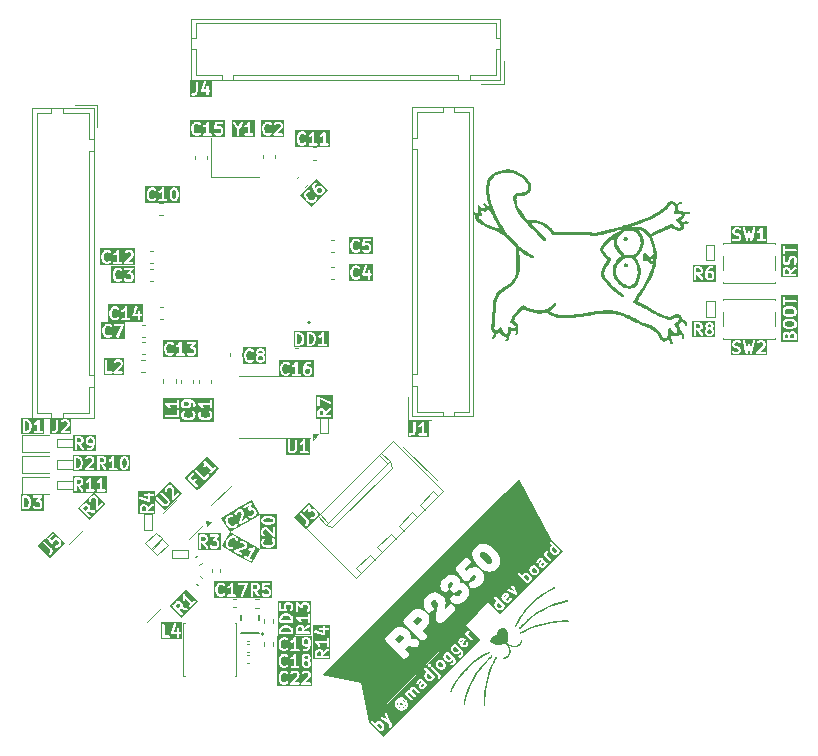
<source format=gbr>
%TF.GenerationSoftware,KiCad,Pcbnew,9.0.0*%
%TF.CreationDate,2025-08-18T13:12:07+03:00*%
%TF.ProjectId,RP2350A_Dev_board,52503233-3530-4415-9f44-65765f626f61,rev?*%
%TF.SameCoordinates,Original*%
%TF.FileFunction,Legend,Top*%
%TF.FilePolarity,Positive*%
%FSLAX46Y46*%
G04 Gerber Fmt 4.6, Leading zero omitted, Abs format (unit mm)*
G04 Created by KiCad (PCBNEW 9.0.0) date 2025-08-18 13:12:07*
%MOMM*%
%LPD*%
G01*
G04 APERTURE LIST*
%ADD10C,0.200000*%
%ADD11C,0.120000*%
%ADD12C,0.100000*%
%ADD13C,0.150000*%
%ADD14C,0.000000*%
G04 APERTURE END LIST*
D10*
G36*
X141358018Y-114876767D02*
G01*
X141351356Y-114896754D01*
X141250052Y-114998058D01*
X141186830Y-115019133D01*
X141151940Y-115019133D01*
X141088716Y-114998058D01*
X140920070Y-114829411D01*
X140898996Y-114766188D01*
X140898996Y-114731299D01*
X140920070Y-114668076D01*
X141021374Y-114566772D01*
X141041360Y-114560110D01*
X141358018Y-114876767D01*
G37*
G36*
X141711479Y-113957354D02*
G01*
X141557903Y-114187718D01*
X141526161Y-114155976D01*
X141510496Y-114108980D01*
X141526161Y-114061984D01*
X141627465Y-113960680D01*
X141674461Y-113945015D01*
X141711479Y-113957354D01*
G37*
G36*
X143472388Y-112277092D02*
G01*
X143641035Y-112445739D01*
X143662110Y-112508964D01*
X143662110Y-112543850D01*
X143641035Y-112607076D01*
X143539733Y-112708378D01*
X143519745Y-112715040D01*
X143203087Y-112398382D01*
X143209749Y-112378396D01*
X143311053Y-112277092D01*
X143374276Y-112256018D01*
X143409166Y-112256018D01*
X143472388Y-112277092D01*
G37*
G36*
X144112152Y-111637329D02*
G01*
X144280799Y-111805975D01*
X144301874Y-111869199D01*
X144301874Y-111904088D01*
X144280799Y-111967311D01*
X144213167Y-112034943D01*
X144149945Y-112056018D01*
X144115055Y-112056018D01*
X144051831Y-112034943D01*
X143883185Y-111866297D01*
X143862111Y-111803072D01*
X143862111Y-111768185D01*
X143883186Y-111704959D01*
X143950815Y-111637329D01*
X144014040Y-111616255D01*
X144048929Y-111616255D01*
X144112152Y-111637329D01*
G37*
G36*
X144960896Y-111273890D02*
G01*
X144954234Y-111293877D01*
X144819258Y-111428852D01*
X144772263Y-111444517D01*
X144725267Y-111428852D01*
X144691307Y-111394892D01*
X144675642Y-111347896D01*
X144691307Y-111300899D01*
X144839606Y-111152599D01*
X144960896Y-111273890D01*
G37*
G36*
X146038392Y-110196393D02*
G01*
X146031730Y-110216381D01*
X145930428Y-110317683D01*
X145867202Y-110338758D01*
X145832317Y-110338758D01*
X145769091Y-110317683D01*
X145600444Y-110149036D01*
X145579370Y-110085813D01*
X145579370Y-110050924D01*
X145600444Y-109987701D01*
X145701748Y-109886397D01*
X145721734Y-109879735D01*
X146038392Y-110196393D01*
G37*
G36*
X146485034Y-110203056D02*
G01*
X141169385Y-115518705D01*
X140365752Y-114715072D01*
X140698996Y-114715072D01*
X140698996Y-114782415D01*
X140699968Y-114792288D01*
X140699781Y-114794922D01*
X140700568Y-114798385D01*
X140700917Y-114801924D01*
X140701928Y-114804366D01*
X140704128Y-114814038D01*
X140737800Y-114915054D01*
X140745791Y-114932954D01*
X140748146Y-114935669D01*
X140749521Y-114938988D01*
X140761957Y-114954142D01*
X140963988Y-115156172D01*
X140979141Y-115168609D01*
X140982463Y-115169985D01*
X140985175Y-115172337D01*
X141003075Y-115180329D01*
X141104090Y-115214001D01*
X141113762Y-115216200D01*
X141116204Y-115217212D01*
X141119741Y-115217560D01*
X141123205Y-115218348D01*
X141125839Y-115218160D01*
X141135713Y-115219133D01*
X141203057Y-115219133D01*
X141212930Y-115218160D01*
X141215565Y-115218348D01*
X141219028Y-115217560D01*
X141222566Y-115217212D01*
X141225007Y-115216200D01*
X141234680Y-115214001D01*
X141335695Y-115180329D01*
X141353595Y-115172338D01*
X141356310Y-115169982D01*
X141359629Y-115168608D01*
X141374783Y-115156172D01*
X141509470Y-115021485D01*
X141521906Y-115006332D01*
X141523281Y-115003010D01*
X141525635Y-115000297D01*
X141533627Y-114982397D01*
X141535254Y-114977515D01*
X141561660Y-114966578D01*
X141589250Y-114938988D01*
X141604181Y-114902940D01*
X141604181Y-114863922D01*
X141589250Y-114827873D01*
X141576813Y-114812720D01*
X140869707Y-114105613D01*
X140858568Y-114096472D01*
X141305872Y-114096472D01*
X141306760Y-114108979D01*
X141305872Y-114121487D01*
X141308457Y-114132858D01*
X141308638Y-114135392D01*
X141309364Y-114136844D01*
X141310219Y-114140603D01*
X141343891Y-114241619D01*
X141351882Y-114259519D01*
X141354237Y-114262234D01*
X141355612Y-114265553D01*
X141368048Y-114280707D01*
X141502807Y-114415466D01*
X141502809Y-114415468D01*
X141502810Y-114415469D01*
X141637422Y-114550080D01*
X141652575Y-114562517D01*
X141655894Y-114563891D01*
X141658610Y-114566247D01*
X141676511Y-114574239D01*
X141777526Y-114607910D01*
X141781283Y-114608764D01*
X141782735Y-114609490D01*
X141785266Y-114609669D01*
X141796641Y-114612256D01*
X141809148Y-114611367D01*
X141821655Y-114612256D01*
X141833029Y-114609669D01*
X141835561Y-114609490D01*
X141837012Y-114608764D01*
X141840770Y-114607910D01*
X141941786Y-114574239D01*
X141959686Y-114566247D01*
X141962401Y-114563892D01*
X141965721Y-114562517D01*
X141980875Y-114550081D01*
X142115562Y-114415394D01*
X142127998Y-114400241D01*
X142129373Y-114396919D01*
X142131728Y-114394205D01*
X142139720Y-114376305D01*
X142173391Y-114275289D01*
X142177737Y-114256173D01*
X142174971Y-114217253D01*
X142157521Y-114182355D01*
X142128044Y-114156790D01*
X142091029Y-114144452D01*
X142052109Y-114147218D01*
X142017210Y-114164668D01*
X141991645Y-114194145D01*
X141983653Y-114212045D01*
X141957447Y-114290664D01*
X141856145Y-114391966D01*
X141809148Y-114407631D01*
X141762149Y-114391965D01*
X141702125Y-114331941D01*
X141925965Y-113996182D01*
X141925967Y-113996180D01*
X141925968Y-113996177D01*
X141926025Y-113996092D01*
X141935248Y-113978794D01*
X141937149Y-113969182D01*
X141940898Y-113960132D01*
X141940898Y-113950231D01*
X141942820Y-113940517D01*
X141940898Y-113930910D01*
X141940899Y-113921114D01*
X141937109Y-113911964D01*
X141935168Y-113902257D01*
X141929717Y-113894118D01*
X141925968Y-113885065D01*
X141913531Y-113869912D01*
X141913459Y-113869840D01*
X141913457Y-113869837D01*
X141913454Y-113869835D01*
X141846188Y-113802568D01*
X141831035Y-113790131D01*
X141827715Y-113788755D01*
X141825000Y-113786401D01*
X141807100Y-113778410D01*
X141706084Y-113744738D01*
X141702325Y-113743883D01*
X141700873Y-113743157D01*
X141698339Y-113742976D01*
X141686968Y-113740391D01*
X141674460Y-113741279D01*
X141661953Y-113740391D01*
X141650582Y-113742976D01*
X141648048Y-113743157D01*
X141646594Y-113743883D01*
X141642838Y-113744738D01*
X141541823Y-113778410D01*
X141523923Y-113786402D01*
X141521209Y-113788755D01*
X141517888Y-113790131D01*
X141502735Y-113802567D01*
X141368048Y-113937254D01*
X141355612Y-113952408D01*
X141354237Y-113955726D01*
X141351882Y-113958442D01*
X141343891Y-113976342D01*
X141310219Y-114077357D01*
X141309364Y-114081113D01*
X141308638Y-114082567D01*
X141308457Y-114085101D01*
X141305872Y-114096472D01*
X140858568Y-114096472D01*
X140854553Y-114093177D01*
X140818505Y-114078245D01*
X140779487Y-114078245D01*
X140743439Y-114093177D01*
X140715849Y-114120767D01*
X140700917Y-114156815D01*
X140700917Y-114195833D01*
X140715849Y-114231881D01*
X140728285Y-114247035D01*
X140893276Y-114412026D01*
X140761957Y-114543346D01*
X140749521Y-114558500D01*
X140748146Y-114561818D01*
X140745791Y-114564534D01*
X140737800Y-114582434D01*
X140704128Y-114683449D01*
X140701928Y-114693121D01*
X140700917Y-114695563D01*
X140700568Y-114699100D01*
X140699781Y-114702564D01*
X140699968Y-114705198D01*
X140698996Y-114715072D01*
X140365752Y-114715072D01*
X140165080Y-114514400D01*
X141128305Y-113551175D01*
X141811238Y-113551175D01*
X141824361Y-113587920D01*
X141850547Y-113616846D01*
X141867355Y-113626934D01*
X142507118Y-113929980D01*
X142525572Y-113936595D01*
X142530586Y-113936844D01*
X142535312Y-113938532D01*
X142549927Y-113937805D01*
X142564542Y-113938532D01*
X142569267Y-113936844D01*
X142574282Y-113936595D01*
X142587508Y-113930329D01*
X142601287Y-113925409D01*
X142605007Y-113922040D01*
X142609544Y-113919892D01*
X142619364Y-113909043D01*
X142630213Y-113899223D01*
X142632361Y-113894686D01*
X142635730Y-113890966D01*
X142640650Y-113877187D01*
X142646916Y-113863961D01*
X142647165Y-113858946D01*
X142648853Y-113854221D01*
X142648126Y-113839606D01*
X142648853Y-113824991D01*
X142647165Y-113820265D01*
X142646916Y-113815251D01*
X142640301Y-113796797D01*
X142337255Y-113157034D01*
X142327167Y-113140226D01*
X142298241Y-113114040D01*
X142261496Y-113100917D01*
X142222526Y-113102854D01*
X142187264Y-113119557D01*
X142161078Y-113148483D01*
X142147955Y-113185228D01*
X142149892Y-113224198D01*
X142156507Y-113242652D01*
X142339688Y-113629367D01*
X141952973Y-113446186D01*
X141934519Y-113439571D01*
X141895549Y-113437634D01*
X141858804Y-113450757D01*
X141829878Y-113476943D01*
X141813175Y-113512205D01*
X141811238Y-113551175D01*
X141128305Y-113551175D01*
X142542971Y-112136509D01*
X142721222Y-112136509D01*
X142721222Y-112175527D01*
X142736154Y-112211575D01*
X142748590Y-112226729D01*
X143455697Y-112933835D01*
X143470850Y-112946272D01*
X143506899Y-112961203D01*
X143545917Y-112961203D01*
X143581965Y-112946272D01*
X143609555Y-112918682D01*
X143620491Y-112892278D01*
X143625374Y-112890651D01*
X143643274Y-112882659D01*
X143645989Y-112880304D01*
X143649309Y-112878929D01*
X143664463Y-112866493D01*
X143799150Y-112731806D01*
X143811586Y-112716653D01*
X143812961Y-112713331D01*
X143815316Y-112710617D01*
X143823308Y-112692717D01*
X143856979Y-112591701D01*
X143859177Y-112582028D01*
X143860189Y-112579588D01*
X143860537Y-112576048D01*
X143861325Y-112572585D01*
X143861137Y-112569951D01*
X143862110Y-112560079D01*
X143862110Y-112492736D01*
X143861137Y-112482862D01*
X143861325Y-112480229D01*
X143860537Y-112476764D01*
X143860189Y-112473227D01*
X143859178Y-112470786D01*
X143856979Y-112461114D01*
X143823308Y-112360099D01*
X143815316Y-112342198D01*
X143812960Y-112339482D01*
X143811586Y-112336164D01*
X143799150Y-112321010D01*
X143597119Y-112118979D01*
X143581965Y-112106543D01*
X143578646Y-112105168D01*
X143575931Y-112102813D01*
X143558031Y-112094822D01*
X143457016Y-112061150D01*
X143447343Y-112058950D01*
X143444902Y-112057939D01*
X143441364Y-112057590D01*
X143437901Y-112056803D01*
X143435266Y-112056990D01*
X143425393Y-112056018D01*
X143358049Y-112056018D01*
X143348175Y-112056990D01*
X143345541Y-112056803D01*
X143342077Y-112057590D01*
X143338540Y-112057939D01*
X143336098Y-112058950D01*
X143326426Y-112061150D01*
X143225411Y-112094822D01*
X143207511Y-112102814D01*
X143204797Y-112105167D01*
X143201476Y-112106543D01*
X143186323Y-112118979D01*
X143055003Y-112250298D01*
X142890012Y-112085307D01*
X142874858Y-112072871D01*
X142838810Y-112057939D01*
X142799792Y-112057939D01*
X142763744Y-112072871D01*
X142736154Y-112100461D01*
X142721222Y-112136509D01*
X142542971Y-112136509D01*
X142927523Y-111751957D01*
X143662111Y-111751957D01*
X143662111Y-111819301D01*
X143663083Y-111829174D01*
X143662896Y-111831808D01*
X143663683Y-111835272D01*
X143664032Y-111838810D01*
X143665042Y-111841250D01*
X143667242Y-111850923D01*
X143700913Y-111951938D01*
X143708905Y-111969839D01*
X143711260Y-111972554D01*
X143712635Y-111975874D01*
X143725071Y-111991027D01*
X143927102Y-112193057D01*
X143942256Y-112205493D01*
X143945575Y-112206868D01*
X143948290Y-112209222D01*
X143966190Y-112217214D01*
X144067205Y-112250886D01*
X144076877Y-112253085D01*
X144079319Y-112254097D01*
X144082856Y-112254445D01*
X144086320Y-112255233D01*
X144088954Y-112255045D01*
X144098828Y-112256018D01*
X144166172Y-112256018D01*
X144176045Y-112255045D01*
X144178680Y-112255233D01*
X144182143Y-112254445D01*
X144185681Y-112254097D01*
X144188122Y-112253085D01*
X144197795Y-112250886D01*
X144298810Y-112217214D01*
X144316710Y-112209223D01*
X144319425Y-112206867D01*
X144322744Y-112205493D01*
X144337898Y-112193057D01*
X144438913Y-112092042D01*
X144451349Y-112076888D01*
X144452724Y-112073567D01*
X144455078Y-112070854D01*
X144463070Y-112052954D01*
X144496742Y-111951939D01*
X144498941Y-111942266D01*
X144499953Y-111939825D01*
X144500301Y-111936287D01*
X144501089Y-111932824D01*
X144500901Y-111930189D01*
X144501874Y-111920316D01*
X144501874Y-111852972D01*
X144500901Y-111843098D01*
X144501089Y-111840464D01*
X144500301Y-111837000D01*
X144499953Y-111833463D01*
X144498941Y-111831021D01*
X144496742Y-111821349D01*
X144463070Y-111720334D01*
X144455078Y-111702434D01*
X144452726Y-111699722D01*
X144451350Y-111696400D01*
X144438913Y-111681247D01*
X144236883Y-111479216D01*
X144221729Y-111466780D01*
X144218410Y-111465405D01*
X144215695Y-111463050D01*
X144197795Y-111455059D01*
X144096779Y-111421387D01*
X144087107Y-111419187D01*
X144084665Y-111418176D01*
X144081126Y-111417827D01*
X144077663Y-111417040D01*
X144075029Y-111417227D01*
X144065156Y-111416255D01*
X143997813Y-111416255D01*
X143987939Y-111417227D01*
X143985305Y-111417040D01*
X143981841Y-111417827D01*
X143978304Y-111418176D01*
X143975862Y-111419187D01*
X143966190Y-111421387D01*
X143865175Y-111455059D01*
X143847275Y-111463051D01*
X143844560Y-111465404D01*
X143841241Y-111466780D01*
X143826087Y-111479216D01*
X143725072Y-111580231D01*
X143712635Y-111595384D01*
X143711259Y-111598703D01*
X143708905Y-111601419D01*
X143700913Y-111619320D01*
X143667242Y-111720335D01*
X143665042Y-111730007D01*
X143664032Y-111732448D01*
X143663683Y-111735985D01*
X143662896Y-111739450D01*
X143663083Y-111742083D01*
X143662111Y-111751957D01*
X142927523Y-111751957D01*
X143546121Y-111133359D01*
X144268987Y-111133359D01*
X144271753Y-111172279D01*
X144289203Y-111207178D01*
X144318679Y-111232743D01*
X144355695Y-111245081D01*
X144394615Y-111242315D01*
X144429514Y-111224865D01*
X144455079Y-111195389D01*
X144463070Y-111177489D01*
X144489276Y-111098869D01*
X144590579Y-110997566D01*
X144637576Y-110981901D01*
X144684572Y-110997566D01*
X144691522Y-111004516D01*
X144684860Y-111024503D01*
X144533193Y-111176170D01*
X144520757Y-111191324D01*
X144519382Y-111194642D01*
X144517027Y-111197358D01*
X144509035Y-111215259D01*
X144475364Y-111316274D01*
X144474509Y-111320031D01*
X144473784Y-111321483D01*
X144473604Y-111324014D01*
X144471018Y-111335389D01*
X144471906Y-111347896D01*
X144471018Y-111360403D01*
X144473604Y-111371777D01*
X144473784Y-111374309D01*
X144474509Y-111375760D01*
X144475364Y-111379518D01*
X144509035Y-111480533D01*
X144517027Y-111498434D01*
X144519382Y-111501149D01*
X144520757Y-111504468D01*
X144533193Y-111519622D01*
X144600537Y-111586966D01*
X144615691Y-111599402D01*
X144619011Y-111600777D01*
X144621725Y-111603131D01*
X144639625Y-111611123D01*
X144740640Y-111644795D01*
X144744398Y-111645649D01*
X144745851Y-111646376D01*
X144748383Y-111646555D01*
X144759755Y-111649142D01*
X144772263Y-111648253D01*
X144784771Y-111649142D01*
X144796142Y-111646555D01*
X144798675Y-111646376D01*
X144800127Y-111645649D01*
X144803886Y-111644795D01*
X144904901Y-111611123D01*
X144922801Y-111603132D01*
X144925516Y-111600776D01*
X144928835Y-111599402D01*
X144943989Y-111586966D01*
X145112348Y-111418606D01*
X145124785Y-111403453D01*
X145126161Y-111400130D01*
X145128513Y-111397419D01*
X145136505Y-111379519D01*
X145138131Y-111374638D01*
X145164539Y-111363701D01*
X145192129Y-111336111D01*
X145207060Y-111300062D01*
X145207060Y-111261044D01*
X145192129Y-111224996D01*
X145179692Y-111209843D01*
X144809302Y-110839452D01*
X144794148Y-110827016D01*
X144790829Y-110825641D01*
X144788114Y-110823286D01*
X144770213Y-110815294D01*
X144669198Y-110781623D01*
X144665440Y-110780768D01*
X144663989Y-110780043D01*
X144661457Y-110779863D01*
X144650083Y-110777277D01*
X144637576Y-110778165D01*
X144625069Y-110777277D01*
X144613694Y-110779863D01*
X144611163Y-110780043D01*
X144609711Y-110780768D01*
X144605954Y-110781623D01*
X144504939Y-110815294D01*
X144487038Y-110823286D01*
X144484322Y-110825641D01*
X144481003Y-110827016D01*
X144465850Y-110839452D01*
X144331163Y-110974139D01*
X144318727Y-110989293D01*
X144317352Y-110992611D01*
X144314997Y-110995327D01*
X144307006Y-111013227D01*
X144273334Y-111114243D01*
X144268987Y-111133359D01*
X143546121Y-111133359D01*
X144226558Y-110452922D01*
X144876215Y-110452922D01*
X144876215Y-110491940D01*
X144891147Y-110527988D01*
X144903583Y-110543142D01*
X145374987Y-111014546D01*
X145390141Y-111026982D01*
X145426189Y-111041914D01*
X145465207Y-111041914D01*
X145501255Y-111026982D01*
X145528845Y-110999392D01*
X145543777Y-110963344D01*
X145543777Y-110924326D01*
X145528845Y-110888278D01*
X145516409Y-110873124D01*
X145196383Y-110553098D01*
X145175309Y-110489875D01*
X145175309Y-110454986D01*
X145196384Y-110391761D01*
X145247035Y-110341110D01*
X145259472Y-110325957D01*
X145274403Y-110289908D01*
X145274402Y-110250890D01*
X145259471Y-110214842D01*
X145231881Y-110187252D01*
X145195832Y-110172321D01*
X145156814Y-110172322D01*
X145120766Y-110187253D01*
X145105613Y-110199690D01*
X145038270Y-110267034D01*
X145025833Y-110282187D01*
X145024457Y-110285507D01*
X145022104Y-110288221D01*
X145014113Y-110306121D01*
X144991369Y-110374352D01*
X144954785Y-110374352D01*
X144918737Y-110389284D01*
X144891147Y-110416874D01*
X144876215Y-110452922D01*
X144226558Y-110452922D01*
X144644783Y-110034697D01*
X145379370Y-110034697D01*
X145379370Y-110102041D01*
X145380342Y-110111914D01*
X145380155Y-110114549D01*
X145380942Y-110118012D01*
X145381291Y-110121550D01*
X145382302Y-110123991D01*
X145384502Y-110133664D01*
X145418174Y-110234679D01*
X145426165Y-110252579D01*
X145428520Y-110255294D01*
X145429895Y-110258613D01*
X145442331Y-110273767D01*
X145644362Y-110475798D01*
X145659516Y-110488234D01*
X145662834Y-110489608D01*
X145665550Y-110491964D01*
X145683451Y-110499956D01*
X145784466Y-110533627D01*
X145794138Y-110535826D01*
X145796579Y-110536837D01*
X145800116Y-110537185D01*
X145803581Y-110537973D01*
X145806214Y-110537785D01*
X145816088Y-110538758D01*
X145883431Y-110538758D01*
X145893304Y-110537785D01*
X145895938Y-110537973D01*
X145899402Y-110537185D01*
X145902940Y-110536837D01*
X145905380Y-110535826D01*
X145915053Y-110533627D01*
X146016069Y-110499956D01*
X146033969Y-110491964D01*
X146036684Y-110489609D01*
X146040004Y-110488234D01*
X146055158Y-110475798D01*
X146189845Y-110341111D01*
X146202281Y-110325958D01*
X146203656Y-110322636D01*
X146206011Y-110319922D01*
X146214003Y-110302022D01*
X146215630Y-110297139D01*
X146242034Y-110286203D01*
X146269624Y-110258613D01*
X146284555Y-110222565D01*
X146284555Y-110183547D01*
X146269624Y-110147498D01*
X146257187Y-110132345D01*
X145550081Y-109425238D01*
X145534927Y-109412802D01*
X145498879Y-109397870D01*
X145459861Y-109397870D01*
X145423813Y-109412802D01*
X145396223Y-109440392D01*
X145381291Y-109476440D01*
X145381291Y-109515458D01*
X145396223Y-109551506D01*
X145408659Y-109566660D01*
X145573650Y-109731651D01*
X145442331Y-109862971D01*
X145429895Y-109878125D01*
X145428520Y-109881443D01*
X145426165Y-109884159D01*
X145418174Y-109902059D01*
X145384502Y-110003074D01*
X145382302Y-110012746D01*
X145381291Y-110015188D01*
X145380942Y-110018725D01*
X145380155Y-110022189D01*
X145380342Y-110024823D01*
X145379370Y-110034697D01*
X144644783Y-110034697D01*
X145480729Y-109198751D01*
X146485034Y-110203056D01*
G37*
G36*
X165571554Y-86377424D02*
G01*
X165596223Y-86402092D01*
X165626028Y-86461702D01*
X165626028Y-86719047D01*
X165302219Y-86719047D01*
X165302219Y-86461702D01*
X165332024Y-86402092D01*
X165356692Y-86377423D01*
X165416302Y-86347619D01*
X165511945Y-86347619D01*
X165571554Y-86377424D01*
G37*
G36*
X166413330Y-87030158D02*
G01*
X164991108Y-87030158D01*
X164991108Y-86438095D01*
X165102219Y-86438095D01*
X165102219Y-86819047D01*
X165104140Y-86838556D01*
X165119072Y-86874604D01*
X165146662Y-86902194D01*
X165182710Y-86917126D01*
X165202219Y-86919047D01*
X166202219Y-86919047D01*
X166221728Y-86917126D01*
X166257776Y-86902194D01*
X166285366Y-86874604D01*
X166300298Y-86838556D01*
X166300298Y-86799538D01*
X166285366Y-86763490D01*
X166257776Y-86735900D01*
X166221728Y-86720968D01*
X166202219Y-86719047D01*
X165826028Y-86719047D01*
X165826028Y-86633017D01*
X166259565Y-86329542D01*
X166274446Y-86316781D01*
X166295415Y-86283876D01*
X166302196Y-86245451D01*
X166293756Y-86207357D01*
X166271381Y-86175392D01*
X166238476Y-86154423D01*
X166200052Y-86147642D01*
X166161957Y-86156082D01*
X166144873Y-86165696D01*
X165816347Y-86395663D01*
X165815471Y-86393373D01*
X165767852Y-86298136D01*
X165762566Y-86289739D01*
X165761556Y-86287299D01*
X165759302Y-86284553D01*
X165757409Y-86281545D01*
X165755411Y-86279812D01*
X165749119Y-86272146D01*
X165701501Y-86224527D01*
X165693830Y-86218232D01*
X165692101Y-86216238D01*
X165689093Y-86214344D01*
X165686347Y-86212091D01*
X165683907Y-86211080D01*
X165675511Y-86205795D01*
X165580273Y-86158176D01*
X165561965Y-86151170D01*
X165558381Y-86150915D01*
X165555061Y-86149540D01*
X165535552Y-86147619D01*
X165392695Y-86147619D01*
X165373186Y-86149540D01*
X165369865Y-86150915D01*
X165366282Y-86151170D01*
X165347973Y-86158176D01*
X165252736Y-86205795D01*
X165244339Y-86211080D01*
X165241899Y-86212091D01*
X165239153Y-86214344D01*
X165236145Y-86216238D01*
X165234412Y-86218235D01*
X165226746Y-86224528D01*
X165179127Y-86272146D01*
X165172832Y-86279816D01*
X165170838Y-86281546D01*
X165168944Y-86284553D01*
X165166691Y-86287300D01*
X165165680Y-86289739D01*
X165160395Y-86298136D01*
X165112776Y-86393374D01*
X165105770Y-86411682D01*
X165105515Y-86415265D01*
X165104140Y-86418586D01*
X165102219Y-86438095D01*
X164991108Y-86438095D01*
X164991108Y-85438095D01*
X165102219Y-85438095D01*
X165102219Y-85676190D01*
X165104140Y-85695699D01*
X165105515Y-85699019D01*
X165105770Y-85702603D01*
X165112776Y-85720911D01*
X165160395Y-85816149D01*
X165165680Y-85824545D01*
X165166691Y-85826985D01*
X165168944Y-85829731D01*
X165170838Y-85832739D01*
X165172832Y-85834468D01*
X165179127Y-85842139D01*
X165226746Y-85889757D01*
X165234412Y-85896049D01*
X165236145Y-85898047D01*
X165239153Y-85899940D01*
X165241899Y-85902194D01*
X165244339Y-85903204D01*
X165252736Y-85908490D01*
X165347973Y-85956109D01*
X165366282Y-85963115D01*
X165369865Y-85963369D01*
X165373186Y-85964745D01*
X165392695Y-85966666D01*
X165487933Y-85966666D01*
X165507442Y-85964745D01*
X165510762Y-85963369D01*
X165514346Y-85963115D01*
X165532654Y-85956109D01*
X165627892Y-85908490D01*
X165636288Y-85903204D01*
X165638728Y-85902194D01*
X165641474Y-85899940D01*
X165644482Y-85898047D01*
X165646211Y-85896052D01*
X165653882Y-85889758D01*
X165701500Y-85842139D01*
X165707792Y-85834472D01*
X165709790Y-85832740D01*
X165711683Y-85829731D01*
X165713937Y-85826986D01*
X165714947Y-85824545D01*
X165720233Y-85816149D01*
X165767852Y-85720912D01*
X165768398Y-85719483D01*
X165768828Y-85718904D01*
X165771749Y-85710727D01*
X165774858Y-85702603D01*
X165774909Y-85701882D01*
X165775423Y-85700444D01*
X165820379Y-85520618D01*
X165855833Y-85449711D01*
X165880501Y-85425042D01*
X165940111Y-85395238D01*
X165988135Y-85395238D01*
X166047746Y-85425044D01*
X166072414Y-85449711D01*
X166102219Y-85509321D01*
X166102219Y-85707582D01*
X166059732Y-85835043D01*
X166055385Y-85854159D01*
X166058151Y-85893079D01*
X166075601Y-85927978D01*
X166105077Y-85953543D01*
X166142093Y-85965881D01*
X166181013Y-85963115D01*
X166215912Y-85945665D01*
X166241477Y-85916189D01*
X166249468Y-85898289D01*
X166297087Y-85755432D01*
X166299286Y-85745759D01*
X166300298Y-85743318D01*
X166300646Y-85739780D01*
X166301434Y-85736317D01*
X166301246Y-85733682D01*
X166302219Y-85723809D01*
X166302219Y-85485714D01*
X166300298Y-85466205D01*
X166298922Y-85462884D01*
X166298668Y-85459301D01*
X166291662Y-85440992D01*
X166244043Y-85345755D01*
X166238757Y-85337358D01*
X166237747Y-85334918D01*
X166235493Y-85332172D01*
X166233600Y-85329164D01*
X166231603Y-85327432D01*
X166225310Y-85319764D01*
X166177690Y-85272146D01*
X166170020Y-85265851D01*
X166168291Y-85263857D01*
X166165286Y-85261965D01*
X166162537Y-85259709D01*
X166160093Y-85258697D01*
X166151701Y-85253414D01*
X166056463Y-85205795D01*
X166038155Y-85198789D01*
X166034571Y-85198534D01*
X166031251Y-85197159D01*
X166011742Y-85195238D01*
X165916504Y-85195238D01*
X165896995Y-85197159D01*
X165893674Y-85198534D01*
X165890091Y-85198789D01*
X165871782Y-85205795D01*
X165776545Y-85253414D01*
X165768148Y-85258699D01*
X165765708Y-85259710D01*
X165762962Y-85261963D01*
X165759954Y-85263857D01*
X165758221Y-85265854D01*
X165750555Y-85272147D01*
X165702936Y-85319765D01*
X165696641Y-85327435D01*
X165694647Y-85329165D01*
X165692753Y-85332172D01*
X165690500Y-85334919D01*
X165689489Y-85337358D01*
X165684204Y-85345755D01*
X165636585Y-85440993D01*
X165636039Y-85442419D01*
X165635609Y-85443000D01*
X165632687Y-85451176D01*
X165629579Y-85459301D01*
X165629527Y-85460023D01*
X165629014Y-85461461D01*
X165584057Y-85641285D01*
X165548604Y-85712192D01*
X165523935Y-85736860D01*
X165464326Y-85766666D01*
X165416302Y-85766666D01*
X165356692Y-85736861D01*
X165332024Y-85712192D01*
X165302219Y-85652582D01*
X165302219Y-85454322D01*
X165344706Y-85326861D01*
X165349053Y-85307746D01*
X165346287Y-85268826D01*
X165328837Y-85233927D01*
X165299361Y-85208362D01*
X165262345Y-85196023D01*
X165223425Y-85198790D01*
X165188526Y-85216239D01*
X165162961Y-85245715D01*
X165154970Y-85263616D01*
X165107351Y-85406472D01*
X165105151Y-85416143D01*
X165104140Y-85418586D01*
X165103791Y-85422124D01*
X165103004Y-85425588D01*
X165103191Y-85428221D01*
X165102219Y-85438095D01*
X164991108Y-85438095D01*
X164991108Y-84438095D01*
X165102219Y-84438095D01*
X165102219Y-85009523D01*
X165104140Y-85029032D01*
X165119072Y-85065080D01*
X165146662Y-85092670D01*
X165182710Y-85107602D01*
X165221728Y-85107602D01*
X165257776Y-85092670D01*
X165285366Y-85065080D01*
X165300298Y-85029032D01*
X165302219Y-85009523D01*
X165302219Y-84823809D01*
X166202219Y-84823809D01*
X166221728Y-84821888D01*
X166257776Y-84806956D01*
X166285366Y-84779366D01*
X166300298Y-84743318D01*
X166300298Y-84704300D01*
X166285366Y-84668252D01*
X166257776Y-84640662D01*
X166221728Y-84625730D01*
X166202219Y-84623809D01*
X165302219Y-84623809D01*
X165302219Y-84438095D01*
X165300298Y-84418586D01*
X165285366Y-84382538D01*
X165257776Y-84354948D01*
X165221728Y-84340016D01*
X165182710Y-84340016D01*
X165146662Y-84354948D01*
X165119072Y-84382538D01*
X165104140Y-84418586D01*
X165102219Y-84438095D01*
X164991108Y-84438095D01*
X164991108Y-84228905D01*
X166413330Y-84228905D01*
X166413330Y-87030158D01*
G37*
G36*
X131009823Y-124814657D02*
G01*
X131178471Y-124983304D01*
X131199546Y-125046528D01*
X131199546Y-125081416D01*
X131178471Y-125144639D01*
X131077167Y-125245943D01*
X131057180Y-125252606D01*
X130740523Y-124935948D01*
X130747185Y-124915960D01*
X130848488Y-124814657D01*
X130911712Y-124793583D01*
X130946601Y-124793583D01*
X131009823Y-124814657D01*
G37*
G36*
X132716696Y-122822127D02*
G01*
X132716696Y-122836264D01*
X132682137Y-122847784D01*
X132664237Y-122855776D01*
X132661525Y-122858128D01*
X132658203Y-122859504D01*
X132643050Y-122871941D01*
X132575706Y-122939284D01*
X132563269Y-122954437D01*
X132561893Y-122957756D01*
X132559539Y-122960472D01*
X132551548Y-122978372D01*
X132517876Y-123079387D01*
X132515676Y-123089059D01*
X132514665Y-123091501D01*
X132514316Y-123095038D01*
X132513529Y-123098502D01*
X132513716Y-123101136D01*
X132512744Y-123111010D01*
X132512744Y-123178354D01*
X132513716Y-123188227D01*
X132513529Y-123190862D01*
X132514316Y-123194325D01*
X132514665Y-123197863D01*
X132515676Y-123200304D01*
X132517876Y-123209977D01*
X132551548Y-123310992D01*
X132559539Y-123328892D01*
X132561894Y-123331607D01*
X132563269Y-123334926D01*
X132575705Y-123350080D01*
X132643049Y-123417424D01*
X132658203Y-123429860D01*
X132661523Y-123431235D01*
X132664237Y-123433589D01*
X132682137Y-123441581D01*
X132783152Y-123475253D01*
X132792824Y-123477452D01*
X132795266Y-123478464D01*
X132798803Y-123478812D01*
X132802267Y-123479600D01*
X132804901Y-123479412D01*
X132814775Y-123480385D01*
X132882118Y-123480385D01*
X132891991Y-123479412D01*
X132894625Y-123479600D01*
X132898088Y-123478812D01*
X132901627Y-123478464D01*
X132904069Y-123477452D01*
X132913741Y-123475253D01*
X133014757Y-123441581D01*
X133032657Y-123433590D01*
X133035372Y-123431235D01*
X133038692Y-123429860D01*
X133053845Y-123417423D01*
X133121188Y-123350079D01*
X133133625Y-123334926D01*
X133135000Y-123331603D01*
X133137353Y-123328892D01*
X133145345Y-123310992D01*
X133179017Y-123209977D01*
X133180073Y-123205330D01*
X133198047Y-123197886D01*
X133207048Y-123194158D01*
X133208157Y-123193247D01*
X133191518Y-123276443D01*
X133112277Y-123408512D01*
X132980209Y-123487753D01*
X132848446Y-123514106D01*
X132716685Y-123487754D01*
X132584616Y-123408513D01*
X132505375Y-123276445D01*
X132479022Y-123144682D01*
X132505375Y-123012919D01*
X132584615Y-122880852D01*
X132716684Y-122801609D01*
X132725963Y-122799754D01*
X132716696Y-122822127D01*
G37*
G36*
X132984149Y-123152431D02*
G01*
X132984149Y-123162126D01*
X132963073Y-123225351D01*
X132929115Y-123259310D01*
X132865891Y-123280385D01*
X132831002Y-123280385D01*
X132767779Y-123259310D01*
X132733818Y-123225349D01*
X132712744Y-123162126D01*
X132712744Y-123127237D01*
X132733818Y-123064013D01*
X132767777Y-123030055D01*
X132831002Y-123008980D01*
X132840697Y-123008980D01*
X132984149Y-123152431D01*
G37*
G36*
X132967503Y-122799068D02*
G01*
X133097761Y-122929326D01*
X133113426Y-122976323D01*
X133107791Y-122993230D01*
X132900161Y-122785600D01*
X132967503Y-122799068D01*
G37*
G36*
X134788010Y-121521776D02*
G01*
X134781348Y-121541763D01*
X134646372Y-121676738D01*
X134599377Y-121692403D01*
X134552381Y-121676738D01*
X134518421Y-121642778D01*
X134502756Y-121595782D01*
X134518421Y-121548785D01*
X134666720Y-121400485D01*
X134788010Y-121521776D01*
G37*
G36*
X135427774Y-120882012D02*
G01*
X135421111Y-120902000D01*
X135319808Y-121003303D01*
X135256585Y-121024378D01*
X135221696Y-121024378D01*
X135158473Y-121003303D01*
X134989825Y-120834655D01*
X134968751Y-120771432D01*
X134968751Y-120736544D01*
X134989825Y-120673320D01*
X135091129Y-120572016D01*
X135111115Y-120565354D01*
X135427774Y-120882012D01*
G37*
G36*
X136195274Y-119629208D02*
G01*
X136363920Y-119797854D01*
X136384995Y-119861078D01*
X136384995Y-119895967D01*
X136363920Y-119959190D01*
X136296288Y-120026822D01*
X136233066Y-120047897D01*
X136198176Y-120047897D01*
X136134952Y-120026822D01*
X135966306Y-119858175D01*
X135945232Y-119794952D01*
X135945232Y-119760063D01*
X135966306Y-119696839D01*
X136033937Y-119629208D01*
X136097163Y-119608134D01*
X136132049Y-119608134D01*
X136195274Y-119629208D01*
G37*
G36*
X137044017Y-119265769D02*
G01*
X137037355Y-119285755D01*
X136936051Y-119387059D01*
X136872829Y-119408134D01*
X136837940Y-119408134D01*
X136774716Y-119387059D01*
X136606069Y-119218411D01*
X136584995Y-119155188D01*
X136584995Y-119120300D01*
X136606069Y-119057076D01*
X136707372Y-118955773D01*
X136727359Y-118949111D01*
X137044017Y-119265769D01*
G37*
G36*
X137683781Y-118626005D02*
G01*
X137677119Y-118645992D01*
X137575816Y-118747295D01*
X137512590Y-118768370D01*
X137477705Y-118768370D01*
X137414479Y-118747295D01*
X137245832Y-118578648D01*
X137224758Y-118515425D01*
X137224758Y-118480536D01*
X137245832Y-118417313D01*
X137347136Y-118316009D01*
X137367122Y-118309347D01*
X137683781Y-118626005D01*
G37*
G36*
X138037242Y-117706592D02*
G01*
X137883666Y-117936955D01*
X137851924Y-117905213D01*
X137836259Y-117858217D01*
X137851924Y-117811221D01*
X137953227Y-117709918D01*
X138000224Y-117694253D01*
X138037242Y-117706592D01*
G37*
G36*
X139509605Y-117724890D02*
G01*
X131299546Y-125934949D01*
X130059538Y-124694941D01*
X130080405Y-124674074D01*
X130258658Y-124674074D01*
X130258658Y-124713092D01*
X130273590Y-124749140D01*
X130286026Y-124764294D01*
X130993133Y-125471401D01*
X131008286Y-125483838D01*
X131044334Y-125498769D01*
X131083352Y-125498769D01*
X131119401Y-125483838D01*
X131146991Y-125456248D01*
X131157928Y-125429841D01*
X131162810Y-125428214D01*
X131180710Y-125420223D01*
X131183425Y-125417867D01*
X131186744Y-125416493D01*
X131201898Y-125404057D01*
X131336585Y-125269370D01*
X131349021Y-125254217D01*
X131350396Y-125250895D01*
X131352750Y-125248182D01*
X131360742Y-125230282D01*
X131394414Y-125129267D01*
X131396613Y-125119594D01*
X131397625Y-125117153D01*
X131397973Y-125113615D01*
X131398761Y-125110152D01*
X131398573Y-125107517D01*
X131399546Y-125097644D01*
X131399546Y-125030301D01*
X131398573Y-125020427D01*
X131398761Y-125017793D01*
X131397973Y-125014329D01*
X131397625Y-125010792D01*
X131396613Y-125008350D01*
X131394414Y-124998678D01*
X131360742Y-124897662D01*
X131352751Y-124879762D01*
X131350396Y-124877046D01*
X131349021Y-124873727D01*
X131336584Y-124858574D01*
X131134554Y-124656544D01*
X131119400Y-124644108D01*
X131116081Y-124642733D01*
X131113366Y-124640378D01*
X131095466Y-124632387D01*
X130994451Y-124598715D01*
X130984778Y-124596515D01*
X130982337Y-124595504D01*
X130978799Y-124595155D01*
X130975336Y-124594368D01*
X130972701Y-124594555D01*
X130962828Y-124593583D01*
X130895485Y-124593583D01*
X130885611Y-124594555D01*
X130882977Y-124594368D01*
X130879513Y-124595155D01*
X130875976Y-124595504D01*
X130873534Y-124596515D01*
X130863862Y-124598715D01*
X130762846Y-124632387D01*
X130744946Y-124640378D01*
X130742230Y-124642733D01*
X130738911Y-124644108D01*
X130723758Y-124656544D01*
X130592438Y-124787863D01*
X130427448Y-124622872D01*
X130412294Y-124610436D01*
X130376246Y-124595504D01*
X130337228Y-124595504D01*
X130301180Y-124610436D01*
X130273590Y-124638026D01*
X130258658Y-124674074D01*
X130080405Y-124674074D01*
X130382998Y-124371481D01*
X131065933Y-124371481D01*
X131079056Y-124408226D01*
X131105242Y-124437152D01*
X131122050Y-124447240D01*
X131727613Y-124734085D01*
X131805637Y-124916140D01*
X131805637Y-124946729D01*
X131777097Y-125032349D01*
X131772750Y-125051464D01*
X131775516Y-125090384D01*
X131792965Y-125125283D01*
X131822442Y-125150848D01*
X131859457Y-125163187D01*
X131898377Y-125160421D01*
X131933276Y-125142972D01*
X131958841Y-125113495D01*
X131966833Y-125095595D01*
X132000505Y-124994580D01*
X132002704Y-124984907D01*
X132003716Y-124982466D01*
X132004064Y-124978928D01*
X132004852Y-124975465D01*
X132004664Y-124972830D01*
X132005637Y-124962957D01*
X132005637Y-124895614D01*
X132003716Y-124876105D01*
X132003478Y-124875531D01*
X132003471Y-124874911D01*
X131997552Y-124856222D01*
X131896537Y-124620519D01*
X131895630Y-124618870D01*
X131894996Y-124617102D01*
X131591950Y-123977339D01*
X131581862Y-123960531D01*
X131552936Y-123934345D01*
X131516191Y-123921222D01*
X131477221Y-123923159D01*
X131441959Y-123939862D01*
X131415773Y-123968788D01*
X131402650Y-124005533D01*
X131404587Y-124044503D01*
X131411202Y-124062957D01*
X131594383Y-124449672D01*
X131207668Y-124266492D01*
X131189214Y-124259877D01*
X131150244Y-124257940D01*
X131113499Y-124271063D01*
X131084573Y-124297249D01*
X131067870Y-124332511D01*
X131065933Y-124371481D01*
X130382998Y-124371481D01*
X131609902Y-123144577D01*
X132277042Y-123144577D01*
X132277062Y-123144682D01*
X132277042Y-123144787D01*
X132278984Y-123164294D01*
X132312656Y-123332653D01*
X132316211Y-123344329D01*
X132316575Y-123346773D01*
X132317640Y-123349022D01*
X132318366Y-123351406D01*
X132319741Y-123353460D01*
X132324965Y-123364490D01*
X132425979Y-123532849D01*
X132437664Y-123548590D01*
X132441613Y-123551516D01*
X132444539Y-123555465D01*
X132460280Y-123567149D01*
X132628638Y-123668164D01*
X132639670Y-123673388D01*
X132641723Y-123674763D01*
X132644103Y-123675487D01*
X132646355Y-123676554D01*
X132648799Y-123676917D01*
X132660476Y-123680473D01*
X132828835Y-123714145D01*
X132848342Y-123716087D01*
X132848447Y-123716066D01*
X132848552Y-123716087D01*
X132868059Y-123714145D01*
X133036417Y-123680473D01*
X133048093Y-123676917D01*
X133050537Y-123676554D01*
X133052786Y-123675488D01*
X133055170Y-123674763D01*
X133057224Y-123673386D01*
X133068254Y-123668164D01*
X133236613Y-123567150D01*
X133252354Y-123555465D01*
X133255280Y-123551515D01*
X133259229Y-123548590D01*
X133270913Y-123532849D01*
X133371928Y-123364491D01*
X133377152Y-123353458D01*
X133378527Y-123351406D01*
X133379251Y-123349025D01*
X133380318Y-123346774D01*
X133380681Y-123344329D01*
X133384237Y-123332653D01*
X133417909Y-123164294D01*
X133419851Y-123144787D01*
X133412279Y-123106511D01*
X133390636Y-123074046D01*
X133358216Y-123052334D01*
X133319956Y-123044682D01*
X133300152Y-123048599D01*
X133313704Y-123007946D01*
X133314558Y-123004187D01*
X133315285Y-123002735D01*
X133315464Y-123000202D01*
X133318051Y-122988831D01*
X133317162Y-122976323D01*
X133318051Y-122963815D01*
X133315464Y-122952443D01*
X133315285Y-122949911D01*
X133314558Y-122948458D01*
X133313704Y-122944700D01*
X133280032Y-122843685D01*
X133272040Y-122825785D01*
X133269688Y-122823073D01*
X133268312Y-122819751D01*
X133255875Y-122804598D01*
X133087516Y-122636238D01*
X133072362Y-122623802D01*
X133063310Y-122620052D01*
X133055170Y-122614601D01*
X133036416Y-122608891D01*
X133036316Y-122608871D01*
X133036314Y-122608870D01*
X133036311Y-122608870D01*
X132868058Y-122575220D01*
X132848551Y-122573278D01*
X132848447Y-122573298D01*
X132848343Y-122573278D01*
X132828836Y-122575220D01*
X132660477Y-122608891D01*
X132648796Y-122612446D01*
X132646355Y-122612810D01*
X132644108Y-122613873D01*
X132641723Y-122614600D01*
X132639666Y-122615977D01*
X132628638Y-122621200D01*
X132460279Y-122722216D01*
X132444539Y-122733900D01*
X132441611Y-122737850D01*
X132437665Y-122740775D01*
X132425980Y-122756515D01*
X132324965Y-122924873D01*
X132319741Y-122935904D01*
X132318366Y-122937958D01*
X132317640Y-122940341D01*
X132316575Y-122942591D01*
X132316211Y-122945034D01*
X132312656Y-122956711D01*
X132278984Y-123125070D01*
X132277042Y-123144577D01*
X131609902Y-123144577D01*
X132471099Y-122283380D01*
X133120757Y-122283380D01*
X133120757Y-122322398D01*
X133135689Y-122358446D01*
X133148125Y-122373600D01*
X133619529Y-122845004D01*
X133634683Y-122857440D01*
X133670731Y-122872372D01*
X133709749Y-122872372D01*
X133745797Y-122857440D01*
X133773387Y-122829850D01*
X133788319Y-122793802D01*
X133788319Y-122754784D01*
X133773387Y-122718736D01*
X133760951Y-122703582D01*
X133386179Y-122328810D01*
X133386179Y-122319116D01*
X133407253Y-122255892D01*
X133474885Y-122188260D01*
X133521881Y-122172595D01*
X133568877Y-122188260D01*
X133922575Y-122541958D01*
X133937729Y-122554394D01*
X133973777Y-122569325D01*
X134012795Y-122569325D01*
X134048843Y-122554394D01*
X134076433Y-122526804D01*
X134091364Y-122490756D01*
X134091364Y-122451738D01*
X134076433Y-122415690D01*
X134063997Y-122400536D01*
X133710299Y-122046838D01*
X133694634Y-121999843D01*
X133710299Y-121952846D01*
X133777930Y-121885215D01*
X133824927Y-121869550D01*
X133871923Y-121885215D01*
X134225622Y-122238913D01*
X134240775Y-122251350D01*
X134276823Y-122266281D01*
X134315841Y-122266281D01*
X134351890Y-122251350D01*
X134379480Y-122223760D01*
X134394411Y-122187711D01*
X134394411Y-122148693D01*
X134379480Y-122112645D01*
X134367043Y-122097492D01*
X133996653Y-121727101D01*
X133981499Y-121714665D01*
X133978180Y-121713290D01*
X133975465Y-121710935D01*
X133957564Y-121702943D01*
X133856549Y-121669272D01*
X133852791Y-121668417D01*
X133851340Y-121667692D01*
X133848808Y-121667512D01*
X133837434Y-121664926D01*
X133824927Y-121665814D01*
X133812420Y-121664926D01*
X133801045Y-121667512D01*
X133798514Y-121667692D01*
X133797062Y-121668417D01*
X133793305Y-121669272D01*
X133692290Y-121702943D01*
X133674389Y-121710935D01*
X133671673Y-121713289D01*
X133668354Y-121714665D01*
X133653201Y-121727102D01*
X133552186Y-121828118D01*
X133539749Y-121843271D01*
X133538373Y-121846591D01*
X133536020Y-121849305D01*
X133528029Y-121867205D01*
X133494357Y-121968220D01*
X133493597Y-121971558D01*
X133490258Y-121972318D01*
X133389243Y-122005990D01*
X133371343Y-122013982D01*
X133368629Y-122016335D01*
X133365309Y-122017711D01*
X133350155Y-122030147D01*
X133249140Y-122131162D01*
X133236704Y-122146316D01*
X133235329Y-122149634D01*
X133232974Y-122152350D01*
X133224983Y-122170250D01*
X133213463Y-122204810D01*
X133199327Y-122204810D01*
X133163279Y-122219742D01*
X133135689Y-122247332D01*
X133120757Y-122283380D01*
X132471099Y-122283380D01*
X133373234Y-121381245D01*
X134096101Y-121381245D01*
X134098867Y-121420165D01*
X134116317Y-121455064D01*
X134145793Y-121480629D01*
X134182809Y-121492967D01*
X134221729Y-121490201D01*
X134256628Y-121472751D01*
X134282193Y-121443275D01*
X134290184Y-121425375D01*
X134316390Y-121346755D01*
X134417693Y-121245452D01*
X134464690Y-121229787D01*
X134511686Y-121245452D01*
X134518636Y-121252402D01*
X134511974Y-121272389D01*
X134360307Y-121424056D01*
X134347871Y-121439210D01*
X134346496Y-121442528D01*
X134344141Y-121445244D01*
X134336149Y-121463145D01*
X134302478Y-121564160D01*
X134301623Y-121567917D01*
X134300898Y-121569369D01*
X134300718Y-121571900D01*
X134298132Y-121583275D01*
X134299020Y-121595782D01*
X134298132Y-121608289D01*
X134300718Y-121619663D01*
X134300898Y-121622195D01*
X134301623Y-121623646D01*
X134302478Y-121627404D01*
X134336149Y-121728419D01*
X134344141Y-121746320D01*
X134346496Y-121749035D01*
X134347871Y-121752354D01*
X134360307Y-121767508D01*
X134427651Y-121834852D01*
X134442805Y-121847288D01*
X134446125Y-121848663D01*
X134448839Y-121851017D01*
X134466739Y-121859009D01*
X134567754Y-121892681D01*
X134571512Y-121893535D01*
X134572965Y-121894262D01*
X134575497Y-121894441D01*
X134586869Y-121897028D01*
X134599377Y-121896139D01*
X134611885Y-121897028D01*
X134623256Y-121894441D01*
X134625789Y-121894262D01*
X134627241Y-121893535D01*
X134631000Y-121892681D01*
X134732015Y-121859009D01*
X134749915Y-121851018D01*
X134752630Y-121848662D01*
X134755949Y-121847288D01*
X134771103Y-121834852D01*
X134939462Y-121666492D01*
X134951899Y-121651339D01*
X134953275Y-121648016D01*
X134955627Y-121645305D01*
X134963619Y-121627405D01*
X134965245Y-121622524D01*
X134991653Y-121611587D01*
X135019243Y-121583997D01*
X135034174Y-121547948D01*
X135034174Y-121508930D01*
X135019243Y-121472882D01*
X135006806Y-121457729D01*
X134636416Y-121087338D01*
X134621262Y-121074902D01*
X134617943Y-121073527D01*
X134615228Y-121071172D01*
X134597327Y-121063180D01*
X134496312Y-121029509D01*
X134492554Y-121028654D01*
X134491103Y-121027929D01*
X134488571Y-121027749D01*
X134477197Y-121025163D01*
X134464690Y-121026051D01*
X134452183Y-121025163D01*
X134440808Y-121027749D01*
X134438277Y-121027929D01*
X134436825Y-121028654D01*
X134433068Y-121029509D01*
X134332053Y-121063180D01*
X134314152Y-121071172D01*
X134311436Y-121073527D01*
X134308117Y-121074902D01*
X134292964Y-121087338D01*
X134158277Y-121222025D01*
X134145841Y-121237179D01*
X134144466Y-121240497D01*
X134142111Y-121243213D01*
X134134120Y-121261113D01*
X134100448Y-121362129D01*
X134096101Y-121381245D01*
X133373234Y-121381245D01*
X134034162Y-120720317D01*
X134768751Y-120720317D01*
X134768751Y-120787660D01*
X134769723Y-120797533D01*
X134769536Y-120800168D01*
X134770323Y-120803631D01*
X134770672Y-120807169D01*
X134771683Y-120809610D01*
X134773883Y-120819283D01*
X134807555Y-120920298D01*
X134815546Y-120938198D01*
X134817901Y-120940913D01*
X134819276Y-120944232D01*
X134831712Y-120959386D01*
X135033743Y-121161417D01*
X135048897Y-121173853D01*
X135052217Y-121175228D01*
X135054931Y-121177582D01*
X135072831Y-121185574D01*
X135173846Y-121219246D01*
X135183518Y-121221445D01*
X135185960Y-121222457D01*
X135189497Y-121222805D01*
X135192961Y-121223593D01*
X135195595Y-121223405D01*
X135205469Y-121224378D01*
X135272812Y-121224378D01*
X135282685Y-121223405D01*
X135285319Y-121223593D01*
X135288782Y-121222805D01*
X135292321Y-121222457D01*
X135294763Y-121221445D01*
X135304435Y-121219246D01*
X135405451Y-121185574D01*
X135423351Y-121177583D01*
X135426066Y-121175227D01*
X135429385Y-121173853D01*
X135444539Y-121161417D01*
X135579226Y-121026730D01*
X135591662Y-121011577D01*
X135593036Y-121008257D01*
X135595392Y-121005542D01*
X135603384Y-120987641D01*
X135605011Y-120982758D01*
X135631415Y-120971822D01*
X135659005Y-120944232D01*
X135673936Y-120908184D01*
X135673936Y-120869166D01*
X135659005Y-120833117D01*
X135646568Y-120817964D01*
X134939462Y-120110857D01*
X134924308Y-120098421D01*
X134888260Y-120083489D01*
X134849242Y-120083489D01*
X134813194Y-120098421D01*
X134785604Y-120126011D01*
X134770672Y-120162059D01*
X134770672Y-120201077D01*
X134785604Y-120237125D01*
X134798040Y-120252279D01*
X134963031Y-120417270D01*
X134831712Y-120548590D01*
X134819276Y-120563744D01*
X134817901Y-120567062D01*
X134815546Y-120569778D01*
X134807555Y-120587678D01*
X134773883Y-120688694D01*
X134771683Y-120698365D01*
X134770672Y-120700808D01*
X134770323Y-120704346D01*
X134769536Y-120707810D01*
X134769723Y-120710443D01*
X134768751Y-120720317D01*
X134034162Y-120720317D01*
X134693435Y-120061044D01*
X135343092Y-120061044D01*
X135343092Y-120100062D01*
X135358024Y-120136110D01*
X135370460Y-120151264D01*
X135959858Y-120740661D01*
X135975524Y-120787660D01*
X135959859Y-120834657D01*
X135942880Y-120851636D01*
X135930444Y-120866790D01*
X135915512Y-120902838D01*
X135915512Y-120941856D01*
X135930444Y-120977904D01*
X135958034Y-121005494D01*
X135994082Y-121020426D01*
X136033100Y-121020426D01*
X136069148Y-121005494D01*
X136084302Y-120993058D01*
X136117973Y-120959386D01*
X136130410Y-120944233D01*
X136131784Y-120940913D01*
X136134140Y-120938198D01*
X136142132Y-120920297D01*
X136175803Y-120819282D01*
X136176657Y-120815524D01*
X136177383Y-120814073D01*
X136177562Y-120811541D01*
X136180149Y-120800167D01*
X136179260Y-120787660D01*
X136180149Y-120775153D01*
X136177562Y-120763778D01*
X136177383Y-120761247D01*
X136176657Y-120759795D01*
X136175803Y-120756038D01*
X136142132Y-120655023D01*
X136134140Y-120637122D01*
X136131786Y-120634408D01*
X136130411Y-120631088D01*
X136117974Y-120615935D01*
X135511882Y-120009842D01*
X135496728Y-119997406D01*
X135460680Y-119982474D01*
X135421662Y-119982474D01*
X135385614Y-119997406D01*
X135358024Y-120024996D01*
X135343092Y-120061044D01*
X134693435Y-120061044D01*
X134909628Y-119844851D01*
X135105469Y-119844851D01*
X135105469Y-119912194D01*
X135107390Y-119931703D01*
X135122322Y-119967751D01*
X135149912Y-119995341D01*
X135185960Y-120010273D01*
X135205469Y-120012194D01*
X135272812Y-120012194D01*
X135292321Y-120010273D01*
X135328369Y-119995341D01*
X135355959Y-119967751D01*
X135370891Y-119931703D01*
X135372812Y-119912194D01*
X135372812Y-119844851D01*
X135370891Y-119825342D01*
X135355959Y-119789294D01*
X135328369Y-119761704D01*
X135292321Y-119746772D01*
X135272812Y-119744851D01*
X135205469Y-119744851D01*
X135185960Y-119746772D01*
X135149912Y-119761704D01*
X135122322Y-119789294D01*
X135107390Y-119825342D01*
X135105469Y-119844851D01*
X134909628Y-119844851D01*
X135010643Y-119743836D01*
X135745232Y-119743836D01*
X135745232Y-119811179D01*
X135746204Y-119821052D01*
X135746017Y-119823686D01*
X135746804Y-119827149D01*
X135747153Y-119830688D01*
X135748164Y-119833130D01*
X135750364Y-119842802D01*
X135784036Y-119943818D01*
X135792027Y-119961718D01*
X135794382Y-119964433D01*
X135795757Y-119967752D01*
X135808193Y-119982906D01*
X136010224Y-120184936D01*
X136025377Y-120197373D01*
X136028699Y-120198749D01*
X136031411Y-120201101D01*
X136049311Y-120209093D01*
X136150326Y-120242765D01*
X136159998Y-120244964D01*
X136162440Y-120245976D01*
X136165977Y-120246324D01*
X136169441Y-120247112D01*
X136172075Y-120246924D01*
X136181949Y-120247897D01*
X136249293Y-120247897D01*
X136259166Y-120246924D01*
X136261801Y-120247112D01*
X136265264Y-120246324D01*
X136268802Y-120245976D01*
X136271243Y-120244964D01*
X136280916Y-120242765D01*
X136381931Y-120209093D01*
X136399831Y-120201102D01*
X136402546Y-120198746D01*
X136405865Y-120197372D01*
X136421019Y-120184936D01*
X136522034Y-120083921D01*
X136534470Y-120068767D01*
X136535845Y-120065446D01*
X136538199Y-120062733D01*
X136546191Y-120044833D01*
X136579863Y-119943818D01*
X136582062Y-119934145D01*
X136583074Y-119931704D01*
X136583422Y-119928166D01*
X136584210Y-119924703D01*
X136584022Y-119922068D01*
X136584995Y-119912195D01*
X136584995Y-119844851D01*
X136584022Y-119834977D01*
X136584210Y-119832343D01*
X136583422Y-119828879D01*
X136583074Y-119825342D01*
X136582062Y-119822900D01*
X136579863Y-119813228D01*
X136546191Y-119712213D01*
X136538199Y-119694313D01*
X136535845Y-119691598D01*
X136534470Y-119688279D01*
X136522034Y-119673125D01*
X136320004Y-119471094D01*
X136304851Y-119458658D01*
X136301531Y-119457283D01*
X136298816Y-119454928D01*
X136280915Y-119446936D01*
X136179900Y-119413265D01*
X136170227Y-119411065D01*
X136167787Y-119410055D01*
X136164249Y-119409706D01*
X136160785Y-119408919D01*
X136158151Y-119409106D01*
X136148278Y-119408134D01*
X136080934Y-119408134D01*
X136071060Y-119409106D01*
X136068427Y-119408919D01*
X136064962Y-119409706D01*
X136061425Y-119410055D01*
X136058984Y-119411065D01*
X136049312Y-119413265D01*
X135948297Y-119446936D01*
X135930396Y-119454928D01*
X135927680Y-119457282D01*
X135924361Y-119458658D01*
X135909208Y-119471095D01*
X135808193Y-119572111D01*
X135795756Y-119587264D01*
X135794380Y-119590584D01*
X135792027Y-119593298D01*
X135784036Y-119611198D01*
X135750364Y-119712213D01*
X135748164Y-119721885D01*
X135747153Y-119724327D01*
X135746804Y-119727864D01*
X135746017Y-119731328D01*
X135746204Y-119733962D01*
X135745232Y-119743836D01*
X135010643Y-119743836D01*
X135650406Y-119104073D01*
X136384995Y-119104073D01*
X136384995Y-119171416D01*
X136385967Y-119181289D01*
X136385780Y-119183924D01*
X136386567Y-119187387D01*
X136386916Y-119190925D01*
X136387927Y-119193366D01*
X136390127Y-119203039D01*
X136423799Y-119304054D01*
X136431790Y-119321954D01*
X136434145Y-119324669D01*
X136435520Y-119327988D01*
X136447956Y-119343142D01*
X136649986Y-119545172D01*
X136665139Y-119557609D01*
X136668458Y-119558984D01*
X136671174Y-119561339D01*
X136689074Y-119569330D01*
X136790090Y-119603002D01*
X136799762Y-119605201D01*
X136802204Y-119606213D01*
X136805741Y-119606561D01*
X136809205Y-119607349D01*
X136811839Y-119607161D01*
X136821713Y-119608134D01*
X136889056Y-119608134D01*
X136898929Y-119607161D01*
X136901564Y-119607349D01*
X136905027Y-119606561D01*
X136908565Y-119606213D01*
X136911006Y-119605201D01*
X136920679Y-119603002D01*
X137021694Y-119569330D01*
X137039594Y-119561339D01*
X137042309Y-119558983D01*
X137045628Y-119557609D01*
X137060782Y-119545173D01*
X137192101Y-119413853D01*
X137205714Y-119427466D01*
X137226789Y-119490689D01*
X137226789Y-119525578D01*
X137205714Y-119588801D01*
X137138082Y-119656433D01*
X137059464Y-119682640D01*
X137041564Y-119690632D01*
X137012087Y-119716197D01*
X136994638Y-119751096D01*
X136991872Y-119790016D01*
X137004211Y-119827031D01*
X137029776Y-119856508D01*
X137064675Y-119873957D01*
X137103595Y-119876723D01*
X137122710Y-119872376D01*
X137223725Y-119838704D01*
X137241625Y-119830713D01*
X137244340Y-119828357D01*
X137247659Y-119826983D01*
X137262813Y-119814547D01*
X137363828Y-119713532D01*
X137376264Y-119698378D01*
X137377638Y-119695059D01*
X137379994Y-119692344D01*
X137387985Y-119674444D01*
X137421657Y-119573428D01*
X137423856Y-119563755D01*
X137424868Y-119561314D01*
X137425216Y-119557776D01*
X137426004Y-119554313D01*
X137425816Y-119551678D01*
X137426789Y-119541805D01*
X137426789Y-119474462D01*
X137425816Y-119464588D01*
X137426004Y-119461954D01*
X137425216Y-119458490D01*
X137424868Y-119454953D01*
X137423856Y-119452511D01*
X137421657Y-119442839D01*
X137387985Y-119341824D01*
X137379993Y-119323924D01*
X137377639Y-119321209D01*
X137376264Y-119317890D01*
X137363828Y-119302736D01*
X136791408Y-118730316D01*
X136776254Y-118717880D01*
X136740206Y-118702948D01*
X136701188Y-118702948D01*
X136665140Y-118717880D01*
X136637550Y-118745470D01*
X136626612Y-118771874D01*
X136621732Y-118773501D01*
X136603831Y-118781493D01*
X136601115Y-118783848D01*
X136597796Y-118785223D01*
X136582643Y-118797659D01*
X136447956Y-118932346D01*
X136435520Y-118947500D01*
X136434145Y-118950818D01*
X136431790Y-118953534D01*
X136423799Y-118971434D01*
X136390127Y-119072450D01*
X136387927Y-119082121D01*
X136386916Y-119084564D01*
X136386567Y-119088102D01*
X136385780Y-119091566D01*
X136385967Y-119094199D01*
X136384995Y-119104073D01*
X135650406Y-119104073D01*
X136290170Y-118464309D01*
X137024758Y-118464309D01*
X137024758Y-118531653D01*
X137025730Y-118541526D01*
X137025543Y-118544161D01*
X137026330Y-118547624D01*
X137026679Y-118551162D01*
X137027690Y-118553603D01*
X137029890Y-118563276D01*
X137063562Y-118664291D01*
X137071553Y-118682191D01*
X137073908Y-118684906D01*
X137075283Y-118688225D01*
X137087719Y-118703379D01*
X137289750Y-118905410D01*
X137304904Y-118917846D01*
X137308222Y-118919220D01*
X137310938Y-118921576D01*
X137328839Y-118929568D01*
X137429854Y-118963239D01*
X137439526Y-118965438D01*
X137441967Y-118966449D01*
X137445504Y-118966797D01*
X137448969Y-118967585D01*
X137451602Y-118967397D01*
X137461476Y-118968370D01*
X137528819Y-118968370D01*
X137538692Y-118967397D01*
X137541326Y-118967585D01*
X137544790Y-118966797D01*
X137548328Y-118966449D01*
X137550768Y-118965438D01*
X137560441Y-118963239D01*
X137661457Y-118929568D01*
X137679357Y-118921576D01*
X137682072Y-118919221D01*
X137685392Y-118917846D01*
X137700546Y-118905410D01*
X137831866Y-118774089D01*
X137845476Y-118787699D01*
X137866552Y-118850927D01*
X137866552Y-118885813D01*
X137845477Y-118949038D01*
X137777846Y-119016669D01*
X137699228Y-119042875D01*
X137681327Y-119050867D01*
X137651851Y-119076432D01*
X137634401Y-119111331D01*
X137631635Y-119150251D01*
X137643973Y-119187267D01*
X137669538Y-119216743D01*
X137704437Y-119234193D01*
X137743357Y-119236959D01*
X137762472Y-119232613D01*
X137863487Y-119198942D01*
X137881388Y-119190950D01*
X137884103Y-119188594D01*
X137887422Y-119187220D01*
X137902576Y-119174784D01*
X138003592Y-119073768D01*
X138016028Y-119058615D01*
X138017402Y-119055295D01*
X138019758Y-119052580D01*
X138027750Y-119034679D01*
X138061421Y-118933664D01*
X138063620Y-118923991D01*
X138064631Y-118921551D01*
X138064979Y-118918013D01*
X138065767Y-118914549D01*
X138065579Y-118911915D01*
X138066552Y-118902042D01*
X138066552Y-118834699D01*
X138065579Y-118824826D01*
X138065767Y-118822193D01*
X138064979Y-118818729D01*
X138064631Y-118815190D01*
X138063619Y-118812749D01*
X138061421Y-118803077D01*
X138027750Y-118702061D01*
X138019758Y-118684161D01*
X138017403Y-118681446D01*
X138016028Y-118678125D01*
X138003591Y-118662972D01*
X137431172Y-118090553D01*
X137416018Y-118078117D01*
X137379970Y-118063185D01*
X137340952Y-118063185D01*
X137304904Y-118078117D01*
X137277314Y-118105707D01*
X137266376Y-118132111D01*
X137261494Y-118133739D01*
X137243594Y-118141731D01*
X137240880Y-118144084D01*
X137237559Y-118145460D01*
X137222406Y-118157896D01*
X137087719Y-118292583D01*
X137075283Y-118307737D01*
X137073908Y-118311055D01*
X137071553Y-118313771D01*
X137063562Y-118331671D01*
X137029890Y-118432686D01*
X137027690Y-118442358D01*
X137026679Y-118444800D01*
X137026330Y-118448337D01*
X137025543Y-118451801D01*
X137025730Y-118454435D01*
X137024758Y-118464309D01*
X136290170Y-118464309D01*
X136908768Y-117845711D01*
X137631635Y-117845711D01*
X137632523Y-117858218D01*
X137631635Y-117870726D01*
X137634220Y-117882096D01*
X137634401Y-117884631D01*
X137635127Y-117886084D01*
X137635982Y-117889841D01*
X137669654Y-117990856D01*
X137677645Y-118008756D01*
X137680000Y-118011471D01*
X137681375Y-118014790D01*
X137693811Y-118029944D01*
X137828570Y-118164703D01*
X137828572Y-118164705D01*
X137828573Y-118164706D01*
X137963185Y-118299317D01*
X137978338Y-118311754D01*
X137981659Y-118313129D01*
X137984373Y-118315483D01*
X138002273Y-118323475D01*
X138103288Y-118357147D01*
X138107046Y-118358001D01*
X138108499Y-118358728D01*
X138111031Y-118358907D01*
X138122403Y-118361494D01*
X138134911Y-118360605D01*
X138147419Y-118361494D01*
X138158790Y-118358907D01*
X138161323Y-118358728D01*
X138162775Y-118358001D01*
X138166534Y-118357147D01*
X138267549Y-118323475D01*
X138285449Y-118315484D01*
X138288164Y-118313128D01*
X138291483Y-118311754D01*
X138306637Y-118299318D01*
X138441324Y-118164631D01*
X138453760Y-118149478D01*
X138455135Y-118146156D01*
X138457489Y-118143443D01*
X138465481Y-118125543D01*
X138499153Y-118024528D01*
X138503500Y-118005413D01*
X138500734Y-117966493D01*
X138483284Y-117931594D01*
X138453808Y-117906029D01*
X138416793Y-117893690D01*
X138377873Y-117896456D01*
X138342974Y-117913906D01*
X138317408Y-117943382D01*
X138309417Y-117961282D01*
X138283210Y-118039900D01*
X138181906Y-118141204D01*
X138134911Y-118156869D01*
X138087914Y-118141204D01*
X138027888Y-118081178D01*
X138251728Y-117745419D01*
X138251730Y-117745417D01*
X138251731Y-117745414D01*
X138251788Y-117745329D01*
X138261011Y-117728031D01*
X138262912Y-117718421D01*
X138266662Y-117709368D01*
X138266662Y-117699464D01*
X138268583Y-117689754D01*
X138266662Y-117680149D01*
X138266662Y-117670350D01*
X138262872Y-117661201D01*
X138260931Y-117651494D01*
X138255479Y-117643353D01*
X138251730Y-117634302D01*
X138239294Y-117619148D01*
X138171950Y-117551804D01*
X138156796Y-117539368D01*
X138153477Y-117537993D01*
X138150762Y-117535638D01*
X138132861Y-117527646D01*
X138031846Y-117493975D01*
X138028088Y-117493120D01*
X138026637Y-117492395D01*
X138024105Y-117492215D01*
X138012731Y-117489629D01*
X138000224Y-117490517D01*
X137987717Y-117489629D01*
X137976342Y-117492215D01*
X137973811Y-117492395D01*
X137972359Y-117493120D01*
X137968602Y-117493975D01*
X137867587Y-117527646D01*
X137849686Y-117535638D01*
X137846970Y-117537993D01*
X137843651Y-117539368D01*
X137828498Y-117551804D01*
X137693811Y-117686491D01*
X137681375Y-117701645D01*
X137680000Y-117704963D01*
X137677645Y-117707679D01*
X137669654Y-117725579D01*
X137635982Y-117826595D01*
X137635127Y-117830353D01*
X137634401Y-117831806D01*
X137634220Y-117834339D01*
X137631635Y-117845711D01*
X136908768Y-117845711D01*
X137555534Y-117198945D01*
X138205191Y-117198945D01*
X138205191Y-117237963D01*
X138220123Y-117274011D01*
X138232559Y-117289165D01*
X138703964Y-117760570D01*
X138719117Y-117773006D01*
X138755165Y-117787938D01*
X138794183Y-117787938D01*
X138830232Y-117773007D01*
X138857821Y-117745417D01*
X138872753Y-117709368D01*
X138872753Y-117670350D01*
X138857822Y-117634302D01*
X138845385Y-117619149D01*
X138525359Y-117299122D01*
X138504285Y-117235898D01*
X138504285Y-117201010D01*
X138525359Y-117137786D01*
X138576010Y-117087135D01*
X138588447Y-117071982D01*
X138603378Y-117035933D01*
X138603378Y-116996915D01*
X138588447Y-116960867D01*
X138560857Y-116933277D01*
X138524809Y-116918346D01*
X138485791Y-116918346D01*
X138449742Y-116933277D01*
X138434589Y-116945714D01*
X138367246Y-117013056D01*
X138354810Y-117028210D01*
X138353435Y-117031528D01*
X138351080Y-117034244D01*
X138343089Y-117052144D01*
X138320345Y-117120375D01*
X138283761Y-117120375D01*
X138247713Y-117135307D01*
X138220123Y-117162897D01*
X138205191Y-117198945D01*
X137555534Y-117198945D01*
X138269598Y-116484882D01*
X139509605Y-117724890D01*
G37*
G36*
X165523935Y-91871471D02*
G01*
X165548604Y-91896139D01*
X165578409Y-91955749D01*
X165578409Y-92165475D01*
X165302219Y-92165475D01*
X165302219Y-91955749D01*
X165332024Y-91896139D01*
X165356692Y-91871470D01*
X165416302Y-91841666D01*
X165464326Y-91841666D01*
X165523935Y-91871471D01*
G37*
G36*
X166047746Y-91823853D02*
G01*
X166072414Y-91848520D01*
X166102219Y-91908130D01*
X166102219Y-92165475D01*
X165778409Y-92165475D01*
X165778409Y-91948369D01*
X165813430Y-91843303D01*
X165832882Y-91823851D01*
X165892492Y-91794047D01*
X165988135Y-91794047D01*
X166047746Y-91823853D01*
G37*
G36*
X166008236Y-90784343D02*
G01*
X166072414Y-90848520D01*
X166102219Y-90908130D01*
X166102219Y-91051392D01*
X166072414Y-91111001D01*
X166008236Y-91175178D01*
X165856575Y-91213094D01*
X165547861Y-91213094D01*
X165396202Y-91175179D01*
X165332023Y-91111000D01*
X165302219Y-91051391D01*
X165302219Y-90908130D01*
X165332023Y-90848521D01*
X165396202Y-90784342D01*
X165547861Y-90746428D01*
X165856575Y-90746428D01*
X166008236Y-90784343D01*
G37*
G36*
X166008236Y-89736724D02*
G01*
X166072414Y-89800901D01*
X166102219Y-89860511D01*
X166102219Y-90003773D01*
X166072414Y-90063382D01*
X166008236Y-90127559D01*
X165856575Y-90165475D01*
X165547861Y-90165475D01*
X165396202Y-90127560D01*
X165332023Y-90063381D01*
X165302219Y-90003772D01*
X165302219Y-89860511D01*
X165332023Y-89800902D01*
X165396202Y-89736723D01*
X165547861Y-89698809D01*
X165856575Y-89698809D01*
X166008236Y-89736724D01*
G37*
G36*
X166413330Y-92476586D02*
G01*
X164991108Y-92476586D01*
X164991108Y-91932142D01*
X165102219Y-91932142D01*
X165102219Y-92265475D01*
X165104140Y-92284984D01*
X165119072Y-92321032D01*
X165146662Y-92348622D01*
X165182710Y-92363554D01*
X165202219Y-92365475D01*
X166202219Y-92365475D01*
X166221728Y-92363554D01*
X166257776Y-92348622D01*
X166285366Y-92321032D01*
X166300298Y-92284984D01*
X166302219Y-92265475D01*
X166302219Y-91884523D01*
X166300298Y-91865014D01*
X166298922Y-91861693D01*
X166298668Y-91858110D01*
X166291662Y-91839801D01*
X166244043Y-91744564D01*
X166238757Y-91736167D01*
X166237747Y-91733727D01*
X166235493Y-91730981D01*
X166233600Y-91727973D01*
X166231603Y-91726241D01*
X166225310Y-91718573D01*
X166177690Y-91670955D01*
X166170020Y-91664660D01*
X166168291Y-91662666D01*
X166165286Y-91660774D01*
X166162537Y-91658518D01*
X166160093Y-91657506D01*
X166151701Y-91652223D01*
X166056463Y-91604604D01*
X166038155Y-91597598D01*
X166034571Y-91597343D01*
X166031251Y-91595968D01*
X166011742Y-91594047D01*
X165868885Y-91594047D01*
X165849376Y-91595968D01*
X165846055Y-91597343D01*
X165842472Y-91597598D01*
X165824163Y-91604604D01*
X165728926Y-91652223D01*
X165720529Y-91657508D01*
X165718089Y-91658519D01*
X165715343Y-91660772D01*
X165712335Y-91662666D01*
X165710602Y-91664663D01*
X165702936Y-91670956D01*
X165655317Y-91718574D01*
X165654670Y-91719362D01*
X165653882Y-91718574D01*
X165646211Y-91712279D01*
X165644482Y-91710285D01*
X165641474Y-91708391D01*
X165638728Y-91706138D01*
X165636288Y-91705127D01*
X165627892Y-91699842D01*
X165532654Y-91652223D01*
X165514346Y-91645217D01*
X165510762Y-91644962D01*
X165507442Y-91643587D01*
X165487933Y-91641666D01*
X165392695Y-91641666D01*
X165373186Y-91643587D01*
X165369865Y-91644962D01*
X165366282Y-91645217D01*
X165347973Y-91652223D01*
X165252736Y-91699842D01*
X165244339Y-91705127D01*
X165241899Y-91706138D01*
X165239153Y-91708391D01*
X165236145Y-91710285D01*
X165234412Y-91712282D01*
X165226746Y-91718575D01*
X165179127Y-91766193D01*
X165172832Y-91773863D01*
X165170838Y-91775593D01*
X165168944Y-91778600D01*
X165166691Y-91781347D01*
X165165680Y-91783786D01*
X165160395Y-91792183D01*
X165112776Y-91887421D01*
X165105770Y-91905729D01*
X165105515Y-91909312D01*
X165104140Y-91912633D01*
X165102219Y-91932142D01*
X164991108Y-91932142D01*
X164991108Y-90884523D01*
X165102219Y-90884523D01*
X165102219Y-91074999D01*
X165104140Y-91094508D01*
X165105515Y-91097828D01*
X165105770Y-91101412D01*
X165112776Y-91119720D01*
X165160395Y-91214958D01*
X165165680Y-91223354D01*
X165166691Y-91225794D01*
X165168944Y-91228540D01*
X165170838Y-91231548D01*
X165172832Y-91233277D01*
X165179127Y-91240948D01*
X165274365Y-91336186D01*
X165289519Y-91348622D01*
X165296387Y-91351467D01*
X165302362Y-91355894D01*
X165320822Y-91362489D01*
X165511298Y-91410108D01*
X165514679Y-91410608D01*
X165516043Y-91411173D01*
X165523393Y-91411896D01*
X165530691Y-91412976D01*
X165532149Y-91412758D01*
X165535552Y-91413094D01*
X165868885Y-91413094D01*
X165872287Y-91412758D01*
X165873746Y-91412976D01*
X165881043Y-91411896D01*
X165888394Y-91411173D01*
X165889757Y-91410608D01*
X165893139Y-91410108D01*
X166083614Y-91362489D01*
X166102075Y-91355894D01*
X166108047Y-91351468D01*
X166114918Y-91348623D01*
X166130071Y-91336186D01*
X166225311Y-91240948D01*
X166231604Y-91233279D01*
X166233600Y-91231549D01*
X166235493Y-91228541D01*
X166237747Y-91225795D01*
X166238757Y-91223354D01*
X166244043Y-91214958D01*
X166291662Y-91119721D01*
X166298668Y-91101412D01*
X166298922Y-91097828D01*
X166300298Y-91094508D01*
X166302219Y-91074999D01*
X166302219Y-90884523D01*
X166300298Y-90865014D01*
X166298922Y-90861693D01*
X166298668Y-90858110D01*
X166291662Y-90839801D01*
X166244043Y-90744564D01*
X166238757Y-90736167D01*
X166237747Y-90733727D01*
X166235493Y-90730980D01*
X166233600Y-90727973D01*
X166231604Y-90726242D01*
X166225311Y-90718574D01*
X166130071Y-90623336D01*
X166114918Y-90610899D01*
X166108047Y-90608053D01*
X166102075Y-90603628D01*
X166083614Y-90597033D01*
X165893139Y-90549414D01*
X165889757Y-90548913D01*
X165888394Y-90548349D01*
X165881043Y-90547625D01*
X165873746Y-90546546D01*
X165872287Y-90546763D01*
X165868885Y-90546428D01*
X165535552Y-90546428D01*
X165532149Y-90546763D01*
X165530691Y-90546546D01*
X165523393Y-90547625D01*
X165516043Y-90548349D01*
X165514679Y-90548913D01*
X165511298Y-90549414D01*
X165320822Y-90597033D01*
X165302362Y-90603628D01*
X165296387Y-90608054D01*
X165289519Y-90610900D01*
X165274365Y-90623336D01*
X165179127Y-90718574D01*
X165172832Y-90726244D01*
X165170838Y-90727974D01*
X165168944Y-90730981D01*
X165166691Y-90733728D01*
X165165680Y-90736167D01*
X165160395Y-90744564D01*
X165112776Y-90839802D01*
X165105770Y-90858110D01*
X165105515Y-90861693D01*
X165104140Y-90865014D01*
X165102219Y-90884523D01*
X164991108Y-90884523D01*
X164991108Y-89836904D01*
X165102219Y-89836904D01*
X165102219Y-90027380D01*
X165104140Y-90046889D01*
X165105515Y-90050209D01*
X165105770Y-90053793D01*
X165112776Y-90072101D01*
X165160395Y-90167339D01*
X165165680Y-90175735D01*
X165166691Y-90178175D01*
X165168944Y-90180921D01*
X165170838Y-90183929D01*
X165172832Y-90185658D01*
X165179127Y-90193329D01*
X165274365Y-90288567D01*
X165289519Y-90301003D01*
X165296387Y-90303848D01*
X165302362Y-90308275D01*
X165320822Y-90314870D01*
X165511298Y-90362489D01*
X165514679Y-90362989D01*
X165516043Y-90363554D01*
X165523393Y-90364277D01*
X165530691Y-90365357D01*
X165532149Y-90365139D01*
X165535552Y-90365475D01*
X165868885Y-90365475D01*
X165872287Y-90365139D01*
X165873746Y-90365357D01*
X165881043Y-90364277D01*
X165888394Y-90363554D01*
X165889757Y-90362989D01*
X165893139Y-90362489D01*
X166083614Y-90314870D01*
X166102075Y-90308275D01*
X166108047Y-90303849D01*
X166114918Y-90301004D01*
X166130071Y-90288567D01*
X166225311Y-90193329D01*
X166231604Y-90185660D01*
X166233600Y-90183930D01*
X166235493Y-90180922D01*
X166237747Y-90178176D01*
X166238757Y-90175735D01*
X166244043Y-90167339D01*
X166291662Y-90072102D01*
X166298668Y-90053793D01*
X166298922Y-90050209D01*
X166300298Y-90046889D01*
X166302219Y-90027380D01*
X166302219Y-89836904D01*
X166300298Y-89817395D01*
X166298922Y-89814074D01*
X166298668Y-89810491D01*
X166291662Y-89792182D01*
X166244043Y-89696945D01*
X166238757Y-89688548D01*
X166237747Y-89686108D01*
X166235493Y-89683361D01*
X166233600Y-89680354D01*
X166231604Y-89678623D01*
X166225311Y-89670955D01*
X166130071Y-89575717D01*
X166114918Y-89563280D01*
X166108047Y-89560434D01*
X166102075Y-89556009D01*
X166083614Y-89549414D01*
X165893139Y-89501795D01*
X165889757Y-89501294D01*
X165888394Y-89500730D01*
X165881043Y-89500006D01*
X165873746Y-89498927D01*
X165872287Y-89499144D01*
X165868885Y-89498809D01*
X165535552Y-89498809D01*
X165532149Y-89499144D01*
X165530691Y-89498927D01*
X165523393Y-89500006D01*
X165516043Y-89500730D01*
X165514679Y-89501294D01*
X165511298Y-89501795D01*
X165320822Y-89549414D01*
X165302362Y-89556009D01*
X165296387Y-89560435D01*
X165289519Y-89563281D01*
X165274365Y-89575717D01*
X165179127Y-89670955D01*
X165172832Y-89678625D01*
X165170838Y-89680355D01*
X165168944Y-89683362D01*
X165166691Y-89686109D01*
X165165680Y-89688548D01*
X165160395Y-89696945D01*
X165112776Y-89792183D01*
X165105770Y-89810491D01*
X165105515Y-89814074D01*
X165104140Y-89817395D01*
X165102219Y-89836904D01*
X164991108Y-89836904D01*
X164991108Y-88741666D01*
X165102219Y-88741666D01*
X165102219Y-89313094D01*
X165104140Y-89332603D01*
X165119072Y-89368651D01*
X165146662Y-89396241D01*
X165182710Y-89411173D01*
X165221728Y-89411173D01*
X165257776Y-89396241D01*
X165285366Y-89368651D01*
X165300298Y-89332603D01*
X165302219Y-89313094D01*
X165302219Y-89127380D01*
X166202219Y-89127380D01*
X166221728Y-89125459D01*
X166257776Y-89110527D01*
X166285366Y-89082937D01*
X166300298Y-89046889D01*
X166300298Y-89007871D01*
X166285366Y-88971823D01*
X166257776Y-88944233D01*
X166221728Y-88929301D01*
X166202219Y-88927380D01*
X165302219Y-88927380D01*
X165302219Y-88741666D01*
X165300298Y-88722157D01*
X165285366Y-88686109D01*
X165257776Y-88658519D01*
X165221728Y-88643587D01*
X165182710Y-88643587D01*
X165146662Y-88658519D01*
X165119072Y-88686109D01*
X165104140Y-88722157D01*
X165102219Y-88741666D01*
X164991108Y-88741666D01*
X164991108Y-88532476D01*
X166413330Y-88532476D01*
X166413330Y-92476586D01*
G37*
G36*
X125032430Y-94787976D02*
G01*
X125057099Y-94812644D01*
X125086904Y-94872254D01*
X125086904Y-95063135D01*
X125057099Y-95122743D01*
X125032430Y-95147413D01*
X124972821Y-95177219D01*
X124829559Y-95177219D01*
X124769949Y-95147414D01*
X124745282Y-95122746D01*
X124715476Y-95063134D01*
X124715476Y-94872254D01*
X124745281Y-94812644D01*
X124769949Y-94787975D01*
X124829559Y-94758171D01*
X124972821Y-94758171D01*
X125032430Y-94787976D01*
G37*
G36*
X125398015Y-95488330D02*
G01*
X122451984Y-95488330D01*
X122451984Y-94705790D01*
X122563095Y-94705790D01*
X122563095Y-94848647D01*
X122563430Y-94852049D01*
X122563213Y-94853508D01*
X122564292Y-94860805D01*
X122565016Y-94868156D01*
X122565580Y-94869519D01*
X122566081Y-94872901D01*
X122613700Y-95063376D01*
X122614213Y-95064813D01*
X122614265Y-95065536D01*
X122617373Y-95073660D01*
X122620295Y-95081837D01*
X122620725Y-95082417D01*
X122621271Y-95083844D01*
X122668890Y-95179082D01*
X122674172Y-95187474D01*
X122675185Y-95189918D01*
X122677441Y-95192667D01*
X122679333Y-95195672D01*
X122681327Y-95197401D01*
X122687622Y-95205071D01*
X122782860Y-95300311D01*
X122798013Y-95312747D01*
X122801332Y-95314122D01*
X122804048Y-95316477D01*
X122821948Y-95324468D01*
X122964805Y-95372087D01*
X122974477Y-95374286D01*
X122976919Y-95375298D01*
X122980456Y-95375646D01*
X122983920Y-95376434D01*
X122986554Y-95376246D01*
X122996428Y-95377219D01*
X123091666Y-95377219D01*
X123101539Y-95376246D01*
X123104173Y-95376434D01*
X123107636Y-95375646D01*
X123111175Y-95375298D01*
X123113617Y-95374286D01*
X123123289Y-95372087D01*
X123266145Y-95324468D01*
X123284046Y-95316477D01*
X123286761Y-95314122D01*
X123290081Y-95312747D01*
X123305234Y-95300310D01*
X123352853Y-95252690D01*
X123365290Y-95237537D01*
X123380221Y-95201488D01*
X123380220Y-95162470D01*
X123365289Y-95126422D01*
X123337698Y-95098832D01*
X123301650Y-95083901D01*
X123262632Y-95083902D01*
X123226584Y-95098833D01*
X123211430Y-95111270D01*
X123180503Y-95142197D01*
X123075439Y-95177219D01*
X123012654Y-95177219D01*
X122907589Y-95142197D01*
X122840519Y-95075127D01*
X122805065Y-95004218D01*
X122763095Y-94836337D01*
X122763095Y-94718100D01*
X122805013Y-94550426D01*
X123563880Y-94550426D01*
X123566646Y-94589346D01*
X123584095Y-94624245D01*
X123613572Y-94649809D01*
X123650588Y-94662148D01*
X123689508Y-94659382D01*
X123707816Y-94652376D01*
X123803054Y-94604757D01*
X123811450Y-94599471D01*
X123813890Y-94598461D01*
X123816636Y-94596207D01*
X123819644Y-94594314D01*
X123821373Y-94592319D01*
X123829044Y-94586025D01*
X123848809Y-94566260D01*
X123848809Y-95177219D01*
X123663095Y-95177219D01*
X123643586Y-95179140D01*
X123607538Y-95194072D01*
X123579948Y-95221662D01*
X123565016Y-95257710D01*
X123565016Y-95296728D01*
X123579948Y-95332776D01*
X123607538Y-95360366D01*
X123643586Y-95375298D01*
X123663095Y-95377219D01*
X124234523Y-95377219D01*
X124254032Y-95375298D01*
X124290080Y-95360366D01*
X124317670Y-95332776D01*
X124332602Y-95296728D01*
X124332602Y-95257710D01*
X124317670Y-95221662D01*
X124290080Y-95194072D01*
X124254032Y-95179140D01*
X124234523Y-95177219D01*
X124048809Y-95177219D01*
X124048809Y-94705790D01*
X124515476Y-94705790D01*
X124515476Y-95086742D01*
X124517397Y-95106251D01*
X124518772Y-95109571D01*
X124519027Y-95113155D01*
X124526033Y-95131463D01*
X124573652Y-95226701D01*
X124578935Y-95235093D01*
X124579947Y-95237537D01*
X124582203Y-95240286D01*
X124584095Y-95243291D01*
X124586089Y-95245020D01*
X124592384Y-95252690D01*
X124640002Y-95300310D01*
X124647670Y-95306603D01*
X124649402Y-95308600D01*
X124652410Y-95310493D01*
X124655156Y-95312747D01*
X124657596Y-95313757D01*
X124665993Y-95319043D01*
X124761230Y-95366662D01*
X124779539Y-95373668D01*
X124783122Y-95373922D01*
X124786443Y-95375298D01*
X124805952Y-95377219D01*
X124996428Y-95377219D01*
X125015937Y-95375298D01*
X125019257Y-95373922D01*
X125022841Y-95373668D01*
X125041149Y-95366662D01*
X125136387Y-95319043D01*
X125144782Y-95313758D01*
X125147224Y-95312747D01*
X125149971Y-95310491D01*
X125152977Y-95308600D01*
X125154707Y-95306605D01*
X125162377Y-95300310D01*
X125209996Y-95252690D01*
X125216288Y-95245023D01*
X125218285Y-95243292D01*
X125220178Y-95240284D01*
X125222433Y-95237537D01*
X125223444Y-95235095D01*
X125228728Y-95226701D01*
X125276347Y-95131464D01*
X125283353Y-95113155D01*
X125283607Y-95109571D01*
X125284983Y-95106251D01*
X125286904Y-95086742D01*
X125286904Y-94848647D01*
X125284983Y-94829138D01*
X125283607Y-94825817D01*
X125283353Y-94822234D01*
X125276347Y-94803925D01*
X125228728Y-94708688D01*
X125223442Y-94700291D01*
X125222432Y-94697851D01*
X125220178Y-94695105D01*
X125218285Y-94692097D01*
X125216287Y-94690364D01*
X125209995Y-94682698D01*
X125162377Y-94635079D01*
X125154706Y-94628784D01*
X125152977Y-94626790D01*
X125149969Y-94624896D01*
X125147223Y-94622643D01*
X125144783Y-94621632D01*
X125136387Y-94616347D01*
X125041149Y-94568728D01*
X125022841Y-94561722D01*
X125019257Y-94561467D01*
X125015937Y-94560092D01*
X124996428Y-94558171D01*
X124805952Y-94558171D01*
X124786443Y-94560092D01*
X124783122Y-94561467D01*
X124779539Y-94561722D01*
X124761230Y-94568728D01*
X124751617Y-94573534D01*
X124755908Y-94556372D01*
X124836044Y-94436167D01*
X124865187Y-94407023D01*
X124924797Y-94377219D01*
X125091666Y-94377219D01*
X125111175Y-94375298D01*
X125147223Y-94360366D01*
X125174813Y-94332776D01*
X125189745Y-94296728D01*
X125189745Y-94257710D01*
X125174813Y-94221662D01*
X125147223Y-94194072D01*
X125111175Y-94179140D01*
X125091666Y-94177219D01*
X124901190Y-94177219D01*
X124881681Y-94179140D01*
X124878360Y-94180515D01*
X124874777Y-94180770D01*
X124856468Y-94187776D01*
X124761231Y-94235395D01*
X124752834Y-94240680D01*
X124750394Y-94241691D01*
X124747648Y-94243944D01*
X124744640Y-94245838D01*
X124742907Y-94247835D01*
X124735241Y-94254128D01*
X124687622Y-94301746D01*
X124687577Y-94301800D01*
X124687548Y-94301820D01*
X124681366Y-94309368D01*
X124675186Y-94316900D01*
X124675172Y-94316932D01*
X124675128Y-94316987D01*
X124579890Y-94459844D01*
X124574147Y-94470613D01*
X124572676Y-94472600D01*
X124571838Y-94474945D01*
X124570667Y-94477142D01*
X124570187Y-94479565D01*
X124566081Y-94491061D01*
X124518462Y-94681536D01*
X124517961Y-94684917D01*
X124517397Y-94686281D01*
X124516673Y-94693631D01*
X124515594Y-94700929D01*
X124515811Y-94702387D01*
X124515476Y-94705790D01*
X124048809Y-94705790D01*
X124048809Y-94277219D01*
X124048802Y-94277148D01*
X124048809Y-94277114D01*
X124048788Y-94277012D01*
X124046888Y-94257710D01*
X124043098Y-94248561D01*
X124041157Y-94238854D01*
X124035705Y-94230713D01*
X124031956Y-94221662D01*
X124024956Y-94214662D01*
X124019446Y-94206434D01*
X124011291Y-94200997D01*
X124004366Y-94194072D01*
X123995222Y-94190284D01*
X123986981Y-94184790D01*
X123977367Y-94182888D01*
X123968318Y-94179140D01*
X123958417Y-94179140D01*
X123948705Y-94177219D01*
X123939100Y-94179140D01*
X123929300Y-94179140D01*
X123920151Y-94182929D01*
X123910444Y-94184871D01*
X123902303Y-94190322D01*
X123893252Y-94194072D01*
X123886252Y-94201071D01*
X123878024Y-94206582D01*
X123865735Y-94221588D01*
X123865662Y-94221662D01*
X123865648Y-94221694D01*
X123865604Y-94221749D01*
X123775860Y-94356365D01*
X123699096Y-94433128D01*
X123618374Y-94473490D01*
X123601783Y-94483933D01*
X123576219Y-94513410D01*
X123563880Y-94550426D01*
X122805013Y-94550426D01*
X122805065Y-94550218D01*
X122840518Y-94479312D01*
X122907590Y-94412240D01*
X123012654Y-94377219D01*
X123075439Y-94377219D01*
X123180504Y-94412240D01*
X123211431Y-94443167D01*
X123226584Y-94455604D01*
X123262633Y-94470535D01*
X123301651Y-94470535D01*
X123337699Y-94455604D01*
X123365289Y-94428014D01*
X123380220Y-94391966D01*
X123380220Y-94352948D01*
X123365289Y-94316899D01*
X123352852Y-94301746D01*
X123305234Y-94254127D01*
X123290080Y-94241691D01*
X123286761Y-94240316D01*
X123284046Y-94237961D01*
X123266145Y-94229970D01*
X123123289Y-94182351D01*
X123113617Y-94180151D01*
X123111175Y-94179140D01*
X123107636Y-94178791D01*
X123104173Y-94178004D01*
X123101539Y-94178191D01*
X123091666Y-94177219D01*
X122996428Y-94177219D01*
X122986554Y-94178191D01*
X122983920Y-94178004D01*
X122980456Y-94178791D01*
X122976919Y-94179140D01*
X122974477Y-94180151D01*
X122964805Y-94182351D01*
X122821948Y-94229970D01*
X122804048Y-94237961D01*
X122801332Y-94240316D01*
X122798014Y-94241691D01*
X122782860Y-94254127D01*
X122687622Y-94349365D01*
X122681327Y-94357035D01*
X122679333Y-94358765D01*
X122677439Y-94361772D01*
X122675186Y-94364519D01*
X122674175Y-94366958D01*
X122668890Y-94375355D01*
X122621271Y-94470593D01*
X122620725Y-94472019D01*
X122620295Y-94472600D01*
X122617373Y-94480776D01*
X122614265Y-94488901D01*
X122614213Y-94489623D01*
X122613700Y-94491061D01*
X122566081Y-94681536D01*
X122565580Y-94684917D01*
X122565016Y-94686281D01*
X122564292Y-94693631D01*
X122563213Y-94700929D01*
X122563430Y-94702387D01*
X122563095Y-94705790D01*
X122451984Y-94705790D01*
X122451984Y-94066108D01*
X125398015Y-94066108D01*
X125398015Y-95488330D01*
G37*
G36*
X124263837Y-91887240D02*
G01*
X124330910Y-91954313D01*
X124366362Y-92025218D01*
X124408333Y-92193099D01*
X124408333Y-92311337D01*
X124366362Y-92479218D01*
X124330909Y-92550124D01*
X124263838Y-92617197D01*
X124158773Y-92652219D01*
X124036905Y-92652219D01*
X124036905Y-91852219D01*
X124158773Y-91852219D01*
X124263837Y-91887240D01*
G37*
G36*
X125263837Y-91887240D02*
G01*
X125330910Y-91954313D01*
X125366362Y-92025218D01*
X125408333Y-92193099D01*
X125408333Y-92311337D01*
X125366362Y-92479218D01*
X125330909Y-92550124D01*
X125263838Y-92617197D01*
X125158773Y-92652219D01*
X125036905Y-92652219D01*
X125036905Y-91852219D01*
X125158773Y-91852219D01*
X125263837Y-91887240D01*
G37*
G36*
X126669904Y-92963330D02*
G01*
X123725794Y-92963330D01*
X123725794Y-91752219D01*
X123836905Y-91752219D01*
X123836905Y-92752219D01*
X123838826Y-92771728D01*
X123853758Y-92807776D01*
X123881348Y-92835366D01*
X123917396Y-92850298D01*
X123936905Y-92852219D01*
X124175000Y-92852219D01*
X124184873Y-92851246D01*
X124187507Y-92851434D01*
X124190970Y-92850646D01*
X124194509Y-92850298D01*
X124196951Y-92849286D01*
X124206623Y-92847087D01*
X124349479Y-92799468D01*
X124367380Y-92791477D01*
X124370095Y-92789122D01*
X124373415Y-92787747D01*
X124388568Y-92775310D01*
X124483806Y-92680071D01*
X124490098Y-92672404D01*
X124492095Y-92670673D01*
X124493988Y-92667665D01*
X124496243Y-92664918D01*
X124497254Y-92662476D01*
X124502538Y-92654082D01*
X124550157Y-92558845D01*
X124550703Y-92557416D01*
X124551133Y-92556837D01*
X124554054Y-92548660D01*
X124557163Y-92540536D01*
X124557214Y-92539815D01*
X124557728Y-92538377D01*
X124605347Y-92347901D01*
X124605847Y-92344519D01*
X124606412Y-92343156D01*
X124607135Y-92335805D01*
X124608215Y-92328508D01*
X124607997Y-92327049D01*
X124608333Y-92323647D01*
X124608333Y-92180790D01*
X124607997Y-92177387D01*
X124608215Y-92175929D01*
X124607135Y-92168631D01*
X124606412Y-92161281D01*
X124605847Y-92159917D01*
X124605347Y-92156536D01*
X124557728Y-91966060D01*
X124557214Y-91964621D01*
X124557163Y-91963901D01*
X124554054Y-91955776D01*
X124551133Y-91947600D01*
X124550703Y-91947020D01*
X124550157Y-91945592D01*
X124502538Y-91850355D01*
X124497251Y-91841956D01*
X124496242Y-91839519D01*
X124493990Y-91836775D01*
X124492095Y-91833764D01*
X124490097Y-91832031D01*
X124483806Y-91824365D01*
X124411660Y-91752219D01*
X124836905Y-91752219D01*
X124836905Y-92752219D01*
X124838826Y-92771728D01*
X124853758Y-92807776D01*
X124881348Y-92835366D01*
X124917396Y-92850298D01*
X124936905Y-92852219D01*
X125175000Y-92852219D01*
X125184873Y-92851246D01*
X125187507Y-92851434D01*
X125190970Y-92850646D01*
X125194509Y-92850298D01*
X125196951Y-92849286D01*
X125206623Y-92847087D01*
X125349479Y-92799468D01*
X125367380Y-92791477D01*
X125370095Y-92789122D01*
X125373415Y-92787747D01*
X125388568Y-92775310D01*
X125483806Y-92680071D01*
X125490098Y-92672404D01*
X125492095Y-92670673D01*
X125493988Y-92667665D01*
X125496243Y-92664918D01*
X125497254Y-92662476D01*
X125502538Y-92654082D01*
X125550157Y-92558845D01*
X125550703Y-92557416D01*
X125551133Y-92556837D01*
X125554054Y-92548660D01*
X125557163Y-92540536D01*
X125557214Y-92539815D01*
X125557728Y-92538377D01*
X125605347Y-92347901D01*
X125605847Y-92344519D01*
X125606412Y-92343156D01*
X125607135Y-92335805D01*
X125608215Y-92328508D01*
X125607997Y-92327049D01*
X125608333Y-92323647D01*
X125608333Y-92180790D01*
X125607997Y-92177387D01*
X125608215Y-92175929D01*
X125607135Y-92168631D01*
X125606412Y-92161281D01*
X125605847Y-92159917D01*
X125605347Y-92156536D01*
X125572569Y-92025426D01*
X125790071Y-92025426D01*
X125792837Y-92064346D01*
X125810286Y-92099245D01*
X125839763Y-92124809D01*
X125876779Y-92137148D01*
X125915699Y-92134382D01*
X125934007Y-92127376D01*
X126029245Y-92079757D01*
X126037641Y-92074471D01*
X126040081Y-92073461D01*
X126042827Y-92071207D01*
X126045835Y-92069314D01*
X126047564Y-92067319D01*
X126055235Y-92061025D01*
X126075000Y-92041260D01*
X126075000Y-92652219D01*
X125889286Y-92652219D01*
X125869777Y-92654140D01*
X125833729Y-92669072D01*
X125806139Y-92696662D01*
X125791207Y-92732710D01*
X125791207Y-92771728D01*
X125806139Y-92807776D01*
X125833729Y-92835366D01*
X125869777Y-92850298D01*
X125889286Y-92852219D01*
X126460714Y-92852219D01*
X126480223Y-92850298D01*
X126516271Y-92835366D01*
X126543861Y-92807776D01*
X126558793Y-92771728D01*
X126558793Y-92732710D01*
X126543861Y-92696662D01*
X126516271Y-92669072D01*
X126480223Y-92654140D01*
X126460714Y-92652219D01*
X126275000Y-92652219D01*
X126275000Y-91752219D01*
X126274993Y-91752148D01*
X126275000Y-91752114D01*
X126274979Y-91752012D01*
X126273079Y-91732710D01*
X126269289Y-91723561D01*
X126267348Y-91713854D01*
X126261896Y-91705713D01*
X126258147Y-91696662D01*
X126251147Y-91689662D01*
X126245637Y-91681434D01*
X126237482Y-91675997D01*
X126230557Y-91669072D01*
X126221413Y-91665284D01*
X126213172Y-91659790D01*
X126203558Y-91657888D01*
X126194509Y-91654140D01*
X126184608Y-91654140D01*
X126174896Y-91652219D01*
X126165291Y-91654140D01*
X126155491Y-91654140D01*
X126146342Y-91657929D01*
X126136635Y-91659871D01*
X126128494Y-91665322D01*
X126119443Y-91669072D01*
X126112443Y-91676071D01*
X126104215Y-91681582D01*
X126091926Y-91696588D01*
X126091853Y-91696662D01*
X126091839Y-91696694D01*
X126091795Y-91696749D01*
X126002051Y-91831365D01*
X125925287Y-91908128D01*
X125844565Y-91948490D01*
X125827974Y-91958933D01*
X125802410Y-91988410D01*
X125790071Y-92025426D01*
X125572569Y-92025426D01*
X125557728Y-91966060D01*
X125557214Y-91964621D01*
X125557163Y-91963901D01*
X125554054Y-91955776D01*
X125551133Y-91947600D01*
X125550703Y-91947020D01*
X125550157Y-91945592D01*
X125502538Y-91850355D01*
X125497251Y-91841956D01*
X125496242Y-91839519D01*
X125493990Y-91836775D01*
X125492095Y-91833764D01*
X125490097Y-91832031D01*
X125483806Y-91824365D01*
X125388568Y-91729127D01*
X125373414Y-91716691D01*
X125370095Y-91715316D01*
X125367380Y-91712961D01*
X125349479Y-91704970D01*
X125206623Y-91657351D01*
X125196951Y-91655151D01*
X125194509Y-91654140D01*
X125190970Y-91653791D01*
X125187507Y-91653004D01*
X125184873Y-91653191D01*
X125175000Y-91652219D01*
X124936905Y-91652219D01*
X124917396Y-91654140D01*
X124881348Y-91669072D01*
X124853758Y-91696662D01*
X124838826Y-91732710D01*
X124836905Y-91752219D01*
X124411660Y-91752219D01*
X124388568Y-91729127D01*
X124373414Y-91716691D01*
X124370095Y-91715316D01*
X124367380Y-91712961D01*
X124349479Y-91704970D01*
X124206623Y-91657351D01*
X124196951Y-91655151D01*
X124194509Y-91654140D01*
X124190970Y-91653791D01*
X124187507Y-91653004D01*
X124184873Y-91653191D01*
X124175000Y-91652219D01*
X123936905Y-91652219D01*
X123917396Y-91654140D01*
X123881348Y-91669072D01*
X123853758Y-91696662D01*
X123838826Y-91732710D01*
X123836905Y-91752219D01*
X123725794Y-91752219D01*
X123725794Y-91541108D01*
X126669904Y-91541108D01*
X126669904Y-92963330D01*
G37*
G36*
X135150856Y-100538330D02*
G01*
X133351524Y-100538330D01*
X133351524Y-100307710D01*
X133462635Y-100307710D01*
X133462635Y-100346728D01*
X133477567Y-100382776D01*
X133505157Y-100410366D01*
X133541205Y-100425298D01*
X133560714Y-100427219D01*
X133655952Y-100427219D01*
X133665825Y-100426246D01*
X133668459Y-100426434D01*
X133671922Y-100425646D01*
X133675461Y-100425298D01*
X133677903Y-100424286D01*
X133687575Y-100422087D01*
X133830431Y-100374468D01*
X133848332Y-100366477D01*
X133851047Y-100364122D01*
X133854367Y-100362747D01*
X133869520Y-100350310D01*
X133964758Y-100255071D01*
X133977195Y-100239918D01*
X133978570Y-100236598D01*
X133980924Y-100233884D01*
X133988915Y-100215984D01*
X134036534Y-100073127D01*
X134038733Y-100063454D01*
X134039745Y-100061013D01*
X134040093Y-100057475D01*
X134040881Y-100054012D01*
X134040693Y-100051377D01*
X134041666Y-100041504D01*
X134041666Y-99600426D01*
X134271023Y-99600426D01*
X134273789Y-99639346D01*
X134291238Y-99674245D01*
X134320715Y-99699809D01*
X134357731Y-99712148D01*
X134396651Y-99709382D01*
X134414959Y-99702376D01*
X134510197Y-99654757D01*
X134518593Y-99649471D01*
X134521033Y-99648461D01*
X134523779Y-99646207D01*
X134526787Y-99644314D01*
X134528516Y-99642319D01*
X134536187Y-99636025D01*
X134555952Y-99616260D01*
X134555952Y-100227219D01*
X134370238Y-100227219D01*
X134350729Y-100229140D01*
X134314681Y-100244072D01*
X134287091Y-100271662D01*
X134272159Y-100307710D01*
X134272159Y-100346728D01*
X134287091Y-100382776D01*
X134314681Y-100410366D01*
X134350729Y-100425298D01*
X134370238Y-100427219D01*
X134941666Y-100427219D01*
X134961175Y-100425298D01*
X134997223Y-100410366D01*
X135024813Y-100382776D01*
X135039745Y-100346728D01*
X135039745Y-100307710D01*
X135024813Y-100271662D01*
X134997223Y-100244072D01*
X134961175Y-100229140D01*
X134941666Y-100227219D01*
X134755952Y-100227219D01*
X134755952Y-99327219D01*
X134755945Y-99327148D01*
X134755952Y-99327114D01*
X134755931Y-99327012D01*
X134754031Y-99307710D01*
X134750241Y-99298561D01*
X134748300Y-99288854D01*
X134742848Y-99280713D01*
X134739099Y-99271662D01*
X134732099Y-99264662D01*
X134726589Y-99256434D01*
X134718434Y-99250997D01*
X134711509Y-99244072D01*
X134702365Y-99240284D01*
X134694124Y-99234790D01*
X134684510Y-99232888D01*
X134675461Y-99229140D01*
X134665560Y-99229140D01*
X134655848Y-99227219D01*
X134646243Y-99229140D01*
X134636443Y-99229140D01*
X134627294Y-99232929D01*
X134617587Y-99234871D01*
X134609446Y-99240322D01*
X134600395Y-99244072D01*
X134593395Y-99251071D01*
X134585167Y-99256582D01*
X134572878Y-99271588D01*
X134572805Y-99271662D01*
X134572791Y-99271694D01*
X134572747Y-99271749D01*
X134483003Y-99406365D01*
X134406239Y-99483128D01*
X134325517Y-99523490D01*
X134308926Y-99533933D01*
X134283362Y-99563410D01*
X134271023Y-99600426D01*
X134041666Y-99600426D01*
X134041666Y-99327219D01*
X134039745Y-99307710D01*
X134024813Y-99271662D01*
X133997223Y-99244072D01*
X133961175Y-99229140D01*
X133922157Y-99229140D01*
X133886109Y-99244072D01*
X133858519Y-99271662D01*
X133843587Y-99307710D01*
X133841666Y-99327219D01*
X133841666Y-100025277D01*
X133806644Y-100130341D01*
X133744790Y-100192197D01*
X133639725Y-100227219D01*
X133560714Y-100227219D01*
X133541205Y-100229140D01*
X133505157Y-100244072D01*
X133477567Y-100271662D01*
X133462635Y-100307710D01*
X133351524Y-100307710D01*
X133351524Y-99116108D01*
X135150856Y-99116108D01*
X135150856Y-100538330D01*
G37*
G36*
X116203859Y-109032024D02*
G01*
X116228528Y-109056692D01*
X116258333Y-109116302D01*
X116258333Y-109211945D01*
X116228528Y-109271554D01*
X116203859Y-109296222D01*
X116144250Y-109326028D01*
X115886905Y-109326028D01*
X115886905Y-109002219D01*
X116144250Y-109002219D01*
X116203859Y-109032024D01*
G37*
G36*
X117521825Y-110113330D02*
G01*
X115575794Y-110113330D01*
X115575794Y-108902219D01*
X115686905Y-108902219D01*
X115686905Y-109902219D01*
X115688826Y-109921728D01*
X115703758Y-109957776D01*
X115731348Y-109985366D01*
X115767396Y-110000298D01*
X115806414Y-110000298D01*
X115842462Y-109985366D01*
X115870052Y-109957776D01*
X115884984Y-109921728D01*
X115886905Y-109902219D01*
X115886905Y-109526028D01*
X115972935Y-109526028D01*
X116276410Y-109959565D01*
X116289171Y-109974446D01*
X116322076Y-109995415D01*
X116360501Y-110002196D01*
X116398595Y-109993756D01*
X116430560Y-109971381D01*
X116451529Y-109938476D01*
X116458310Y-109900052D01*
X116449870Y-109861957D01*
X116440256Y-109844873D01*
X116210288Y-109516347D01*
X116212578Y-109515471D01*
X116307816Y-109467852D01*
X116316212Y-109462566D01*
X116318652Y-109461556D01*
X116321398Y-109459302D01*
X116324406Y-109457409D01*
X116326135Y-109455414D01*
X116333806Y-109449120D01*
X116381424Y-109401501D01*
X116387716Y-109393834D01*
X116389714Y-109392102D01*
X116391607Y-109389093D01*
X116393861Y-109386348D01*
X116394871Y-109383907D01*
X116400157Y-109375511D01*
X116447776Y-109280274D01*
X116454782Y-109261965D01*
X116455036Y-109258381D01*
X116456412Y-109255061D01*
X116458333Y-109235552D01*
X116458333Y-109092695D01*
X116456412Y-109073186D01*
X116455036Y-109069865D01*
X116454782Y-109066282D01*
X116447776Y-109047973D01*
X116400157Y-108952736D01*
X116394871Y-108944339D01*
X116393861Y-108941899D01*
X116391607Y-108939153D01*
X116389714Y-108936145D01*
X116387716Y-108934412D01*
X116381424Y-108926746D01*
X116337389Y-108882710D01*
X116593588Y-108882710D01*
X116593588Y-108921728D01*
X116608520Y-108957776D01*
X116636110Y-108985366D01*
X116672158Y-109000298D01*
X116691667Y-109002219D01*
X117090337Y-109002219D01*
X116902123Y-109217321D01*
X116896093Y-109225754D01*
X116894234Y-109227614D01*
X116893503Y-109229377D01*
X116890722Y-109233268D01*
X116885517Y-109248656D01*
X116879302Y-109263662D01*
X116879302Y-109267035D01*
X116878222Y-109270229D01*
X116879302Y-109286431D01*
X116879302Y-109302680D01*
X116880592Y-109305795D01*
X116880817Y-109309161D01*
X116888017Y-109323721D01*
X116894234Y-109338728D01*
X116896618Y-109341112D01*
X116898114Y-109344136D01*
X116910339Y-109354833D01*
X116921824Y-109366318D01*
X116924938Y-109367608D01*
X116927478Y-109369830D01*
X116942866Y-109375034D01*
X116957872Y-109381250D01*
X116962631Y-109381718D01*
X116964439Y-109382330D01*
X116967063Y-109382155D01*
X116977381Y-109383171D01*
X117096631Y-109383171D01*
X117156240Y-109412976D01*
X117180909Y-109437644D01*
X117210714Y-109497254D01*
X117210714Y-109688135D01*
X117180909Y-109747743D01*
X117156240Y-109772413D01*
X117096631Y-109802219D01*
X116858131Y-109802219D01*
X116798521Y-109772414D01*
X116762378Y-109736270D01*
X116747225Y-109723833D01*
X116711177Y-109708902D01*
X116672159Y-109708901D01*
X116636110Y-109723832D01*
X116608520Y-109751422D01*
X116593589Y-109787470D01*
X116593588Y-109826488D01*
X116608519Y-109862537D01*
X116620956Y-109877690D01*
X116668574Y-109925310D01*
X116676242Y-109931603D01*
X116677974Y-109933600D01*
X116680982Y-109935493D01*
X116683728Y-109937747D01*
X116686168Y-109938757D01*
X116694565Y-109944043D01*
X116789802Y-109991662D01*
X116808111Y-109998668D01*
X116811694Y-109998922D01*
X116815015Y-110000298D01*
X116834524Y-110002219D01*
X117120238Y-110002219D01*
X117139747Y-110000298D01*
X117143067Y-109998922D01*
X117146651Y-109998668D01*
X117164959Y-109991662D01*
X117260197Y-109944043D01*
X117268592Y-109938758D01*
X117271034Y-109937747D01*
X117273781Y-109935491D01*
X117276787Y-109933600D01*
X117278517Y-109931605D01*
X117286187Y-109925310D01*
X117333806Y-109877690D01*
X117340098Y-109870023D01*
X117342095Y-109868292D01*
X117343988Y-109865284D01*
X117346243Y-109862537D01*
X117347254Y-109860095D01*
X117352538Y-109851701D01*
X117400157Y-109756464D01*
X117407163Y-109738155D01*
X117407417Y-109734571D01*
X117408793Y-109731251D01*
X117410714Y-109711742D01*
X117410714Y-109473647D01*
X117408793Y-109454138D01*
X117407417Y-109450817D01*
X117407163Y-109447234D01*
X117400157Y-109428925D01*
X117352538Y-109333688D01*
X117347252Y-109325291D01*
X117346242Y-109322851D01*
X117343988Y-109320105D01*
X117342095Y-109317097D01*
X117340097Y-109315364D01*
X117333805Y-109307698D01*
X117286187Y-109260079D01*
X117278516Y-109253784D01*
X117276787Y-109251790D01*
X117273779Y-109249896D01*
X117271033Y-109247643D01*
X117268593Y-109246632D01*
X117260197Y-109241347D01*
X117181349Y-109201923D01*
X117385972Y-108968069D01*
X117392001Y-108959635D01*
X117393861Y-108957776D01*
X117394591Y-108956012D01*
X117397373Y-108952122D01*
X117402577Y-108936733D01*
X117408793Y-108921728D01*
X117408793Y-108918354D01*
X117409873Y-108915161D01*
X117408793Y-108898958D01*
X117408793Y-108882710D01*
X117407502Y-108879594D01*
X117407278Y-108876229D01*
X117400075Y-108861663D01*
X117393861Y-108846662D01*
X117391477Y-108844278D01*
X117389982Y-108841254D01*
X117377748Y-108830549D01*
X117366271Y-108819072D01*
X117363157Y-108817782D01*
X117360618Y-108815560D01*
X117345226Y-108810354D01*
X117330223Y-108804140D01*
X117325463Y-108803671D01*
X117323656Y-108803060D01*
X117321031Y-108803234D01*
X117310714Y-108802219D01*
X116691667Y-108802219D01*
X116672158Y-108804140D01*
X116636110Y-108819072D01*
X116608520Y-108846662D01*
X116593588Y-108882710D01*
X116337389Y-108882710D01*
X116333806Y-108879127D01*
X116326135Y-108872832D01*
X116324406Y-108870838D01*
X116321398Y-108868944D01*
X116318652Y-108866691D01*
X116316212Y-108865680D01*
X116307816Y-108860395D01*
X116212578Y-108812776D01*
X116194270Y-108805770D01*
X116190686Y-108805515D01*
X116187366Y-108804140D01*
X116167857Y-108802219D01*
X115786905Y-108802219D01*
X115767396Y-108804140D01*
X115731348Y-108819072D01*
X115703758Y-108846662D01*
X115688826Y-108882710D01*
X115686905Y-108902219D01*
X115575794Y-108902219D01*
X115575794Y-108691108D01*
X117521825Y-108691108D01*
X117521825Y-110113330D01*
G37*
G36*
X120878452Y-110028328D02*
G01*
X120167340Y-111260009D01*
X119185964Y-110693411D01*
X119497074Y-110693411D01*
X119507173Y-110731100D01*
X119530925Y-110762055D01*
X119546860Y-110773474D01*
X120041732Y-111059188D01*
X120059588Y-111067279D01*
X120098273Y-111072371D01*
X120135961Y-111062272D01*
X120166917Y-111038520D01*
X120186426Y-111004729D01*
X120191518Y-110966045D01*
X120181419Y-110928356D01*
X120157667Y-110897401D01*
X120141732Y-110885983D01*
X119980898Y-110793125D01*
X120430899Y-110013703D01*
X120430928Y-110013637D01*
X120430950Y-110013613D01*
X120430980Y-110013524D01*
X120438990Y-109995847D01*
X120440282Y-109986026D01*
X120443454Y-109976652D01*
X120442803Y-109966877D01*
X120444082Y-109957162D01*
X120441519Y-109947600D01*
X120440862Y-109937720D01*
X120436518Y-109928934D01*
X120433983Y-109919474D01*
X120427956Y-109911620D01*
X120423568Y-109902744D01*
X120416197Y-109896294D01*
X120410231Y-109888518D01*
X120401649Y-109883563D01*
X120394205Y-109877049D01*
X120384932Y-109873911D01*
X120376440Y-109869009D01*
X120366618Y-109867716D01*
X120357245Y-109864545D01*
X120347470Y-109865195D01*
X120337756Y-109863917D01*
X120328192Y-109866479D01*
X120318313Y-109867137D01*
X120300171Y-109873986D01*
X120300067Y-109874015D01*
X120300037Y-109874037D01*
X120299973Y-109874062D01*
X120154942Y-109945771D01*
X120050081Y-109973868D01*
X119959995Y-109968461D01*
X119940406Y-109969209D01*
X119903528Y-109981955D01*
X119874334Y-110007842D01*
X119857269Y-110042930D01*
X119854931Y-110081878D01*
X119867677Y-110118756D01*
X119893564Y-110147950D01*
X119928652Y-110165015D01*
X119948011Y-110168101D01*
X120054299Y-110174481D01*
X120064214Y-110174102D01*
X120066832Y-110174447D01*
X120070335Y-110173868D01*
X120073888Y-110173733D01*
X120076385Y-110172869D01*
X120086173Y-110171254D01*
X120113173Y-110164019D01*
X119807693Y-110693125D01*
X119646860Y-110600268D01*
X119629004Y-110592178D01*
X119590320Y-110587085D01*
X119552631Y-110597184D01*
X119521676Y-110620936D01*
X119502167Y-110654727D01*
X119497074Y-110693411D01*
X119185964Y-110693411D01*
X118319940Y-110193412D01*
X118631048Y-110193412D01*
X118641146Y-110231100D01*
X118664899Y-110262055D01*
X118680834Y-110273474D01*
X119216945Y-110582998D01*
X119234801Y-110591089D01*
X119273485Y-110596181D01*
X119311174Y-110586082D01*
X119342130Y-110562330D01*
X119361639Y-110528539D01*
X119366731Y-110489855D01*
X119356633Y-110452166D01*
X119332880Y-110421211D01*
X119316945Y-110409793D01*
X118989911Y-110220979D01*
X119537302Y-110074306D01*
X119555649Y-110067401D01*
X119558499Y-110065213D01*
X119561896Y-110064040D01*
X119577767Y-110052533D01*
X119690434Y-109952626D01*
X119697174Y-109945349D01*
X119699273Y-109943740D01*
X119701344Y-109940849D01*
X119703757Y-109938245D01*
X119704911Y-109935870D01*
X119710691Y-109927805D01*
X119758309Y-109845326D01*
X119766400Y-109827470D01*
X119766868Y-109823909D01*
X119768441Y-109820677D01*
X119771527Y-109801318D01*
X119777907Y-109695030D01*
X119777528Y-109685115D01*
X119777873Y-109682498D01*
X119777294Y-109678994D01*
X119777159Y-109675441D01*
X119776295Y-109672943D01*
X119774680Y-109663156D01*
X119757250Y-109598107D01*
X119753754Y-109588818D01*
X119753254Y-109586229D01*
X119751598Y-109583090D01*
X119750345Y-109579760D01*
X119748735Y-109577662D01*
X119744108Y-109568890D01*
X119685439Y-109480032D01*
X119673087Y-109464810D01*
X119670109Y-109462797D01*
X119667923Y-109459947D01*
X119651988Y-109448529D01*
X119445792Y-109329481D01*
X119427936Y-109321390D01*
X119424373Y-109320920D01*
X119421141Y-109319349D01*
X119401783Y-109316263D01*
X119295495Y-109309884D01*
X119285581Y-109310262D01*
X119282964Y-109309918D01*
X119279461Y-109310496D01*
X119275906Y-109310632D01*
X119273406Y-109311495D01*
X119263623Y-109313111D01*
X119198574Y-109330540D01*
X119180227Y-109337445D01*
X119149272Y-109361197D01*
X119129762Y-109394988D01*
X119124669Y-109433672D01*
X119134767Y-109471361D01*
X119158519Y-109502316D01*
X119192310Y-109521826D01*
X119230994Y-109526919D01*
X119250336Y-109523726D01*
X119299711Y-109510496D01*
X119366236Y-109514488D01*
X119531543Y-109609929D01*
X119568264Y-109665544D01*
X119577294Y-109699245D01*
X119573301Y-109765769D01*
X119545598Y-109813752D01*
X119462735Y-109887230D01*
X118704952Y-110090278D01*
X118686605Y-110097183D01*
X118655650Y-110120936D01*
X118636141Y-110154727D01*
X118631048Y-110193412D01*
X118319940Y-110193412D01*
X117617665Y-109787953D01*
X117709673Y-109628590D01*
X117960136Y-109628590D01*
X117960514Y-109638503D01*
X117960170Y-109641121D01*
X117960748Y-109644623D01*
X117960884Y-109648179D01*
X117961747Y-109650678D01*
X117963363Y-109660462D01*
X117998222Y-109790560D01*
X118005127Y-109808907D01*
X118007313Y-109811756D01*
X118008488Y-109815155D01*
X118019995Y-109831026D01*
X118119902Y-109943693D01*
X118127178Y-109950433D01*
X118128788Y-109952532D01*
X118131678Y-109954603D01*
X118134283Y-109957016D01*
X118136657Y-109958170D01*
X118144723Y-109963950D01*
X118227202Y-110011568D01*
X118236233Y-110015660D01*
X118238426Y-110017143D01*
X118241827Y-110018195D01*
X118245058Y-110019659D01*
X118247672Y-110020003D01*
X118257154Y-110022936D01*
X118404682Y-110053125D01*
X118424180Y-110055154D01*
X118427709Y-110054472D01*
X118431271Y-110054941D01*
X118450613Y-110051747D01*
X118515661Y-110034317D01*
X118534008Y-110027412D01*
X118564963Y-110003659D01*
X118584471Y-109969868D01*
X118589565Y-109931184D01*
X118579466Y-109893495D01*
X118555712Y-109862541D01*
X118521922Y-109843032D01*
X118483237Y-109837939D01*
X118463896Y-109841133D01*
X118421651Y-109852452D01*
X118313147Y-109830249D01*
X118258775Y-109798857D01*
X118185298Y-109715996D01*
X118160748Y-109624372D01*
X118165497Y-109545245D01*
X118213093Y-109378862D01*
X118272210Y-109276469D01*
X118392499Y-109152063D01*
X118458653Y-109108385D01*
X118550275Y-109083835D01*
X118658776Y-109106038D01*
X118713148Y-109137429D01*
X118786627Y-109220291D01*
X118797948Y-109262539D01*
X118804852Y-109280886D01*
X118828606Y-109311841D01*
X118862396Y-109331350D01*
X118901081Y-109336444D01*
X118938769Y-109326345D01*
X118969724Y-109302592D01*
X118989233Y-109268801D01*
X118994326Y-109230117D01*
X118991133Y-109210775D01*
X118973703Y-109145726D01*
X118966798Y-109127379D01*
X118964610Y-109124528D01*
X118963437Y-109121132D01*
X118951930Y-109105261D01*
X118852022Y-108992594D01*
X118844744Y-108985852D01*
X118843136Y-108983756D01*
X118840246Y-108981685D01*
X118837641Y-108979272D01*
X118835266Y-108978117D01*
X118827201Y-108972338D01*
X118744723Y-108924719D01*
X118735685Y-108920624D01*
X118733499Y-108919146D01*
X118730104Y-108918095D01*
X118726867Y-108916629D01*
X118724249Y-108916284D01*
X118714771Y-108913352D01*
X118567245Y-108883162D01*
X118547747Y-108881133D01*
X118544217Y-108881814D01*
X118540655Y-108881346D01*
X118521313Y-108884540D01*
X118391216Y-108919399D01*
X118381927Y-108922894D01*
X118379338Y-108923395D01*
X118376199Y-108925050D01*
X118372869Y-108926304D01*
X118370771Y-108927913D01*
X118361999Y-108932541D01*
X118273141Y-108991210D01*
X118271955Y-108992172D01*
X118271292Y-108992460D01*
X118264672Y-108998081D01*
X118257919Y-109003562D01*
X118257513Y-109004162D01*
X118256350Y-109005150D01*
X118119873Y-109146298D01*
X118117749Y-109148975D01*
X118116579Y-109149874D01*
X118112278Y-109155875D01*
X118107693Y-109161658D01*
X118107151Y-109163029D01*
X118105160Y-109165809D01*
X118033732Y-109289527D01*
X118032322Y-109292637D01*
X118031403Y-109293795D01*
X118028684Y-109300666D01*
X118025641Y-109307383D01*
X118025448Y-109308845D01*
X118024191Y-109312024D01*
X117970191Y-109500790D01*
X117969916Y-109502295D01*
X117969601Y-109502944D01*
X117968235Y-109511510D01*
X117966673Y-109520075D01*
X117966755Y-109520794D01*
X117966515Y-109522302D01*
X117960136Y-109628590D01*
X117709673Y-109628590D01*
X118328777Y-108556272D01*
X120878452Y-110028328D01*
G37*
G36*
X110993713Y-90788330D02*
G01*
X108001984Y-90788330D01*
X108001984Y-90005790D01*
X108113095Y-90005790D01*
X108113095Y-90148647D01*
X108113430Y-90152049D01*
X108113213Y-90153508D01*
X108114292Y-90160805D01*
X108115016Y-90168156D01*
X108115580Y-90169519D01*
X108116081Y-90172901D01*
X108163700Y-90363376D01*
X108164213Y-90364813D01*
X108164265Y-90365536D01*
X108167373Y-90373660D01*
X108170295Y-90381837D01*
X108170725Y-90382417D01*
X108171271Y-90383844D01*
X108218890Y-90479082D01*
X108224172Y-90487474D01*
X108225185Y-90489918D01*
X108227441Y-90492667D01*
X108229333Y-90495672D01*
X108231327Y-90497401D01*
X108237622Y-90505071D01*
X108332860Y-90600311D01*
X108348013Y-90612747D01*
X108351332Y-90614122D01*
X108354048Y-90616477D01*
X108371948Y-90624468D01*
X108514805Y-90672087D01*
X108524477Y-90674286D01*
X108526919Y-90675298D01*
X108530456Y-90675646D01*
X108533920Y-90676434D01*
X108536554Y-90676246D01*
X108546428Y-90677219D01*
X108641666Y-90677219D01*
X108651539Y-90676246D01*
X108654173Y-90676434D01*
X108657636Y-90675646D01*
X108661175Y-90675298D01*
X108663617Y-90674286D01*
X108673289Y-90672087D01*
X108816145Y-90624468D01*
X108834046Y-90616477D01*
X108836761Y-90614122D01*
X108840081Y-90612747D01*
X108855234Y-90600310D01*
X108902853Y-90552690D01*
X108915290Y-90537537D01*
X108930221Y-90501488D01*
X108930220Y-90462470D01*
X108915289Y-90426422D01*
X108887698Y-90398832D01*
X108851650Y-90383901D01*
X108812632Y-90383902D01*
X108776584Y-90398833D01*
X108761430Y-90411270D01*
X108730503Y-90442197D01*
X108625439Y-90477219D01*
X108562654Y-90477219D01*
X108457589Y-90442197D01*
X108390519Y-90375127D01*
X108355065Y-90304218D01*
X108313095Y-90136337D01*
X108313095Y-90018100D01*
X108355013Y-89850426D01*
X109113880Y-89850426D01*
X109116646Y-89889346D01*
X109134095Y-89924245D01*
X109163572Y-89949809D01*
X109200588Y-89962148D01*
X109239508Y-89959382D01*
X109257816Y-89952376D01*
X109353054Y-89904757D01*
X109361450Y-89899471D01*
X109363890Y-89898461D01*
X109366636Y-89896207D01*
X109369644Y-89894314D01*
X109371373Y-89892319D01*
X109379044Y-89886025D01*
X109398809Y-89866260D01*
X109398809Y-90477219D01*
X109213095Y-90477219D01*
X109193586Y-90479140D01*
X109157538Y-90494072D01*
X109129948Y-90521662D01*
X109115016Y-90557710D01*
X109115016Y-90596728D01*
X109129948Y-90632776D01*
X109157538Y-90660366D01*
X109193586Y-90675298D01*
X109213095Y-90677219D01*
X109784523Y-90677219D01*
X109804032Y-90675298D01*
X109840080Y-90660366D01*
X109867670Y-90632776D01*
X109882602Y-90596728D01*
X109882602Y-90557710D01*
X109867670Y-90521662D01*
X109840080Y-90494072D01*
X109804032Y-90479140D01*
X109784523Y-90477219D01*
X109598809Y-90477219D01*
X109598809Y-90231378D01*
X110066261Y-90231378D01*
X110067397Y-90247362D01*
X110067397Y-90263394D01*
X110068772Y-90266714D01*
X110069027Y-90270298D01*
X110076194Y-90284633D01*
X110082329Y-90299442D01*
X110084869Y-90301982D01*
X110086477Y-90305197D01*
X110098588Y-90315701D01*
X110109919Y-90327032D01*
X110113237Y-90328406D01*
X110115953Y-90330762D01*
X110131162Y-90335831D01*
X110145967Y-90341964D01*
X110151067Y-90342466D01*
X110152969Y-90343100D01*
X110155602Y-90342912D01*
X110165476Y-90343885D01*
X110541666Y-90343885D01*
X110541666Y-90577219D01*
X110543587Y-90596728D01*
X110558519Y-90632776D01*
X110586109Y-90660366D01*
X110622157Y-90675298D01*
X110661175Y-90675298D01*
X110697223Y-90660366D01*
X110724813Y-90632776D01*
X110739745Y-90596728D01*
X110741666Y-90577219D01*
X110741666Y-90343885D01*
X110784523Y-90343885D01*
X110804032Y-90341964D01*
X110840080Y-90327032D01*
X110867670Y-90299442D01*
X110882602Y-90263394D01*
X110882602Y-90224376D01*
X110867670Y-90188328D01*
X110840080Y-90160738D01*
X110804032Y-90145806D01*
X110784523Y-90143885D01*
X110741666Y-90143885D01*
X110741666Y-89910552D01*
X110739745Y-89891043D01*
X110724813Y-89854995D01*
X110697223Y-89827405D01*
X110661175Y-89812473D01*
X110622157Y-89812473D01*
X110586109Y-89827405D01*
X110558519Y-89854995D01*
X110543587Y-89891043D01*
X110541666Y-89910552D01*
X110541666Y-90143885D01*
X110304218Y-90143885D01*
X110498439Y-89561223D01*
X110502786Y-89542108D01*
X110500020Y-89503188D01*
X110482570Y-89468289D01*
X110453094Y-89442724D01*
X110416078Y-89430385D01*
X110377158Y-89433152D01*
X110342259Y-89450601D01*
X110316694Y-89480077D01*
X110308703Y-89497978D01*
X110070608Y-90212262D01*
X110068408Y-90221933D01*
X110067397Y-90224376D01*
X110067397Y-90226382D01*
X110066261Y-90231378D01*
X109598809Y-90231378D01*
X109598809Y-89577219D01*
X109598802Y-89577148D01*
X109598809Y-89577114D01*
X109598788Y-89577012D01*
X109596888Y-89557710D01*
X109593098Y-89548561D01*
X109591157Y-89538854D01*
X109585705Y-89530713D01*
X109581956Y-89521662D01*
X109574956Y-89514662D01*
X109569446Y-89506434D01*
X109561291Y-89500997D01*
X109554366Y-89494072D01*
X109545222Y-89490284D01*
X109536981Y-89484790D01*
X109527367Y-89482888D01*
X109518318Y-89479140D01*
X109508417Y-89479140D01*
X109498705Y-89477219D01*
X109489100Y-89479140D01*
X109479300Y-89479140D01*
X109470151Y-89482929D01*
X109460444Y-89484871D01*
X109452303Y-89490322D01*
X109443252Y-89494072D01*
X109436252Y-89501071D01*
X109428024Y-89506582D01*
X109415735Y-89521588D01*
X109415662Y-89521662D01*
X109415648Y-89521694D01*
X109415604Y-89521749D01*
X109325860Y-89656365D01*
X109249096Y-89733128D01*
X109168374Y-89773490D01*
X109151783Y-89783933D01*
X109126219Y-89813410D01*
X109113880Y-89850426D01*
X108355013Y-89850426D01*
X108355065Y-89850218D01*
X108390518Y-89779312D01*
X108457590Y-89712240D01*
X108562654Y-89677219D01*
X108625439Y-89677219D01*
X108730504Y-89712240D01*
X108761431Y-89743167D01*
X108776584Y-89755604D01*
X108812633Y-89770535D01*
X108851651Y-89770535D01*
X108887699Y-89755604D01*
X108915289Y-89728014D01*
X108930220Y-89691966D01*
X108930220Y-89652948D01*
X108915289Y-89616899D01*
X108902852Y-89601746D01*
X108855234Y-89554127D01*
X108840080Y-89541691D01*
X108836761Y-89540316D01*
X108834046Y-89537961D01*
X108816145Y-89529970D01*
X108673289Y-89482351D01*
X108663617Y-89480151D01*
X108661175Y-89479140D01*
X108657636Y-89478791D01*
X108654173Y-89478004D01*
X108651539Y-89478191D01*
X108641666Y-89477219D01*
X108546428Y-89477219D01*
X108536554Y-89478191D01*
X108533920Y-89478004D01*
X108530456Y-89478791D01*
X108526919Y-89479140D01*
X108524477Y-89480151D01*
X108514805Y-89482351D01*
X108371948Y-89529970D01*
X108354048Y-89537961D01*
X108351332Y-89540316D01*
X108348014Y-89541691D01*
X108332860Y-89554127D01*
X108237622Y-89649365D01*
X108231327Y-89657035D01*
X108229333Y-89658765D01*
X108227439Y-89661772D01*
X108225186Y-89664519D01*
X108224175Y-89666958D01*
X108218890Y-89675355D01*
X108171271Y-89770593D01*
X108170725Y-89772019D01*
X108170295Y-89772600D01*
X108167373Y-89780776D01*
X108164265Y-89788901D01*
X108164213Y-89789623D01*
X108163700Y-89791061D01*
X108116081Y-89981536D01*
X108115580Y-89984917D01*
X108115016Y-89986281D01*
X108114292Y-89993631D01*
X108113213Y-90000929D01*
X108113430Y-90002387D01*
X108113095Y-90005790D01*
X108001984Y-90005790D01*
X108001984Y-89319274D01*
X110993713Y-89319274D01*
X110993713Y-90788330D01*
G37*
G36*
X110271825Y-87513330D02*
G01*
X108278175Y-87513330D01*
X108278175Y-86730790D01*
X108389286Y-86730790D01*
X108389286Y-86873647D01*
X108389621Y-86877049D01*
X108389404Y-86878508D01*
X108390483Y-86885805D01*
X108391207Y-86893156D01*
X108391771Y-86894519D01*
X108392272Y-86897901D01*
X108439891Y-87088376D01*
X108440404Y-87089813D01*
X108440456Y-87090536D01*
X108443564Y-87098660D01*
X108446486Y-87106837D01*
X108446916Y-87107417D01*
X108447462Y-87108844D01*
X108495081Y-87204082D01*
X108500363Y-87212474D01*
X108501376Y-87214918D01*
X108503632Y-87217667D01*
X108505524Y-87220672D01*
X108507518Y-87222401D01*
X108513813Y-87230071D01*
X108609051Y-87325311D01*
X108624204Y-87337747D01*
X108627523Y-87339122D01*
X108630239Y-87341477D01*
X108648139Y-87349468D01*
X108790996Y-87397087D01*
X108800668Y-87399286D01*
X108803110Y-87400298D01*
X108806647Y-87400646D01*
X108810111Y-87401434D01*
X108812745Y-87401246D01*
X108822619Y-87402219D01*
X108917857Y-87402219D01*
X108927730Y-87401246D01*
X108930364Y-87401434D01*
X108933827Y-87400646D01*
X108937366Y-87400298D01*
X108939808Y-87399286D01*
X108949480Y-87397087D01*
X109092336Y-87349468D01*
X109110237Y-87341477D01*
X109112952Y-87339122D01*
X109116272Y-87337747D01*
X109131425Y-87325310D01*
X109179044Y-87277690D01*
X109191481Y-87262537D01*
X109206412Y-87226488D01*
X109206411Y-87187470D01*
X109191480Y-87151422D01*
X109163889Y-87123832D01*
X109127841Y-87108901D01*
X109088823Y-87108902D01*
X109052775Y-87123833D01*
X109037621Y-87136270D01*
X109006694Y-87167197D01*
X108901630Y-87202219D01*
X108838845Y-87202219D01*
X108733780Y-87167197D01*
X108666710Y-87100127D01*
X108631256Y-87029218D01*
X108589286Y-86861337D01*
X108589286Y-86743100D01*
X108631256Y-86575218D01*
X108666709Y-86504312D01*
X108733781Y-86437240D01*
X108838845Y-86402219D01*
X108901630Y-86402219D01*
X109006695Y-86437240D01*
X109037622Y-86468167D01*
X109052775Y-86480604D01*
X109088824Y-86495535D01*
X109127842Y-86495535D01*
X109163890Y-86480604D01*
X109191480Y-86453014D01*
X109206411Y-86416966D01*
X109206411Y-86377948D01*
X109191480Y-86341899D01*
X109179043Y-86326746D01*
X109135008Y-86282710D01*
X109343588Y-86282710D01*
X109343588Y-86321728D01*
X109358520Y-86357776D01*
X109386110Y-86385366D01*
X109422158Y-86400298D01*
X109441667Y-86402219D01*
X109840337Y-86402219D01*
X109652123Y-86617321D01*
X109646093Y-86625754D01*
X109644234Y-86627614D01*
X109643503Y-86629377D01*
X109640722Y-86633268D01*
X109635517Y-86648656D01*
X109629302Y-86663662D01*
X109629302Y-86667035D01*
X109628222Y-86670229D01*
X109629302Y-86686431D01*
X109629302Y-86702680D01*
X109630592Y-86705795D01*
X109630817Y-86709161D01*
X109638017Y-86723721D01*
X109644234Y-86738728D01*
X109646618Y-86741112D01*
X109648114Y-86744136D01*
X109660339Y-86754833D01*
X109671824Y-86766318D01*
X109674938Y-86767608D01*
X109677478Y-86769830D01*
X109692866Y-86775034D01*
X109707872Y-86781250D01*
X109712631Y-86781718D01*
X109714439Y-86782330D01*
X109717063Y-86782155D01*
X109727381Y-86783171D01*
X109846631Y-86783171D01*
X109906240Y-86812976D01*
X109930909Y-86837644D01*
X109960714Y-86897254D01*
X109960714Y-87088135D01*
X109930909Y-87147743D01*
X109906240Y-87172413D01*
X109846631Y-87202219D01*
X109608131Y-87202219D01*
X109548521Y-87172414D01*
X109512378Y-87136270D01*
X109497225Y-87123833D01*
X109461177Y-87108902D01*
X109422159Y-87108901D01*
X109386110Y-87123832D01*
X109358520Y-87151422D01*
X109343589Y-87187470D01*
X109343588Y-87226488D01*
X109358519Y-87262537D01*
X109370956Y-87277690D01*
X109418574Y-87325310D01*
X109426242Y-87331603D01*
X109427974Y-87333600D01*
X109430982Y-87335493D01*
X109433728Y-87337747D01*
X109436168Y-87338757D01*
X109444565Y-87344043D01*
X109539802Y-87391662D01*
X109558111Y-87398668D01*
X109561694Y-87398922D01*
X109565015Y-87400298D01*
X109584524Y-87402219D01*
X109870238Y-87402219D01*
X109889747Y-87400298D01*
X109893067Y-87398922D01*
X109896651Y-87398668D01*
X109914959Y-87391662D01*
X110010197Y-87344043D01*
X110018592Y-87338758D01*
X110021034Y-87337747D01*
X110023781Y-87335491D01*
X110026787Y-87333600D01*
X110028517Y-87331605D01*
X110036187Y-87325310D01*
X110083806Y-87277690D01*
X110090098Y-87270023D01*
X110092095Y-87268292D01*
X110093988Y-87265284D01*
X110096243Y-87262537D01*
X110097254Y-87260095D01*
X110102538Y-87251701D01*
X110150157Y-87156464D01*
X110157163Y-87138155D01*
X110157417Y-87134571D01*
X110158793Y-87131251D01*
X110160714Y-87111742D01*
X110160714Y-86873647D01*
X110158793Y-86854138D01*
X110157417Y-86850817D01*
X110157163Y-86847234D01*
X110150157Y-86828925D01*
X110102538Y-86733688D01*
X110097252Y-86725291D01*
X110096242Y-86722851D01*
X110093988Y-86720105D01*
X110092095Y-86717097D01*
X110090097Y-86715364D01*
X110083805Y-86707698D01*
X110036187Y-86660079D01*
X110028516Y-86653784D01*
X110026787Y-86651790D01*
X110023779Y-86649896D01*
X110021033Y-86647643D01*
X110018593Y-86646632D01*
X110010197Y-86641347D01*
X109931349Y-86601923D01*
X110135972Y-86368069D01*
X110142001Y-86359635D01*
X110143861Y-86357776D01*
X110144591Y-86356012D01*
X110147373Y-86352122D01*
X110152577Y-86336733D01*
X110158793Y-86321728D01*
X110158793Y-86318354D01*
X110159873Y-86315161D01*
X110158793Y-86298958D01*
X110158793Y-86282710D01*
X110157502Y-86279594D01*
X110157278Y-86276229D01*
X110150075Y-86261663D01*
X110143861Y-86246662D01*
X110141477Y-86244278D01*
X110139982Y-86241254D01*
X110127748Y-86230549D01*
X110116271Y-86219072D01*
X110113157Y-86217782D01*
X110110618Y-86215560D01*
X110095226Y-86210354D01*
X110080223Y-86204140D01*
X110075463Y-86203671D01*
X110073656Y-86203060D01*
X110071031Y-86203234D01*
X110060714Y-86202219D01*
X109441667Y-86202219D01*
X109422158Y-86204140D01*
X109386110Y-86219072D01*
X109358520Y-86246662D01*
X109343588Y-86282710D01*
X109135008Y-86282710D01*
X109131425Y-86279127D01*
X109116271Y-86266691D01*
X109112952Y-86265316D01*
X109110237Y-86262961D01*
X109092336Y-86254970D01*
X108949480Y-86207351D01*
X108939808Y-86205151D01*
X108937366Y-86204140D01*
X108933827Y-86203791D01*
X108930364Y-86203004D01*
X108927730Y-86203191D01*
X108917857Y-86202219D01*
X108822619Y-86202219D01*
X108812745Y-86203191D01*
X108810111Y-86203004D01*
X108806647Y-86203791D01*
X108803110Y-86204140D01*
X108800668Y-86205151D01*
X108790996Y-86207351D01*
X108648139Y-86254970D01*
X108630239Y-86262961D01*
X108627523Y-86265316D01*
X108624205Y-86266691D01*
X108609051Y-86279127D01*
X108513813Y-86374365D01*
X108507518Y-86382035D01*
X108505524Y-86383765D01*
X108503630Y-86386772D01*
X108501377Y-86389519D01*
X108500366Y-86391958D01*
X108495081Y-86400355D01*
X108447462Y-86495593D01*
X108446916Y-86497019D01*
X108446486Y-86497600D01*
X108443564Y-86505776D01*
X108440456Y-86513901D01*
X108440404Y-86514623D01*
X108439891Y-86516061D01*
X108392272Y-86706536D01*
X108391771Y-86709917D01*
X108391207Y-86711281D01*
X108390483Y-86718631D01*
X108389404Y-86725929D01*
X108389621Y-86727387D01*
X108389286Y-86730790D01*
X108278175Y-86730790D01*
X108278175Y-86091108D01*
X110271825Y-86091108D01*
X110271825Y-87513330D01*
G37*
G36*
X101138837Y-105712240D02*
G01*
X101205910Y-105779313D01*
X101241362Y-105850218D01*
X101283333Y-106018099D01*
X101283333Y-106136337D01*
X101241362Y-106304218D01*
X101205909Y-106375124D01*
X101138838Y-106442197D01*
X101033773Y-106477219D01*
X100911905Y-106477219D01*
X100911905Y-105677219D01*
X101033773Y-105677219D01*
X101138837Y-105712240D01*
G37*
G36*
X102546825Y-106788330D02*
G01*
X100600794Y-106788330D01*
X100600794Y-105577219D01*
X100711905Y-105577219D01*
X100711905Y-106577219D01*
X100713826Y-106596728D01*
X100728758Y-106632776D01*
X100756348Y-106660366D01*
X100792396Y-106675298D01*
X100811905Y-106677219D01*
X101050000Y-106677219D01*
X101059873Y-106676246D01*
X101062507Y-106676434D01*
X101065970Y-106675646D01*
X101069509Y-106675298D01*
X101071951Y-106674286D01*
X101081623Y-106672087D01*
X101224479Y-106624468D01*
X101242380Y-106616477D01*
X101245095Y-106614122D01*
X101248415Y-106612747D01*
X101263568Y-106600310D01*
X101358806Y-106505071D01*
X101365098Y-106497404D01*
X101367095Y-106495673D01*
X101368988Y-106492665D01*
X101371243Y-106489918D01*
X101372254Y-106487476D01*
X101377538Y-106479082D01*
X101425157Y-106383845D01*
X101425703Y-106382416D01*
X101426133Y-106381837D01*
X101429054Y-106373660D01*
X101432163Y-106365536D01*
X101432214Y-106364815D01*
X101432728Y-106363377D01*
X101480347Y-106172901D01*
X101480847Y-106169519D01*
X101481412Y-106168156D01*
X101482135Y-106160805D01*
X101483215Y-106153508D01*
X101482997Y-106152049D01*
X101483333Y-106148647D01*
X101483333Y-106005790D01*
X101482997Y-106002387D01*
X101483215Y-106000929D01*
X101482135Y-105993631D01*
X101481412Y-105986281D01*
X101480847Y-105984917D01*
X101480347Y-105981536D01*
X101432728Y-105791060D01*
X101432214Y-105789621D01*
X101432163Y-105788901D01*
X101429054Y-105780776D01*
X101426133Y-105772600D01*
X101425703Y-105772020D01*
X101425157Y-105770592D01*
X101377538Y-105675355D01*
X101372251Y-105666956D01*
X101371242Y-105664519D01*
X101368990Y-105661775D01*
X101367095Y-105658764D01*
X101365097Y-105657031D01*
X101358806Y-105649365D01*
X101267151Y-105557710D01*
X101618588Y-105557710D01*
X101618588Y-105596728D01*
X101633520Y-105632776D01*
X101661110Y-105660366D01*
X101697158Y-105675298D01*
X101716667Y-105677219D01*
X102115337Y-105677219D01*
X101927123Y-105892321D01*
X101921093Y-105900754D01*
X101919234Y-105902614D01*
X101918503Y-105904377D01*
X101915722Y-105908268D01*
X101910517Y-105923656D01*
X101904302Y-105938662D01*
X101904302Y-105942035D01*
X101903222Y-105945229D01*
X101904302Y-105961431D01*
X101904302Y-105977680D01*
X101905592Y-105980795D01*
X101905817Y-105984161D01*
X101913017Y-105998721D01*
X101919234Y-106013728D01*
X101921618Y-106016112D01*
X101923114Y-106019136D01*
X101935339Y-106029833D01*
X101946824Y-106041318D01*
X101949938Y-106042608D01*
X101952478Y-106044830D01*
X101967866Y-106050034D01*
X101982872Y-106056250D01*
X101987631Y-106056718D01*
X101989439Y-106057330D01*
X101992063Y-106057155D01*
X102002381Y-106058171D01*
X102121631Y-106058171D01*
X102181240Y-106087976D01*
X102205909Y-106112644D01*
X102235714Y-106172254D01*
X102235714Y-106363135D01*
X102205909Y-106422743D01*
X102181240Y-106447413D01*
X102121631Y-106477219D01*
X101883131Y-106477219D01*
X101823521Y-106447414D01*
X101787378Y-106411270D01*
X101772225Y-106398833D01*
X101736177Y-106383902D01*
X101697159Y-106383901D01*
X101661110Y-106398832D01*
X101633520Y-106426422D01*
X101618589Y-106462470D01*
X101618588Y-106501488D01*
X101633519Y-106537537D01*
X101645956Y-106552690D01*
X101693574Y-106600310D01*
X101701242Y-106606603D01*
X101702974Y-106608600D01*
X101705982Y-106610493D01*
X101708728Y-106612747D01*
X101711168Y-106613757D01*
X101719565Y-106619043D01*
X101814802Y-106666662D01*
X101833111Y-106673668D01*
X101836694Y-106673922D01*
X101840015Y-106675298D01*
X101859524Y-106677219D01*
X102145238Y-106677219D01*
X102164747Y-106675298D01*
X102168067Y-106673922D01*
X102171651Y-106673668D01*
X102189959Y-106666662D01*
X102285197Y-106619043D01*
X102293592Y-106613758D01*
X102296034Y-106612747D01*
X102298781Y-106610491D01*
X102301787Y-106608600D01*
X102303517Y-106606605D01*
X102311187Y-106600310D01*
X102358806Y-106552690D01*
X102365098Y-106545023D01*
X102367095Y-106543292D01*
X102368988Y-106540284D01*
X102371243Y-106537537D01*
X102372254Y-106535095D01*
X102377538Y-106526701D01*
X102425157Y-106431464D01*
X102432163Y-106413155D01*
X102432417Y-106409571D01*
X102433793Y-106406251D01*
X102435714Y-106386742D01*
X102435714Y-106148647D01*
X102433793Y-106129138D01*
X102432417Y-106125817D01*
X102432163Y-106122234D01*
X102425157Y-106103925D01*
X102377538Y-106008688D01*
X102372252Y-106000291D01*
X102371242Y-105997851D01*
X102368988Y-105995105D01*
X102367095Y-105992097D01*
X102365097Y-105990364D01*
X102358805Y-105982698D01*
X102311187Y-105935079D01*
X102303516Y-105928784D01*
X102301787Y-105926790D01*
X102298779Y-105924896D01*
X102296033Y-105922643D01*
X102293593Y-105921632D01*
X102285197Y-105916347D01*
X102206349Y-105876923D01*
X102410972Y-105643069D01*
X102417001Y-105634635D01*
X102418861Y-105632776D01*
X102419591Y-105631012D01*
X102422373Y-105627122D01*
X102427577Y-105611733D01*
X102433793Y-105596728D01*
X102433793Y-105593354D01*
X102434873Y-105590161D01*
X102433793Y-105573958D01*
X102433793Y-105557710D01*
X102432502Y-105554594D01*
X102432278Y-105551229D01*
X102425075Y-105536663D01*
X102418861Y-105521662D01*
X102416477Y-105519278D01*
X102414982Y-105516254D01*
X102402748Y-105505549D01*
X102391271Y-105494072D01*
X102388157Y-105492782D01*
X102385618Y-105490560D01*
X102370226Y-105485354D01*
X102355223Y-105479140D01*
X102350463Y-105478671D01*
X102348656Y-105478060D01*
X102346031Y-105478234D01*
X102335714Y-105477219D01*
X101716667Y-105477219D01*
X101697158Y-105479140D01*
X101661110Y-105494072D01*
X101633520Y-105521662D01*
X101618588Y-105557710D01*
X101267151Y-105557710D01*
X101263568Y-105554127D01*
X101248414Y-105541691D01*
X101245095Y-105540316D01*
X101242380Y-105537961D01*
X101224479Y-105529970D01*
X101081623Y-105482351D01*
X101071951Y-105480151D01*
X101069509Y-105479140D01*
X101065970Y-105478791D01*
X101062507Y-105478004D01*
X101059873Y-105478191D01*
X101050000Y-105477219D01*
X100811905Y-105477219D01*
X100792396Y-105479140D01*
X100756348Y-105494072D01*
X100728758Y-105521662D01*
X100713826Y-105557710D01*
X100711905Y-105577219D01*
X100600794Y-105577219D01*
X100600794Y-105366108D01*
X102546825Y-105366108D01*
X102546825Y-106788330D01*
G37*
G36*
X123304218Y-116733636D02*
G01*
X123375127Y-116769090D01*
X123442197Y-116836160D01*
X123477219Y-116941225D01*
X123477219Y-117063094D01*
X122677219Y-117063094D01*
X122677219Y-116941226D01*
X122712240Y-116836161D01*
X122779313Y-116769089D01*
X122850218Y-116733636D01*
X123018099Y-116691666D01*
X123136337Y-116691666D01*
X123304218Y-116733636D01*
G37*
G36*
X123304218Y-115733636D02*
G01*
X123375127Y-115769090D01*
X123442197Y-115836160D01*
X123477219Y-115941225D01*
X123477219Y-116063094D01*
X122677219Y-116063094D01*
X122677219Y-115941226D01*
X122712240Y-115836161D01*
X122779313Y-115769089D01*
X122850218Y-115733636D01*
X123018099Y-115691666D01*
X123136337Y-115691666D01*
X123304218Y-115733636D01*
G37*
G36*
X123788330Y-117374205D02*
G01*
X122366108Y-117374205D01*
X122366108Y-116924999D01*
X122477219Y-116924999D01*
X122477219Y-117163094D01*
X122479140Y-117182603D01*
X122494072Y-117218651D01*
X122521662Y-117246241D01*
X122557710Y-117261173D01*
X122577219Y-117263094D01*
X123577219Y-117263094D01*
X123596728Y-117261173D01*
X123632776Y-117246241D01*
X123660366Y-117218651D01*
X123675298Y-117182603D01*
X123677219Y-117163094D01*
X123677219Y-116924999D01*
X123676246Y-116915125D01*
X123676434Y-116912491D01*
X123675646Y-116909027D01*
X123675298Y-116905490D01*
X123674286Y-116903048D01*
X123672087Y-116893376D01*
X123624468Y-116750519D01*
X123616477Y-116732619D01*
X123614122Y-116729903D01*
X123612747Y-116726584D01*
X123600311Y-116711431D01*
X123505071Y-116616193D01*
X123497401Y-116609898D01*
X123495672Y-116607904D01*
X123492667Y-116606012D01*
X123489918Y-116603756D01*
X123487474Y-116602743D01*
X123479082Y-116597461D01*
X123383844Y-116549842D01*
X123382417Y-116549296D01*
X123381837Y-116548866D01*
X123373660Y-116545944D01*
X123365536Y-116542836D01*
X123364813Y-116542784D01*
X123363376Y-116542271D01*
X123172901Y-116494652D01*
X123169519Y-116494151D01*
X123168156Y-116493587D01*
X123160805Y-116492863D01*
X123153508Y-116491784D01*
X123152049Y-116492001D01*
X123148647Y-116491666D01*
X123005790Y-116491666D01*
X123002387Y-116492001D01*
X123000929Y-116491784D01*
X122993631Y-116492863D01*
X122986281Y-116493587D01*
X122984917Y-116494151D01*
X122981536Y-116494652D01*
X122791060Y-116542271D01*
X122789621Y-116542784D01*
X122788901Y-116542836D01*
X122780776Y-116545944D01*
X122772600Y-116548866D01*
X122772020Y-116549295D01*
X122770592Y-116549842D01*
X122675355Y-116597461D01*
X122666956Y-116602747D01*
X122664519Y-116603757D01*
X122661775Y-116606008D01*
X122658764Y-116607904D01*
X122657031Y-116609901D01*
X122649365Y-116616193D01*
X122554127Y-116711431D01*
X122541691Y-116726585D01*
X122540316Y-116729903D01*
X122537961Y-116732619D01*
X122529970Y-116750520D01*
X122482351Y-116893376D01*
X122480151Y-116903047D01*
X122479140Y-116905490D01*
X122478791Y-116909028D01*
X122478004Y-116912492D01*
X122478191Y-116915125D01*
X122477219Y-116924999D01*
X122366108Y-116924999D01*
X122366108Y-115924999D01*
X122477219Y-115924999D01*
X122477219Y-116163094D01*
X122479140Y-116182603D01*
X122494072Y-116218651D01*
X122521662Y-116246241D01*
X122557710Y-116261173D01*
X122577219Y-116263094D01*
X123577219Y-116263094D01*
X123596728Y-116261173D01*
X123632776Y-116246241D01*
X123660366Y-116218651D01*
X123675298Y-116182603D01*
X123677219Y-116163094D01*
X123677219Y-115924999D01*
X123676246Y-115915125D01*
X123676434Y-115912491D01*
X123675646Y-115909027D01*
X123675298Y-115905490D01*
X123674286Y-115903048D01*
X123672087Y-115893376D01*
X123624468Y-115750519D01*
X123616477Y-115732619D01*
X123614122Y-115729903D01*
X123612747Y-115726584D01*
X123600311Y-115711431D01*
X123505071Y-115616193D01*
X123497401Y-115609898D01*
X123495672Y-115607904D01*
X123492667Y-115606012D01*
X123489918Y-115603756D01*
X123487474Y-115602743D01*
X123479082Y-115597461D01*
X123383844Y-115549842D01*
X123382417Y-115549296D01*
X123381837Y-115548866D01*
X123373660Y-115545944D01*
X123365536Y-115542836D01*
X123364813Y-115542784D01*
X123363376Y-115542271D01*
X123172901Y-115494652D01*
X123169519Y-115494151D01*
X123168156Y-115493587D01*
X123160805Y-115492863D01*
X123153508Y-115491784D01*
X123152049Y-115492001D01*
X123148647Y-115491666D01*
X123005790Y-115491666D01*
X123002387Y-115492001D01*
X123000929Y-115491784D01*
X122993631Y-115492863D01*
X122986281Y-115493587D01*
X122984917Y-115494151D01*
X122981536Y-115494652D01*
X122791060Y-115542271D01*
X122789621Y-115542784D01*
X122788901Y-115542836D01*
X122780776Y-115545944D01*
X122772600Y-115548866D01*
X122772020Y-115549295D01*
X122770592Y-115549842D01*
X122675355Y-115597461D01*
X122666956Y-115602747D01*
X122664519Y-115603757D01*
X122661775Y-115606008D01*
X122658764Y-115607904D01*
X122657031Y-115609901D01*
X122649365Y-115616193D01*
X122554127Y-115711431D01*
X122541691Y-115726585D01*
X122540316Y-115729903D01*
X122537961Y-115732619D01*
X122529970Y-115750520D01*
X122482351Y-115893376D01*
X122480151Y-115903047D01*
X122479140Y-115905490D01*
X122478791Y-115909028D01*
X122478004Y-115912492D01*
X122478191Y-115915125D01*
X122477219Y-115924999D01*
X122366108Y-115924999D01*
X122366108Y-114686904D01*
X122477219Y-114686904D01*
X122477219Y-115163094D01*
X122477929Y-115170310D01*
X122477686Y-115172747D01*
X122478403Y-115175125D01*
X122479140Y-115182603D01*
X122484736Y-115196112D01*
X122488957Y-115210102D01*
X122492144Y-115213998D01*
X122494072Y-115218651D01*
X122504408Y-115228987D01*
X122513664Y-115240300D01*
X122518101Y-115242680D01*
X122521662Y-115246241D01*
X122535167Y-115251835D01*
X122548048Y-115258745D01*
X122555412Y-115260221D01*
X122557710Y-115261173D01*
X122560160Y-115261173D01*
X122567269Y-115262598D01*
X123043459Y-115310217D01*
X123063062Y-115310246D01*
X123067884Y-115308791D01*
X123072918Y-115308791D01*
X123086422Y-115303197D01*
X123100417Y-115298975D01*
X123104313Y-115295787D01*
X123108966Y-115293860D01*
X123119302Y-115283523D01*
X123130615Y-115274268D01*
X123132995Y-115269830D01*
X123136556Y-115266270D01*
X123142148Y-115252767D01*
X123149060Y-115239884D01*
X123149561Y-115234871D01*
X123151487Y-115230222D01*
X123151487Y-115215611D01*
X123152942Y-115201060D01*
X123151487Y-115196237D01*
X123151487Y-115191204D01*
X123145893Y-115177698D01*
X123141671Y-115163705D01*
X123138483Y-115159809D01*
X123136556Y-115155155D01*
X123124119Y-115140002D01*
X123087976Y-115103858D01*
X123058171Y-115044248D01*
X123058171Y-114853368D01*
X123087976Y-114793758D01*
X123112644Y-114769089D01*
X123172254Y-114739285D01*
X123363135Y-114739285D01*
X123422746Y-114769091D01*
X123447414Y-114793758D01*
X123477219Y-114853368D01*
X123477219Y-115044249D01*
X123447414Y-115103858D01*
X123411270Y-115140002D01*
X123398833Y-115155155D01*
X123383902Y-115191203D01*
X123383901Y-115230221D01*
X123398832Y-115266270D01*
X123426422Y-115293860D01*
X123462470Y-115308791D01*
X123501488Y-115308792D01*
X123537537Y-115293861D01*
X123552690Y-115281424D01*
X123600310Y-115233806D01*
X123606603Y-115226137D01*
X123608600Y-115224406D01*
X123610493Y-115221397D01*
X123612747Y-115218652D01*
X123613757Y-115216211D01*
X123619043Y-115207815D01*
X123666662Y-115112578D01*
X123673668Y-115094269D01*
X123673922Y-115090685D01*
X123675298Y-115087365D01*
X123677219Y-115067856D01*
X123677219Y-114829761D01*
X123675298Y-114810252D01*
X123673922Y-114806931D01*
X123673668Y-114803348D01*
X123666662Y-114785039D01*
X123619043Y-114689802D01*
X123613757Y-114681405D01*
X123612747Y-114678965D01*
X123610493Y-114676219D01*
X123608600Y-114673211D01*
X123606603Y-114671479D01*
X123600310Y-114663811D01*
X123552690Y-114616193D01*
X123545020Y-114609898D01*
X123543291Y-114607904D01*
X123540286Y-114606012D01*
X123537537Y-114603756D01*
X123535093Y-114602744D01*
X123526701Y-114597461D01*
X123431463Y-114549842D01*
X123413155Y-114542836D01*
X123409571Y-114542581D01*
X123406251Y-114541206D01*
X123386742Y-114539285D01*
X123148647Y-114539285D01*
X123129138Y-114541206D01*
X123125817Y-114542581D01*
X123122234Y-114542836D01*
X123103925Y-114549842D01*
X123008688Y-114597461D01*
X123000291Y-114602746D01*
X122997851Y-114603757D01*
X122995105Y-114606010D01*
X122992097Y-114607904D01*
X122990364Y-114609901D01*
X122982698Y-114616194D01*
X122935079Y-114663812D01*
X122928784Y-114671482D01*
X122926790Y-114673212D01*
X122924896Y-114676219D01*
X122922643Y-114678966D01*
X122921632Y-114681405D01*
X122916347Y-114689802D01*
X122868728Y-114785040D01*
X122861722Y-114803348D01*
X122861467Y-114806931D01*
X122860092Y-114810252D01*
X122858171Y-114829761D01*
X122858171Y-115067856D01*
X122860092Y-115087365D01*
X122861467Y-115090685D01*
X122861491Y-115091022D01*
X122677219Y-115072595D01*
X122677219Y-114686904D01*
X122675298Y-114667395D01*
X122660366Y-114631347D01*
X122632776Y-114603757D01*
X122596728Y-114588825D01*
X122557710Y-114588825D01*
X122521662Y-114603757D01*
X122494072Y-114631347D01*
X122479140Y-114667395D01*
X122477219Y-114686904D01*
X122366108Y-114686904D01*
X122366108Y-114428174D01*
X123788330Y-114428174D01*
X123788330Y-117374205D01*
G37*
G36*
X125971554Y-118722662D02*
G01*
X125996223Y-118747330D01*
X126026028Y-118806940D01*
X126026028Y-119064285D01*
X125702219Y-119064285D01*
X125702219Y-118806940D01*
X125732024Y-118747330D01*
X125756692Y-118722661D01*
X125816302Y-118692857D01*
X125911945Y-118692857D01*
X125971554Y-118722662D01*
G37*
G36*
X126813330Y-119375396D02*
G01*
X125344274Y-119375396D01*
X125344274Y-118783333D01*
X125502219Y-118783333D01*
X125502219Y-119164285D01*
X125504140Y-119183794D01*
X125519072Y-119219842D01*
X125546662Y-119247432D01*
X125582710Y-119262364D01*
X125602219Y-119264285D01*
X126602219Y-119264285D01*
X126621728Y-119262364D01*
X126657776Y-119247432D01*
X126685366Y-119219842D01*
X126700298Y-119183794D01*
X126700298Y-119144776D01*
X126685366Y-119108728D01*
X126657776Y-119081138D01*
X126621728Y-119066206D01*
X126602219Y-119064285D01*
X126226028Y-119064285D01*
X126226028Y-118978255D01*
X126659565Y-118674780D01*
X126674446Y-118662019D01*
X126695415Y-118629114D01*
X126702196Y-118590689D01*
X126693756Y-118552595D01*
X126671381Y-118520630D01*
X126638476Y-118499661D01*
X126600052Y-118492880D01*
X126561957Y-118501320D01*
X126544873Y-118510934D01*
X126216347Y-118740901D01*
X126215471Y-118738611D01*
X126167852Y-118643374D01*
X126162566Y-118634977D01*
X126161556Y-118632537D01*
X126159302Y-118629791D01*
X126157409Y-118626783D01*
X126155411Y-118625050D01*
X126149119Y-118617384D01*
X126101501Y-118569765D01*
X126093830Y-118563470D01*
X126092101Y-118561476D01*
X126089093Y-118559582D01*
X126086347Y-118557329D01*
X126083907Y-118556318D01*
X126075511Y-118551033D01*
X125980273Y-118503414D01*
X125961965Y-118496408D01*
X125958381Y-118496153D01*
X125955061Y-118494778D01*
X125935552Y-118492857D01*
X125792695Y-118492857D01*
X125773186Y-118494778D01*
X125769865Y-118496153D01*
X125766282Y-118496408D01*
X125747973Y-118503414D01*
X125652736Y-118551033D01*
X125644339Y-118556318D01*
X125641899Y-118557329D01*
X125639153Y-118559582D01*
X125636145Y-118561476D01*
X125634412Y-118563473D01*
X125626746Y-118569766D01*
X125579127Y-118617384D01*
X125572832Y-118625054D01*
X125570838Y-118626784D01*
X125568944Y-118629791D01*
X125566691Y-118632538D01*
X125565680Y-118634977D01*
X125560395Y-118643374D01*
X125512776Y-118738612D01*
X125505770Y-118756920D01*
X125505515Y-118760503D01*
X125504140Y-118763824D01*
X125502219Y-118783333D01*
X125344274Y-118783333D01*
X125344274Y-117926295D01*
X125502219Y-117926295D01*
X125504140Y-117935900D01*
X125504140Y-117945699D01*
X125507929Y-117954847D01*
X125509871Y-117964555D01*
X125515322Y-117972695D01*
X125519072Y-117981747D01*
X125526071Y-117988746D01*
X125531582Y-117996975D01*
X125546588Y-118009263D01*
X125546662Y-118009337D01*
X125546694Y-118009350D01*
X125546749Y-118009395D01*
X125681365Y-118099139D01*
X125758129Y-118175903D01*
X125798490Y-118256625D01*
X125808933Y-118273215D01*
X125838410Y-118298780D01*
X125875426Y-118311118D01*
X125914346Y-118308353D01*
X125949244Y-118290904D01*
X125974809Y-118261427D01*
X125987148Y-118224411D01*
X125984382Y-118185491D01*
X125977376Y-118167182D01*
X125929757Y-118071945D01*
X125924470Y-118063546D01*
X125923461Y-118061109D01*
X125921209Y-118058365D01*
X125919314Y-118055354D01*
X125917316Y-118053621D01*
X125911025Y-118045955D01*
X125891260Y-118026190D01*
X126502219Y-118026190D01*
X126502219Y-118211904D01*
X126504140Y-118231413D01*
X126519072Y-118267461D01*
X126546662Y-118295051D01*
X126582710Y-118309983D01*
X126621728Y-118309983D01*
X126657776Y-118295051D01*
X126685366Y-118267461D01*
X126700298Y-118231413D01*
X126702219Y-118211904D01*
X126702219Y-117640476D01*
X126700298Y-117620967D01*
X126685366Y-117584919D01*
X126657776Y-117557329D01*
X126621728Y-117542397D01*
X126582710Y-117542397D01*
X126546662Y-117557329D01*
X126519072Y-117584919D01*
X126504140Y-117620967D01*
X126502219Y-117640476D01*
X126502219Y-117826190D01*
X125602219Y-117826190D01*
X125602148Y-117826196D01*
X125602114Y-117826190D01*
X125602012Y-117826210D01*
X125582710Y-117828111D01*
X125573561Y-117831900D01*
X125563854Y-117833842D01*
X125555713Y-117839293D01*
X125546662Y-117843043D01*
X125539662Y-117850042D01*
X125531434Y-117855553D01*
X125525998Y-117863706D01*
X125519072Y-117870633D01*
X125515283Y-117879779D01*
X125509791Y-117888018D01*
X125507889Y-117897628D01*
X125504140Y-117906681D01*
X125504140Y-117916584D01*
X125502219Y-117926295D01*
X125344274Y-117926295D01*
X125344274Y-117008921D01*
X125455385Y-117008921D01*
X125458151Y-117047841D01*
X125475601Y-117082740D01*
X125505077Y-117108305D01*
X125522977Y-117116296D01*
X126237262Y-117354391D01*
X126246934Y-117356590D01*
X126249376Y-117357602D01*
X126251382Y-117357602D01*
X126256377Y-117358738D01*
X126272361Y-117357602D01*
X126288394Y-117357602D01*
X126291714Y-117356226D01*
X126295297Y-117355972D01*
X126309627Y-117348806D01*
X126324442Y-117342670D01*
X126326983Y-117340128D01*
X126330196Y-117338522D01*
X126340693Y-117326418D01*
X126352032Y-117315080D01*
X126353407Y-117311759D01*
X126355761Y-117309046D01*
X126360828Y-117293844D01*
X126366964Y-117279032D01*
X126367466Y-117273931D01*
X126368100Y-117272030D01*
X126367912Y-117269396D01*
X126368885Y-117259523D01*
X126368885Y-116883333D01*
X126602219Y-116883333D01*
X126621728Y-116881412D01*
X126657776Y-116866480D01*
X126685366Y-116838890D01*
X126700298Y-116802842D01*
X126700298Y-116763824D01*
X126685366Y-116727776D01*
X126657776Y-116700186D01*
X126621728Y-116685254D01*
X126602219Y-116683333D01*
X126368885Y-116683333D01*
X126368885Y-116640476D01*
X126366964Y-116620967D01*
X126352032Y-116584919D01*
X126324442Y-116557329D01*
X126288394Y-116542397D01*
X126249376Y-116542397D01*
X126213328Y-116557329D01*
X126185738Y-116584919D01*
X126170806Y-116620967D01*
X126168885Y-116640476D01*
X126168885Y-116683333D01*
X125935552Y-116683333D01*
X125916043Y-116685254D01*
X125879995Y-116700186D01*
X125852405Y-116727776D01*
X125837473Y-116763824D01*
X125837473Y-116802842D01*
X125852405Y-116838890D01*
X125879995Y-116866480D01*
X125916043Y-116881412D01*
X125935552Y-116883333D01*
X126168885Y-116883333D01*
X126168885Y-117120780D01*
X125586223Y-116926560D01*
X125567107Y-116922213D01*
X125528187Y-116924979D01*
X125493288Y-116942429D01*
X125467723Y-116971905D01*
X125455385Y-117008921D01*
X125344274Y-117008921D01*
X125344274Y-116431286D01*
X126813330Y-116431286D01*
X126813330Y-119375396D01*
G37*
G36*
X163794444Y-93638330D02*
G01*
X160705556Y-93638330D01*
X160705556Y-92617695D01*
X160816667Y-92617695D01*
X160816667Y-92712933D01*
X160818588Y-92732442D01*
X160819963Y-92735762D01*
X160820218Y-92739346D01*
X160827224Y-92757654D01*
X160874843Y-92852892D01*
X160880128Y-92861288D01*
X160881139Y-92863728D01*
X160883392Y-92866474D01*
X160885286Y-92869482D01*
X160887280Y-92871211D01*
X160893575Y-92878882D01*
X160941194Y-92926500D01*
X160948860Y-92932792D01*
X160950593Y-92934790D01*
X160953601Y-92936683D01*
X160956347Y-92938937D01*
X160958787Y-92939947D01*
X160967184Y-92945233D01*
X161062421Y-92992852D01*
X161063849Y-92993398D01*
X161064429Y-92993828D01*
X161072605Y-92996749D01*
X161080730Y-92999858D01*
X161081450Y-92999909D01*
X161082889Y-93000423D01*
X161262714Y-93045379D01*
X161333621Y-93080833D01*
X161358290Y-93105501D01*
X161388095Y-93165111D01*
X161388095Y-93213135D01*
X161358290Y-93272743D01*
X161333621Y-93297413D01*
X161274012Y-93327219D01*
X161075750Y-93327219D01*
X160948290Y-93284732D01*
X160929174Y-93280385D01*
X160890254Y-93283151D01*
X160855355Y-93300601D01*
X160829790Y-93330077D01*
X160817452Y-93367093D01*
X160820218Y-93406013D01*
X160837668Y-93440912D01*
X160867144Y-93466477D01*
X160885044Y-93474468D01*
X161027901Y-93522087D01*
X161037573Y-93524286D01*
X161040015Y-93525298D01*
X161043552Y-93525646D01*
X161047016Y-93526434D01*
X161049650Y-93526246D01*
X161059524Y-93527219D01*
X161297619Y-93527219D01*
X161317128Y-93525298D01*
X161320448Y-93523922D01*
X161324032Y-93523668D01*
X161342340Y-93516662D01*
X161437578Y-93469043D01*
X161445973Y-93463758D01*
X161448415Y-93462747D01*
X161451162Y-93460491D01*
X161454168Y-93458600D01*
X161455898Y-93456605D01*
X161463568Y-93450310D01*
X161511187Y-93402690D01*
X161517479Y-93395023D01*
X161519476Y-93393292D01*
X161521369Y-93390284D01*
X161523624Y-93387537D01*
X161524635Y-93385095D01*
X161529919Y-93376701D01*
X161577538Y-93281464D01*
X161584544Y-93263155D01*
X161584798Y-93259571D01*
X161586174Y-93256251D01*
X161588095Y-93236742D01*
X161588095Y-93141504D01*
X161586174Y-93121995D01*
X161584798Y-93118674D01*
X161584544Y-93115091D01*
X161577538Y-93096782D01*
X161529919Y-93001545D01*
X161524633Y-92993148D01*
X161523623Y-92990708D01*
X161521369Y-92987962D01*
X161519476Y-92984954D01*
X161517478Y-92983221D01*
X161511186Y-92975555D01*
X161463568Y-92927936D01*
X161455897Y-92921641D01*
X161454168Y-92919647D01*
X161451160Y-92917753D01*
X161448414Y-92915500D01*
X161445974Y-92914489D01*
X161437578Y-92909204D01*
X161342340Y-92861585D01*
X161340913Y-92861039D01*
X161340333Y-92860609D01*
X161332156Y-92857687D01*
X161324032Y-92854579D01*
X161323309Y-92854527D01*
X161321872Y-92854014D01*
X161142047Y-92809057D01*
X161071140Y-92773604D01*
X161046472Y-92748935D01*
X161016667Y-92689325D01*
X161016667Y-92641302D01*
X161046472Y-92581692D01*
X161071140Y-92557023D01*
X161130750Y-92527219D01*
X161329011Y-92527219D01*
X161456472Y-92569706D01*
X161475587Y-92574053D01*
X161514507Y-92571287D01*
X161549406Y-92553837D01*
X161574971Y-92524361D01*
X161587310Y-92487345D01*
X161584543Y-92448425D01*
X161575810Y-92430958D01*
X161721498Y-92430958D01*
X161724148Y-92450381D01*
X161962243Y-93450381D01*
X161964551Y-93457078D01*
X161964870Y-93459476D01*
X161966124Y-93461643D01*
X161968631Y-93468915D01*
X161977146Y-93480681D01*
X161984419Y-93493244D01*
X161988496Y-93496364D01*
X161991506Y-93500524D01*
X162003868Y-93508131D01*
X162015402Y-93516960D01*
X162020365Y-93518283D01*
X162024736Y-93520973D01*
X162039070Y-93523271D01*
X162053103Y-93527013D01*
X162058191Y-93526336D01*
X162063263Y-93527150D01*
X162077397Y-93523784D01*
X162091781Y-93521873D01*
X162096221Y-93519302D01*
X162101220Y-93518112D01*
X162112986Y-93509596D01*
X162125549Y-93502324D01*
X162128669Y-93498246D01*
X162132829Y-93495237D01*
X162140436Y-93482874D01*
X162149265Y-93471341D01*
X162151964Y-93464140D01*
X162153278Y-93462007D01*
X162153661Y-93459616D01*
X162156148Y-93452985D01*
X162250000Y-93101038D01*
X162343853Y-93452986D01*
X162346338Y-93459615D01*
X162346722Y-93462007D01*
X162348035Y-93464141D01*
X162350735Y-93471341D01*
X162359563Y-93482874D01*
X162367171Y-93495237D01*
X162371330Y-93498246D01*
X162374451Y-93502324D01*
X162387015Y-93509598D01*
X162398780Y-93518112D01*
X162403775Y-93519301D01*
X162408219Y-93521874D01*
X162422608Y-93523785D01*
X162436737Y-93527150D01*
X162441808Y-93526336D01*
X162446897Y-93527013D01*
X162460929Y-93523271D01*
X162475264Y-93520973D01*
X162479634Y-93518283D01*
X162484598Y-93516960D01*
X162496131Y-93508131D01*
X162508494Y-93500524D01*
X162511503Y-93496364D01*
X162515581Y-93493244D01*
X162522856Y-93480677D01*
X162531369Y-93468915D01*
X162533873Y-93461649D01*
X162535131Y-93459477D01*
X162535450Y-93457073D01*
X162537757Y-93450381D01*
X162547917Y-93407710D01*
X162866207Y-93407710D01*
X162866207Y-93446728D01*
X162881139Y-93482776D01*
X162908729Y-93510366D01*
X162944777Y-93525298D01*
X162964286Y-93527219D01*
X163583333Y-93527219D01*
X163602842Y-93525298D01*
X163638890Y-93510366D01*
X163666480Y-93482776D01*
X163681412Y-93446728D01*
X163681412Y-93407710D01*
X163666480Y-93371662D01*
X163638890Y-93344072D01*
X163602842Y-93329140D01*
X163583333Y-93327219D01*
X163205708Y-93327219D01*
X163606425Y-92926501D01*
X163618861Y-92911347D01*
X163620235Y-92908028D01*
X163622591Y-92905313D01*
X163630582Y-92887413D01*
X163678201Y-92744556D01*
X163680400Y-92734883D01*
X163681412Y-92732442D01*
X163681760Y-92728904D01*
X163682548Y-92725441D01*
X163682360Y-92722806D01*
X163683333Y-92712933D01*
X163683333Y-92617695D01*
X163681412Y-92598186D01*
X163680036Y-92594865D01*
X163679782Y-92591282D01*
X163672776Y-92572973D01*
X163625157Y-92477736D01*
X163619871Y-92469339D01*
X163618861Y-92466899D01*
X163616607Y-92464153D01*
X163614714Y-92461145D01*
X163612716Y-92459412D01*
X163606424Y-92451746D01*
X163558806Y-92404127D01*
X163551135Y-92397832D01*
X163549406Y-92395838D01*
X163546398Y-92393944D01*
X163543652Y-92391691D01*
X163541212Y-92390680D01*
X163532816Y-92385395D01*
X163437578Y-92337776D01*
X163419270Y-92330770D01*
X163415686Y-92330515D01*
X163412366Y-92329140D01*
X163392857Y-92327219D01*
X163154762Y-92327219D01*
X163135253Y-92329140D01*
X163131932Y-92330515D01*
X163128349Y-92330770D01*
X163110040Y-92337776D01*
X163014803Y-92385395D01*
X163006406Y-92390680D01*
X163003966Y-92391691D01*
X163001220Y-92393944D01*
X162998212Y-92395838D01*
X162996479Y-92397835D01*
X162988813Y-92404128D01*
X162941194Y-92451746D01*
X162928758Y-92466900D01*
X162913826Y-92502948D01*
X162913826Y-92541966D01*
X162928758Y-92578014D01*
X162956348Y-92605604D01*
X162992396Y-92620536D01*
X163031414Y-92620536D01*
X163067462Y-92605604D01*
X163082616Y-92593168D01*
X163118759Y-92557023D01*
X163178369Y-92527219D01*
X163369250Y-92527219D01*
X163428859Y-92557024D01*
X163453528Y-92581692D01*
X163483333Y-92641302D01*
X163483333Y-92696706D01*
X163448311Y-92801770D01*
X162893575Y-93356508D01*
X162881139Y-93371662D01*
X162866207Y-93407710D01*
X162547917Y-93407710D01*
X162775853Y-92450381D01*
X162778503Y-92430958D01*
X162772326Y-92392432D01*
X162751877Y-92359201D01*
X162720268Y-92336326D01*
X162682311Y-92327289D01*
X162643784Y-92333465D01*
X162610554Y-92353914D01*
X162587679Y-92385523D01*
X162581291Y-92404057D01*
X162434987Y-93018530D01*
X162346624Y-92687167D01*
X162344910Y-92682596D01*
X162344655Y-92680675D01*
X162343334Y-92678393D01*
X162339741Y-92668811D01*
X162331716Y-92658328D01*
X162325105Y-92646908D01*
X162319961Y-92642971D01*
X162316025Y-92637828D01*
X162304607Y-92631218D01*
X162294122Y-92623192D01*
X162287858Y-92621521D01*
X162282257Y-92618279D01*
X162269179Y-92616541D01*
X162256421Y-92613139D01*
X162249999Y-92613992D01*
X162243579Y-92613139D01*
X162230825Y-92616539D01*
X162217743Y-92618278D01*
X162212138Y-92621522D01*
X162205878Y-92623192D01*
X162195394Y-92631216D01*
X162183975Y-92637828D01*
X162180038Y-92642971D01*
X162174895Y-92646908D01*
X162168285Y-92658325D01*
X162160259Y-92668811D01*
X162156663Y-92678399D01*
X162155346Y-92680676D01*
X162155091Y-92682594D01*
X162153377Y-92687166D01*
X162065012Y-93018530D01*
X161918710Y-92404057D01*
X161912322Y-92385523D01*
X161889447Y-92353914D01*
X161856217Y-92333465D01*
X161817690Y-92327288D01*
X161779733Y-92336326D01*
X161748124Y-92359201D01*
X161727675Y-92392431D01*
X161721498Y-92430958D01*
X161575810Y-92430958D01*
X161567094Y-92413526D01*
X161537618Y-92387961D01*
X161519717Y-92379970D01*
X161376861Y-92332351D01*
X161367189Y-92330151D01*
X161364747Y-92329140D01*
X161361208Y-92328791D01*
X161357745Y-92328004D01*
X161355111Y-92328191D01*
X161345238Y-92327219D01*
X161107143Y-92327219D01*
X161087634Y-92329140D01*
X161084313Y-92330515D01*
X161080730Y-92330770D01*
X161062421Y-92337776D01*
X160967184Y-92385395D01*
X160958787Y-92390680D01*
X160956347Y-92391691D01*
X160953601Y-92393944D01*
X160950593Y-92395838D01*
X160948860Y-92397835D01*
X160941194Y-92404128D01*
X160893575Y-92451746D01*
X160887280Y-92459416D01*
X160885286Y-92461146D01*
X160883392Y-92464153D01*
X160881139Y-92466900D01*
X160880128Y-92469339D01*
X160874843Y-92477736D01*
X160827224Y-92572974D01*
X160820218Y-92591282D01*
X160819963Y-92594865D01*
X160818588Y-92598186D01*
X160816667Y-92617695D01*
X160705556Y-92617695D01*
X160705556Y-92216108D01*
X163794444Y-92216108D01*
X163794444Y-93638330D01*
G37*
G36*
X159056240Y-91460595D02*
G01*
X159080909Y-91485263D01*
X159110714Y-91544873D01*
X159110714Y-91688135D01*
X159080909Y-91747743D01*
X159056240Y-91772413D01*
X158996631Y-91802219D01*
X158853369Y-91802219D01*
X158793759Y-91772414D01*
X158769092Y-91747746D01*
X158739286Y-91688134D01*
X158739286Y-91544873D01*
X158769091Y-91485263D01*
X158793759Y-91460594D01*
X158853369Y-91430790D01*
X158996631Y-91430790D01*
X159056240Y-91460595D01*
G37*
G36*
X159056240Y-91032024D02*
G01*
X159080909Y-91056692D01*
X159110714Y-91116302D01*
X159110714Y-91116707D01*
X159080909Y-91176316D01*
X159056240Y-91200984D01*
X158996631Y-91230790D01*
X158853369Y-91230790D01*
X158793759Y-91200985D01*
X158769091Y-91176316D01*
X158739286Y-91116706D01*
X158739286Y-91116302D01*
X158769091Y-91056692D01*
X158793759Y-91032023D01*
X158853369Y-91002219D01*
X158996631Y-91002219D01*
X159056240Y-91032024D01*
G37*
G36*
X158103859Y-91032024D02*
G01*
X158128528Y-91056692D01*
X158158333Y-91116302D01*
X158158333Y-91211945D01*
X158128528Y-91271554D01*
X158103859Y-91296222D01*
X158044250Y-91326028D01*
X157786905Y-91326028D01*
X157786905Y-91002219D01*
X158044250Y-91002219D01*
X158103859Y-91032024D01*
G37*
G36*
X159421825Y-92113330D02*
G01*
X157475794Y-92113330D01*
X157475794Y-90902219D01*
X157586905Y-90902219D01*
X157586905Y-91902219D01*
X157588826Y-91921728D01*
X157603758Y-91957776D01*
X157631348Y-91985366D01*
X157667396Y-92000298D01*
X157706414Y-92000298D01*
X157742462Y-91985366D01*
X157770052Y-91957776D01*
X157784984Y-91921728D01*
X157786905Y-91902219D01*
X157786905Y-91526028D01*
X157872935Y-91526028D01*
X158176410Y-91959565D01*
X158189171Y-91974446D01*
X158222076Y-91995415D01*
X158260501Y-92002196D01*
X158298595Y-91993756D01*
X158330560Y-91971381D01*
X158351529Y-91938476D01*
X158358310Y-91900052D01*
X158349870Y-91861957D01*
X158340256Y-91844873D01*
X158110288Y-91516347D01*
X158112578Y-91515471D01*
X158207816Y-91467852D01*
X158216212Y-91462566D01*
X158218652Y-91461556D01*
X158221398Y-91459302D01*
X158224406Y-91457409D01*
X158226135Y-91455414D01*
X158233806Y-91449120D01*
X158281424Y-91401501D01*
X158287716Y-91393834D01*
X158289714Y-91392102D01*
X158291607Y-91389093D01*
X158293861Y-91386348D01*
X158294871Y-91383907D01*
X158300157Y-91375511D01*
X158347776Y-91280274D01*
X158354782Y-91261965D01*
X158355036Y-91258381D01*
X158356412Y-91255061D01*
X158358333Y-91235552D01*
X158358333Y-91092695D01*
X158539286Y-91092695D01*
X158539286Y-91140314D01*
X158541207Y-91159823D01*
X158542582Y-91163143D01*
X158542837Y-91166727D01*
X158549843Y-91185035D01*
X158597462Y-91280273D01*
X158602747Y-91288669D01*
X158603758Y-91291109D01*
X158606011Y-91293855D01*
X158607905Y-91296863D01*
X158609899Y-91298592D01*
X158616194Y-91306263D01*
X158640721Y-91330790D01*
X158616194Y-91355317D01*
X158609899Y-91362987D01*
X158607905Y-91364717D01*
X158606011Y-91367724D01*
X158603758Y-91370471D01*
X158602747Y-91372910D01*
X158597462Y-91381307D01*
X158549843Y-91476545D01*
X158542837Y-91494853D01*
X158542582Y-91498436D01*
X158541207Y-91501757D01*
X158539286Y-91521266D01*
X158539286Y-91711742D01*
X158541207Y-91731251D01*
X158542582Y-91734571D01*
X158542837Y-91738155D01*
X158549843Y-91756463D01*
X158597462Y-91851701D01*
X158602745Y-91860093D01*
X158603757Y-91862537D01*
X158606013Y-91865286D01*
X158607905Y-91868291D01*
X158609899Y-91870020D01*
X158616194Y-91877690D01*
X158663812Y-91925310D01*
X158671480Y-91931603D01*
X158673212Y-91933600D01*
X158676220Y-91935493D01*
X158678966Y-91937747D01*
X158681406Y-91938757D01*
X158689803Y-91944043D01*
X158785040Y-91991662D01*
X158803349Y-91998668D01*
X158806932Y-91998922D01*
X158810253Y-92000298D01*
X158829762Y-92002219D01*
X159020238Y-92002219D01*
X159039747Y-92000298D01*
X159043067Y-91998922D01*
X159046651Y-91998668D01*
X159064959Y-91991662D01*
X159160197Y-91944043D01*
X159168592Y-91938758D01*
X159171034Y-91937747D01*
X159173781Y-91935491D01*
X159176787Y-91933600D01*
X159178517Y-91931605D01*
X159186187Y-91925310D01*
X159233806Y-91877690D01*
X159240098Y-91870023D01*
X159242095Y-91868292D01*
X159243988Y-91865284D01*
X159246243Y-91862537D01*
X159247254Y-91860095D01*
X159252538Y-91851701D01*
X159300157Y-91756464D01*
X159307163Y-91738155D01*
X159307417Y-91734571D01*
X159308793Y-91731251D01*
X159310714Y-91711742D01*
X159310714Y-91521266D01*
X159308793Y-91501757D01*
X159307417Y-91498436D01*
X159307163Y-91494853D01*
X159300157Y-91476544D01*
X159252538Y-91381307D01*
X159247252Y-91372910D01*
X159246242Y-91370470D01*
X159243988Y-91367724D01*
X159242095Y-91364716D01*
X159240097Y-91362983D01*
X159233805Y-91355317D01*
X159209278Y-91330790D01*
X159233805Y-91306263D01*
X159240097Y-91298596D01*
X159242095Y-91296864D01*
X159243988Y-91293855D01*
X159246242Y-91291110D01*
X159247252Y-91288669D01*
X159252538Y-91280273D01*
X159300157Y-91185036D01*
X159307163Y-91166727D01*
X159307417Y-91163143D01*
X159308793Y-91159823D01*
X159310714Y-91140314D01*
X159310714Y-91092695D01*
X159308793Y-91073186D01*
X159307417Y-91069865D01*
X159307163Y-91066282D01*
X159300157Y-91047973D01*
X159252538Y-90952736D01*
X159247252Y-90944339D01*
X159246242Y-90941899D01*
X159243988Y-90939153D01*
X159242095Y-90936145D01*
X159240097Y-90934412D01*
X159233805Y-90926746D01*
X159186187Y-90879127D01*
X159178516Y-90872832D01*
X159176787Y-90870838D01*
X159173779Y-90868944D01*
X159171033Y-90866691D01*
X159168593Y-90865680D01*
X159160197Y-90860395D01*
X159064959Y-90812776D01*
X159046651Y-90805770D01*
X159043067Y-90805515D01*
X159039747Y-90804140D01*
X159020238Y-90802219D01*
X158829762Y-90802219D01*
X158810253Y-90804140D01*
X158806932Y-90805515D01*
X158803349Y-90805770D01*
X158785040Y-90812776D01*
X158689803Y-90860395D01*
X158681406Y-90865680D01*
X158678966Y-90866691D01*
X158676220Y-90868944D01*
X158673212Y-90870838D01*
X158671479Y-90872835D01*
X158663813Y-90879128D01*
X158616194Y-90926746D01*
X158609899Y-90934416D01*
X158607905Y-90936146D01*
X158606011Y-90939153D01*
X158603758Y-90941900D01*
X158602747Y-90944339D01*
X158597462Y-90952736D01*
X158549843Y-91047974D01*
X158542837Y-91066282D01*
X158542582Y-91069865D01*
X158541207Y-91073186D01*
X158539286Y-91092695D01*
X158358333Y-91092695D01*
X158356412Y-91073186D01*
X158355036Y-91069865D01*
X158354782Y-91066282D01*
X158347776Y-91047973D01*
X158300157Y-90952736D01*
X158294871Y-90944339D01*
X158293861Y-90941899D01*
X158291607Y-90939153D01*
X158289714Y-90936145D01*
X158287716Y-90934412D01*
X158281424Y-90926746D01*
X158233806Y-90879127D01*
X158226135Y-90872832D01*
X158224406Y-90870838D01*
X158221398Y-90868944D01*
X158218652Y-90866691D01*
X158216212Y-90865680D01*
X158207816Y-90860395D01*
X158112578Y-90812776D01*
X158094270Y-90805770D01*
X158090686Y-90805515D01*
X158087366Y-90804140D01*
X158067857Y-90802219D01*
X157686905Y-90802219D01*
X157667396Y-90804140D01*
X157631348Y-90819072D01*
X157603758Y-90846662D01*
X157588826Y-90882710D01*
X157586905Y-90902219D01*
X157475794Y-90902219D01*
X157475794Y-90691108D01*
X159421825Y-90691108D01*
X159421825Y-92113330D01*
G37*
G36*
X120423475Y-75163330D02*
G01*
X118479390Y-75163330D01*
X118479390Y-73949987D01*
X118590501Y-73949987D01*
X118597257Y-73988416D01*
X118606110Y-74005907D01*
X118923809Y-74505148D01*
X118923809Y-74952219D01*
X118925730Y-74971728D01*
X118940662Y-75007776D01*
X118968252Y-75035366D01*
X119004300Y-75050298D01*
X119043318Y-75050298D01*
X119079366Y-75035366D01*
X119106956Y-75007776D01*
X119121888Y-74971728D01*
X119123809Y-74952219D01*
X119123809Y-74505148D01*
X119301814Y-74225426D01*
X119543642Y-74225426D01*
X119546408Y-74264346D01*
X119563857Y-74299245D01*
X119593334Y-74324809D01*
X119630350Y-74337148D01*
X119669270Y-74334382D01*
X119687578Y-74327376D01*
X119782816Y-74279757D01*
X119791212Y-74274471D01*
X119793652Y-74273461D01*
X119796398Y-74271207D01*
X119799406Y-74269314D01*
X119801135Y-74267319D01*
X119808806Y-74261025D01*
X119828571Y-74241260D01*
X119828571Y-74852219D01*
X119642857Y-74852219D01*
X119623348Y-74854140D01*
X119587300Y-74869072D01*
X119559710Y-74896662D01*
X119544778Y-74932710D01*
X119544778Y-74971728D01*
X119559710Y-75007776D01*
X119587300Y-75035366D01*
X119623348Y-75050298D01*
X119642857Y-75052219D01*
X120214285Y-75052219D01*
X120233794Y-75050298D01*
X120269842Y-75035366D01*
X120297432Y-75007776D01*
X120312364Y-74971728D01*
X120312364Y-74932710D01*
X120297432Y-74896662D01*
X120269842Y-74869072D01*
X120233794Y-74854140D01*
X120214285Y-74852219D01*
X120028571Y-74852219D01*
X120028571Y-73952219D01*
X120028564Y-73952148D01*
X120028571Y-73952114D01*
X120028550Y-73952012D01*
X120026650Y-73932710D01*
X120022860Y-73923561D01*
X120020919Y-73913854D01*
X120015467Y-73905713D01*
X120011718Y-73896662D01*
X120004718Y-73889662D01*
X119999208Y-73881434D01*
X119991053Y-73875997D01*
X119984128Y-73869072D01*
X119974984Y-73865284D01*
X119966743Y-73859790D01*
X119957129Y-73857888D01*
X119948080Y-73854140D01*
X119938179Y-73854140D01*
X119928467Y-73852219D01*
X119918862Y-73854140D01*
X119909062Y-73854140D01*
X119899913Y-73857929D01*
X119890206Y-73859871D01*
X119882065Y-73865322D01*
X119873014Y-73869072D01*
X119866014Y-73876071D01*
X119857786Y-73881582D01*
X119845497Y-73896588D01*
X119845424Y-73896662D01*
X119845410Y-73896694D01*
X119845366Y-73896749D01*
X119755622Y-74031365D01*
X119678858Y-74108128D01*
X119598136Y-74148490D01*
X119581545Y-74158933D01*
X119555981Y-74188410D01*
X119543642Y-74225426D01*
X119301814Y-74225426D01*
X119441508Y-74005906D01*
X119450361Y-73988416D01*
X119457117Y-73949987D01*
X119448653Y-73911898D01*
X119426257Y-73879947D01*
X119393339Y-73858999D01*
X119354910Y-73852244D01*
X119316821Y-73860708D01*
X119284871Y-73883104D01*
X119272776Y-73898531D01*
X119023808Y-74289765D01*
X118774842Y-73898531D01*
X118762748Y-73883104D01*
X118730797Y-73860708D01*
X118692708Y-73852244D01*
X118654279Y-73859000D01*
X118621361Y-73879947D01*
X118598965Y-73911898D01*
X118590501Y-73949987D01*
X118479390Y-73949987D01*
X118479390Y-73741108D01*
X120423475Y-73741108D01*
X120423475Y-75163330D01*
G37*
G36*
X104902777Y-100338330D02*
G01*
X103101524Y-100338330D01*
X103101524Y-100107710D01*
X103212635Y-100107710D01*
X103212635Y-100146728D01*
X103227567Y-100182776D01*
X103255157Y-100210366D01*
X103291205Y-100225298D01*
X103310714Y-100227219D01*
X103405952Y-100227219D01*
X103415825Y-100226246D01*
X103418459Y-100226434D01*
X103421922Y-100225646D01*
X103425461Y-100225298D01*
X103427903Y-100224286D01*
X103437575Y-100222087D01*
X103580431Y-100174468D01*
X103598332Y-100166477D01*
X103601047Y-100164122D01*
X103604367Y-100162747D01*
X103619520Y-100150310D01*
X103662120Y-100107710D01*
X103974540Y-100107710D01*
X103974540Y-100146728D01*
X103989472Y-100182776D01*
X104017062Y-100210366D01*
X104053110Y-100225298D01*
X104072619Y-100227219D01*
X104691666Y-100227219D01*
X104711175Y-100225298D01*
X104747223Y-100210366D01*
X104774813Y-100182776D01*
X104789745Y-100146728D01*
X104789745Y-100107710D01*
X104774813Y-100071662D01*
X104747223Y-100044072D01*
X104711175Y-100029140D01*
X104691666Y-100027219D01*
X104314041Y-100027219D01*
X104714758Y-99626501D01*
X104727194Y-99611347D01*
X104728568Y-99608028D01*
X104730924Y-99605313D01*
X104738915Y-99587413D01*
X104786534Y-99444556D01*
X104788733Y-99434883D01*
X104789745Y-99432442D01*
X104790093Y-99428904D01*
X104790881Y-99425441D01*
X104790693Y-99422806D01*
X104791666Y-99412933D01*
X104791666Y-99317695D01*
X104789745Y-99298186D01*
X104788369Y-99294865D01*
X104788115Y-99291282D01*
X104781109Y-99272973D01*
X104733490Y-99177736D01*
X104728204Y-99169339D01*
X104727194Y-99166899D01*
X104724940Y-99164153D01*
X104723047Y-99161145D01*
X104721049Y-99159412D01*
X104714757Y-99151746D01*
X104667139Y-99104127D01*
X104659468Y-99097832D01*
X104657739Y-99095838D01*
X104654731Y-99093944D01*
X104651985Y-99091691D01*
X104649545Y-99090680D01*
X104641149Y-99085395D01*
X104545911Y-99037776D01*
X104527603Y-99030770D01*
X104524019Y-99030515D01*
X104520699Y-99029140D01*
X104501190Y-99027219D01*
X104263095Y-99027219D01*
X104243586Y-99029140D01*
X104240265Y-99030515D01*
X104236682Y-99030770D01*
X104218373Y-99037776D01*
X104123136Y-99085395D01*
X104114739Y-99090680D01*
X104112299Y-99091691D01*
X104109553Y-99093944D01*
X104106545Y-99095838D01*
X104104812Y-99097835D01*
X104097146Y-99104128D01*
X104049527Y-99151746D01*
X104037091Y-99166900D01*
X104022159Y-99202948D01*
X104022159Y-99241966D01*
X104037091Y-99278014D01*
X104064681Y-99305604D01*
X104100729Y-99320536D01*
X104139747Y-99320536D01*
X104175795Y-99305604D01*
X104190949Y-99293168D01*
X104227092Y-99257023D01*
X104286702Y-99227219D01*
X104477583Y-99227219D01*
X104537192Y-99257024D01*
X104561861Y-99281692D01*
X104591666Y-99341302D01*
X104591666Y-99396706D01*
X104556644Y-99501770D01*
X104001908Y-100056508D01*
X103989472Y-100071662D01*
X103974540Y-100107710D01*
X103662120Y-100107710D01*
X103714758Y-100055071D01*
X103727195Y-100039918D01*
X103728570Y-100036598D01*
X103730924Y-100033884D01*
X103738915Y-100015984D01*
X103786534Y-99873127D01*
X103788733Y-99863454D01*
X103789745Y-99861013D01*
X103790093Y-99857475D01*
X103790881Y-99854012D01*
X103790693Y-99851377D01*
X103791666Y-99841504D01*
X103791666Y-99127219D01*
X103789745Y-99107710D01*
X103774813Y-99071662D01*
X103747223Y-99044072D01*
X103711175Y-99029140D01*
X103672157Y-99029140D01*
X103636109Y-99044072D01*
X103608519Y-99071662D01*
X103593587Y-99107710D01*
X103591666Y-99127219D01*
X103591666Y-99825277D01*
X103556644Y-99930341D01*
X103494790Y-99992197D01*
X103389725Y-100027219D01*
X103310714Y-100027219D01*
X103291205Y-100029140D01*
X103255157Y-100044072D01*
X103227567Y-100071662D01*
X103212635Y-100107710D01*
X103101524Y-100107710D01*
X103101524Y-98916108D01*
X104902777Y-98916108D01*
X104902777Y-100338330D01*
G37*
G36*
X109376587Y-95288330D02*
G01*
X107621032Y-95288330D01*
X107621032Y-94077219D01*
X107732143Y-94077219D01*
X107732143Y-95077219D01*
X107734064Y-95096728D01*
X107748996Y-95132776D01*
X107776586Y-95160366D01*
X107812634Y-95175298D01*
X107832143Y-95177219D01*
X108308333Y-95177219D01*
X108327842Y-95175298D01*
X108363890Y-95160366D01*
X108391480Y-95132776D01*
X108406412Y-95096728D01*
X108406412Y-95057710D01*
X108448350Y-95057710D01*
X108448350Y-95096728D01*
X108463282Y-95132776D01*
X108490872Y-95160366D01*
X108526920Y-95175298D01*
X108546429Y-95177219D01*
X109165476Y-95177219D01*
X109184985Y-95175298D01*
X109221033Y-95160366D01*
X109248623Y-95132776D01*
X109263555Y-95096728D01*
X109263555Y-95057710D01*
X109248623Y-95021662D01*
X109221033Y-94994072D01*
X109184985Y-94979140D01*
X109165476Y-94977219D01*
X108787851Y-94977219D01*
X109188568Y-94576501D01*
X109201004Y-94561347D01*
X109202378Y-94558028D01*
X109204734Y-94555313D01*
X109212725Y-94537413D01*
X109260344Y-94394556D01*
X109262543Y-94384883D01*
X109263555Y-94382442D01*
X109263903Y-94378904D01*
X109264691Y-94375441D01*
X109264503Y-94372806D01*
X109265476Y-94362933D01*
X109265476Y-94267695D01*
X109263555Y-94248186D01*
X109262179Y-94244865D01*
X109261925Y-94241282D01*
X109254919Y-94222973D01*
X109207300Y-94127736D01*
X109202014Y-94119339D01*
X109201004Y-94116899D01*
X109198750Y-94114153D01*
X109196857Y-94111145D01*
X109194859Y-94109412D01*
X109188567Y-94101746D01*
X109140949Y-94054127D01*
X109133278Y-94047832D01*
X109131549Y-94045838D01*
X109128541Y-94043944D01*
X109125795Y-94041691D01*
X109123355Y-94040680D01*
X109114959Y-94035395D01*
X109019721Y-93987776D01*
X109001413Y-93980770D01*
X108997829Y-93980515D01*
X108994509Y-93979140D01*
X108975000Y-93977219D01*
X108736905Y-93977219D01*
X108717396Y-93979140D01*
X108714075Y-93980515D01*
X108710492Y-93980770D01*
X108692183Y-93987776D01*
X108596946Y-94035395D01*
X108588549Y-94040680D01*
X108586109Y-94041691D01*
X108583363Y-94043944D01*
X108580355Y-94045838D01*
X108578622Y-94047835D01*
X108570956Y-94054128D01*
X108523337Y-94101746D01*
X108510901Y-94116900D01*
X108495969Y-94152948D01*
X108495969Y-94191966D01*
X108510901Y-94228014D01*
X108538491Y-94255604D01*
X108574539Y-94270536D01*
X108613557Y-94270536D01*
X108649605Y-94255604D01*
X108664759Y-94243168D01*
X108700902Y-94207023D01*
X108760512Y-94177219D01*
X108951393Y-94177219D01*
X109011002Y-94207024D01*
X109035671Y-94231692D01*
X109065476Y-94291302D01*
X109065476Y-94346706D01*
X109030454Y-94451770D01*
X108475718Y-95006508D01*
X108463282Y-95021662D01*
X108448350Y-95057710D01*
X108406412Y-95057710D01*
X108391480Y-95021662D01*
X108363890Y-94994072D01*
X108327842Y-94979140D01*
X108308333Y-94977219D01*
X107932143Y-94977219D01*
X107932143Y-94077219D01*
X107930222Y-94057710D01*
X107915290Y-94021662D01*
X107887700Y-93994072D01*
X107851652Y-93979140D01*
X107812634Y-93979140D01*
X107776586Y-93994072D01*
X107748996Y-94021662D01*
X107734064Y-94057710D01*
X107732143Y-94077219D01*
X107621032Y-94077219D01*
X107621032Y-93866108D01*
X109376587Y-93866108D01*
X109376587Y-95288330D01*
G37*
G36*
X121031240Y-93710595D02*
G01*
X121055909Y-93735263D01*
X121085714Y-93794873D01*
X121085714Y-93938135D01*
X121055909Y-93997743D01*
X121031240Y-94022413D01*
X120971631Y-94052219D01*
X120828369Y-94052219D01*
X120768759Y-94022414D01*
X120744092Y-93997746D01*
X120714286Y-93938134D01*
X120714286Y-93794873D01*
X120744091Y-93735263D01*
X120768759Y-93710594D01*
X120828369Y-93680790D01*
X120971631Y-93680790D01*
X121031240Y-93710595D01*
G37*
G36*
X121031240Y-93282024D02*
G01*
X121055909Y-93306692D01*
X121085714Y-93366302D01*
X121085714Y-93366707D01*
X121055909Y-93426316D01*
X121031240Y-93450984D01*
X120971631Y-93480790D01*
X120828369Y-93480790D01*
X120768759Y-93450985D01*
X120744091Y-93426316D01*
X120714286Y-93366706D01*
X120714286Y-93366302D01*
X120744091Y-93306692D01*
X120768759Y-93282023D01*
X120828369Y-93252219D01*
X120971631Y-93252219D01*
X121031240Y-93282024D01*
G37*
G36*
X121396825Y-94363330D02*
G01*
X119403175Y-94363330D01*
X119403175Y-93580790D01*
X119514286Y-93580790D01*
X119514286Y-93723647D01*
X119514621Y-93727049D01*
X119514404Y-93728508D01*
X119515483Y-93735805D01*
X119516207Y-93743156D01*
X119516771Y-93744519D01*
X119517272Y-93747901D01*
X119564891Y-93938376D01*
X119565404Y-93939813D01*
X119565456Y-93940536D01*
X119568564Y-93948660D01*
X119571486Y-93956837D01*
X119571916Y-93957417D01*
X119572462Y-93958844D01*
X119620081Y-94054082D01*
X119625363Y-94062474D01*
X119626376Y-94064918D01*
X119628632Y-94067667D01*
X119630524Y-94070672D01*
X119632518Y-94072401D01*
X119638813Y-94080071D01*
X119734051Y-94175311D01*
X119749204Y-94187747D01*
X119752523Y-94189122D01*
X119755239Y-94191477D01*
X119773139Y-94199468D01*
X119915996Y-94247087D01*
X119925668Y-94249286D01*
X119928110Y-94250298D01*
X119931647Y-94250646D01*
X119935111Y-94251434D01*
X119937745Y-94251246D01*
X119947619Y-94252219D01*
X120042857Y-94252219D01*
X120052730Y-94251246D01*
X120055364Y-94251434D01*
X120058827Y-94250646D01*
X120062366Y-94250298D01*
X120064808Y-94249286D01*
X120074480Y-94247087D01*
X120217336Y-94199468D01*
X120235237Y-94191477D01*
X120237952Y-94189122D01*
X120241272Y-94187747D01*
X120256425Y-94175310D01*
X120304044Y-94127690D01*
X120316481Y-94112537D01*
X120331412Y-94076488D01*
X120331411Y-94037470D01*
X120316480Y-94001422D01*
X120288889Y-93973832D01*
X120252841Y-93958901D01*
X120213823Y-93958902D01*
X120177775Y-93973833D01*
X120162621Y-93986270D01*
X120131694Y-94017197D01*
X120026630Y-94052219D01*
X119963845Y-94052219D01*
X119858780Y-94017197D01*
X119791710Y-93950127D01*
X119756256Y-93879218D01*
X119714286Y-93711337D01*
X119714286Y-93593100D01*
X119756256Y-93425218D01*
X119791709Y-93354312D01*
X119858781Y-93287240D01*
X119963845Y-93252219D01*
X120026630Y-93252219D01*
X120131695Y-93287240D01*
X120162622Y-93318167D01*
X120177775Y-93330604D01*
X120213824Y-93345535D01*
X120252842Y-93345535D01*
X120259699Y-93342695D01*
X120514286Y-93342695D01*
X120514286Y-93390314D01*
X120516207Y-93409823D01*
X120517582Y-93413143D01*
X120517837Y-93416727D01*
X120524843Y-93435035D01*
X120572462Y-93530273D01*
X120577747Y-93538669D01*
X120578758Y-93541109D01*
X120581011Y-93543855D01*
X120582905Y-93546863D01*
X120584899Y-93548592D01*
X120591194Y-93556263D01*
X120615721Y-93580790D01*
X120591194Y-93605317D01*
X120584899Y-93612987D01*
X120582905Y-93614717D01*
X120581011Y-93617724D01*
X120578758Y-93620471D01*
X120577747Y-93622910D01*
X120572462Y-93631307D01*
X120524843Y-93726545D01*
X120517837Y-93744853D01*
X120517582Y-93748436D01*
X120516207Y-93751757D01*
X120514286Y-93771266D01*
X120514286Y-93961742D01*
X120516207Y-93981251D01*
X120517582Y-93984571D01*
X120517837Y-93988155D01*
X120524843Y-94006463D01*
X120572462Y-94101701D01*
X120577745Y-94110093D01*
X120578757Y-94112537D01*
X120581013Y-94115286D01*
X120582905Y-94118291D01*
X120584899Y-94120020D01*
X120591194Y-94127690D01*
X120638812Y-94175310D01*
X120646480Y-94181603D01*
X120648212Y-94183600D01*
X120651220Y-94185493D01*
X120653966Y-94187747D01*
X120656406Y-94188757D01*
X120664803Y-94194043D01*
X120760040Y-94241662D01*
X120778349Y-94248668D01*
X120781932Y-94248922D01*
X120785253Y-94250298D01*
X120804762Y-94252219D01*
X120995238Y-94252219D01*
X121014747Y-94250298D01*
X121018067Y-94248922D01*
X121021651Y-94248668D01*
X121039959Y-94241662D01*
X121135197Y-94194043D01*
X121143592Y-94188758D01*
X121146034Y-94187747D01*
X121148781Y-94185491D01*
X121151787Y-94183600D01*
X121153517Y-94181605D01*
X121161187Y-94175310D01*
X121208806Y-94127690D01*
X121215098Y-94120023D01*
X121217095Y-94118292D01*
X121218988Y-94115284D01*
X121221243Y-94112537D01*
X121222254Y-94110095D01*
X121227538Y-94101701D01*
X121275157Y-94006464D01*
X121282163Y-93988155D01*
X121282417Y-93984571D01*
X121283793Y-93981251D01*
X121285714Y-93961742D01*
X121285714Y-93771266D01*
X121283793Y-93751757D01*
X121282417Y-93748436D01*
X121282163Y-93744853D01*
X121275157Y-93726544D01*
X121227538Y-93631307D01*
X121222252Y-93622910D01*
X121221242Y-93620470D01*
X121218988Y-93617724D01*
X121217095Y-93614716D01*
X121215097Y-93612983D01*
X121208805Y-93605317D01*
X121184278Y-93580790D01*
X121208805Y-93556263D01*
X121215097Y-93548596D01*
X121217095Y-93546864D01*
X121218988Y-93543855D01*
X121221242Y-93541110D01*
X121222252Y-93538669D01*
X121227538Y-93530273D01*
X121275157Y-93435036D01*
X121282163Y-93416727D01*
X121282417Y-93413143D01*
X121283793Y-93409823D01*
X121285714Y-93390314D01*
X121285714Y-93342695D01*
X121283793Y-93323186D01*
X121282417Y-93319865D01*
X121282163Y-93316282D01*
X121275157Y-93297973D01*
X121227538Y-93202736D01*
X121222252Y-93194339D01*
X121221242Y-93191899D01*
X121218988Y-93189153D01*
X121217095Y-93186145D01*
X121215097Y-93184412D01*
X121208805Y-93176746D01*
X121161187Y-93129127D01*
X121153516Y-93122832D01*
X121151787Y-93120838D01*
X121148779Y-93118944D01*
X121146033Y-93116691D01*
X121143593Y-93115680D01*
X121135197Y-93110395D01*
X121039959Y-93062776D01*
X121021651Y-93055770D01*
X121018067Y-93055515D01*
X121014747Y-93054140D01*
X120995238Y-93052219D01*
X120804762Y-93052219D01*
X120785253Y-93054140D01*
X120781932Y-93055515D01*
X120778349Y-93055770D01*
X120760040Y-93062776D01*
X120664803Y-93110395D01*
X120656406Y-93115680D01*
X120653966Y-93116691D01*
X120651220Y-93118944D01*
X120648212Y-93120838D01*
X120646479Y-93122835D01*
X120638813Y-93129128D01*
X120591194Y-93176746D01*
X120584899Y-93184416D01*
X120582905Y-93186146D01*
X120581011Y-93189153D01*
X120578758Y-93191900D01*
X120577747Y-93194339D01*
X120572462Y-93202736D01*
X120524843Y-93297974D01*
X120517837Y-93316282D01*
X120517582Y-93319865D01*
X120516207Y-93323186D01*
X120514286Y-93342695D01*
X120259699Y-93342695D01*
X120288890Y-93330604D01*
X120316480Y-93303014D01*
X120331411Y-93266966D01*
X120331411Y-93227948D01*
X120316480Y-93191899D01*
X120304043Y-93176746D01*
X120256425Y-93129127D01*
X120241271Y-93116691D01*
X120237952Y-93115316D01*
X120235237Y-93112961D01*
X120217336Y-93104970D01*
X120074480Y-93057351D01*
X120064808Y-93055151D01*
X120062366Y-93054140D01*
X120058827Y-93053791D01*
X120055364Y-93053004D01*
X120052730Y-93053191D01*
X120042857Y-93052219D01*
X119947619Y-93052219D01*
X119937745Y-93053191D01*
X119935111Y-93053004D01*
X119931647Y-93053791D01*
X119928110Y-93054140D01*
X119925668Y-93055151D01*
X119915996Y-93057351D01*
X119773139Y-93104970D01*
X119755239Y-93112961D01*
X119752523Y-93115316D01*
X119749205Y-93116691D01*
X119734051Y-93129127D01*
X119638813Y-93224365D01*
X119632518Y-93232035D01*
X119630524Y-93233765D01*
X119628630Y-93236772D01*
X119626377Y-93239519D01*
X119625366Y-93241958D01*
X119620081Y-93250355D01*
X119572462Y-93345593D01*
X119571916Y-93347019D01*
X119571486Y-93347600D01*
X119568564Y-93355776D01*
X119565456Y-93363901D01*
X119565404Y-93364623D01*
X119564891Y-93366061D01*
X119517272Y-93556536D01*
X119516771Y-93559917D01*
X119516207Y-93561281D01*
X119515483Y-93568631D01*
X119514404Y-93575929D01*
X119514621Y-93577387D01*
X119514286Y-93580790D01*
X119403175Y-93580790D01*
X119403175Y-92941108D01*
X121396825Y-92941108D01*
X121396825Y-94363330D01*
G37*
G36*
X124371554Y-116672662D02*
G01*
X124396223Y-116697330D01*
X124426028Y-116756940D01*
X124426028Y-117014285D01*
X124102219Y-117014285D01*
X124102219Y-116756940D01*
X124132024Y-116697330D01*
X124156692Y-116672661D01*
X124216302Y-116642857D01*
X124311945Y-116642857D01*
X124371554Y-116672662D01*
G37*
G36*
X125213330Y-117325396D02*
G01*
X123791108Y-117325396D01*
X123791108Y-116733333D01*
X123902219Y-116733333D01*
X123902219Y-117114285D01*
X123904140Y-117133794D01*
X123919072Y-117169842D01*
X123946662Y-117197432D01*
X123982710Y-117212364D01*
X124002219Y-117214285D01*
X125002219Y-117214285D01*
X125021728Y-117212364D01*
X125057776Y-117197432D01*
X125085366Y-117169842D01*
X125100298Y-117133794D01*
X125100298Y-117094776D01*
X125085366Y-117058728D01*
X125057776Y-117031138D01*
X125021728Y-117016206D01*
X125002219Y-117014285D01*
X124626028Y-117014285D01*
X124626028Y-116928255D01*
X125059565Y-116624780D01*
X125074446Y-116612019D01*
X125095415Y-116579114D01*
X125102196Y-116540689D01*
X125093756Y-116502595D01*
X125071381Y-116470630D01*
X125038476Y-116449661D01*
X125000052Y-116442880D01*
X124961957Y-116451320D01*
X124944873Y-116460934D01*
X124616347Y-116690901D01*
X124615471Y-116688611D01*
X124567852Y-116593374D01*
X124562566Y-116584977D01*
X124561556Y-116582537D01*
X124559302Y-116579791D01*
X124557409Y-116576783D01*
X124555411Y-116575050D01*
X124549119Y-116567384D01*
X124501501Y-116519765D01*
X124493830Y-116513470D01*
X124492101Y-116511476D01*
X124489093Y-116509582D01*
X124486347Y-116507329D01*
X124483907Y-116506318D01*
X124475511Y-116501033D01*
X124380273Y-116453414D01*
X124361965Y-116446408D01*
X124358381Y-116446153D01*
X124355061Y-116444778D01*
X124335552Y-116442857D01*
X124192695Y-116442857D01*
X124173186Y-116444778D01*
X124169865Y-116446153D01*
X124166282Y-116446408D01*
X124147973Y-116453414D01*
X124052736Y-116501033D01*
X124044339Y-116506318D01*
X124041899Y-116507329D01*
X124039153Y-116509582D01*
X124036145Y-116511476D01*
X124034412Y-116513473D01*
X124026746Y-116519766D01*
X123979127Y-116567384D01*
X123972832Y-116575054D01*
X123970838Y-116576784D01*
X123968944Y-116579791D01*
X123966691Y-116582538D01*
X123965680Y-116584977D01*
X123960395Y-116593374D01*
X123912776Y-116688612D01*
X123905770Y-116706920D01*
X123905515Y-116710503D01*
X123904140Y-116713824D01*
X123902219Y-116733333D01*
X123791108Y-116733333D01*
X123791108Y-115876295D01*
X123902219Y-115876295D01*
X123904140Y-115885900D01*
X123904140Y-115895699D01*
X123907929Y-115904847D01*
X123909871Y-115914555D01*
X123915322Y-115922695D01*
X123919072Y-115931747D01*
X123926071Y-115938746D01*
X123931582Y-115946975D01*
X123946588Y-115959263D01*
X123946662Y-115959337D01*
X123946694Y-115959350D01*
X123946749Y-115959395D01*
X124081365Y-116049139D01*
X124158129Y-116125903D01*
X124198490Y-116206625D01*
X124208933Y-116223215D01*
X124238410Y-116248780D01*
X124275426Y-116261118D01*
X124314346Y-116258353D01*
X124349244Y-116240904D01*
X124374809Y-116211427D01*
X124387148Y-116174411D01*
X124384382Y-116135491D01*
X124377376Y-116117182D01*
X124329757Y-116021945D01*
X124324470Y-116013546D01*
X124323461Y-116011109D01*
X124321209Y-116008365D01*
X124319314Y-116005354D01*
X124317316Y-116003621D01*
X124311025Y-115995955D01*
X124291260Y-115976190D01*
X124902219Y-115976190D01*
X124902219Y-116161904D01*
X124904140Y-116181413D01*
X124919072Y-116217461D01*
X124946662Y-116245051D01*
X124982710Y-116259983D01*
X125021728Y-116259983D01*
X125057776Y-116245051D01*
X125085366Y-116217461D01*
X125100298Y-116181413D01*
X125102219Y-116161904D01*
X125102219Y-115590476D01*
X125100298Y-115570967D01*
X125085366Y-115534919D01*
X125057776Y-115507329D01*
X125021728Y-115492397D01*
X124982710Y-115492397D01*
X124946662Y-115507329D01*
X124919072Y-115534919D01*
X124904140Y-115570967D01*
X124902219Y-115590476D01*
X124902219Y-115776190D01*
X124002219Y-115776190D01*
X124002148Y-115776196D01*
X124002114Y-115776190D01*
X124002012Y-115776210D01*
X123982710Y-115778111D01*
X123973561Y-115781900D01*
X123963854Y-115783842D01*
X123955713Y-115789293D01*
X123946662Y-115793043D01*
X123939662Y-115800042D01*
X123931434Y-115805553D01*
X123925998Y-115813706D01*
X123919072Y-115820633D01*
X123915283Y-115829779D01*
X123909791Y-115838018D01*
X123907889Y-115847628D01*
X123904140Y-115856681D01*
X123904140Y-115866584D01*
X123902219Y-115876295D01*
X123791108Y-115876295D01*
X123791108Y-114638095D01*
X123902219Y-114638095D01*
X123902219Y-115257142D01*
X123904140Y-115276651D01*
X123919072Y-115312699D01*
X123946662Y-115340289D01*
X123982710Y-115355221D01*
X124021728Y-115355221D01*
X124057776Y-115340289D01*
X124085366Y-115312699D01*
X124100298Y-115276651D01*
X124102219Y-115257142D01*
X124102219Y-114858471D01*
X124317321Y-115046686D01*
X124325754Y-115052715D01*
X124327614Y-115054575D01*
X124329377Y-115055305D01*
X124333268Y-115058087D01*
X124348656Y-115063291D01*
X124363662Y-115069507D01*
X124367036Y-115069507D01*
X124370229Y-115070587D01*
X124386432Y-115069507D01*
X124402680Y-115069507D01*
X124405795Y-115068216D01*
X124409161Y-115067992D01*
X124423726Y-115060789D01*
X124438728Y-115054575D01*
X124441111Y-115052191D01*
X124444136Y-115050696D01*
X124454840Y-115038462D01*
X124466318Y-115026985D01*
X124467607Y-115023871D01*
X124469830Y-115021332D01*
X124475035Y-115005940D01*
X124481250Y-114990937D01*
X124481718Y-114986177D01*
X124482330Y-114984370D01*
X124482155Y-114981745D01*
X124483171Y-114971428D01*
X124483171Y-114852178D01*
X124512976Y-114792568D01*
X124537644Y-114767899D01*
X124597254Y-114738095D01*
X124788135Y-114738095D01*
X124847746Y-114767901D01*
X124872414Y-114792568D01*
X124902219Y-114852178D01*
X124902219Y-115090678D01*
X124872414Y-115150287D01*
X124836270Y-115186431D01*
X124823833Y-115201584D01*
X124808902Y-115237632D01*
X124808901Y-115276650D01*
X124823832Y-115312699D01*
X124851422Y-115340289D01*
X124887470Y-115355220D01*
X124926488Y-115355221D01*
X124962537Y-115340290D01*
X124977690Y-115327853D01*
X125025310Y-115280235D01*
X125031603Y-115272566D01*
X125033600Y-115270835D01*
X125035493Y-115267826D01*
X125037747Y-115265081D01*
X125038757Y-115262640D01*
X125044043Y-115254244D01*
X125091662Y-115159007D01*
X125098668Y-115140698D01*
X125098922Y-115137114D01*
X125100298Y-115133794D01*
X125102219Y-115114285D01*
X125102219Y-114828571D01*
X125100298Y-114809062D01*
X125098922Y-114805741D01*
X125098668Y-114802158D01*
X125091662Y-114783849D01*
X125044043Y-114688612D01*
X125038757Y-114680215D01*
X125037747Y-114677775D01*
X125035493Y-114675029D01*
X125033600Y-114672021D01*
X125031603Y-114670289D01*
X125025310Y-114662621D01*
X124977690Y-114615003D01*
X124970020Y-114608708D01*
X124968291Y-114606714D01*
X124965286Y-114604822D01*
X124962537Y-114602566D01*
X124960093Y-114601554D01*
X124951701Y-114596271D01*
X124856463Y-114548652D01*
X124838155Y-114541646D01*
X124834571Y-114541391D01*
X124831251Y-114540016D01*
X124811742Y-114538095D01*
X124573647Y-114538095D01*
X124554138Y-114540016D01*
X124550817Y-114541391D01*
X124547234Y-114541646D01*
X124528925Y-114548652D01*
X124433688Y-114596271D01*
X124425291Y-114601556D01*
X124422851Y-114602567D01*
X124420105Y-114604820D01*
X124417097Y-114606714D01*
X124415364Y-114608711D01*
X124407698Y-114615004D01*
X124360079Y-114662622D01*
X124353784Y-114670292D01*
X124351790Y-114672022D01*
X124349896Y-114675029D01*
X124347643Y-114677776D01*
X124346632Y-114680215D01*
X124341347Y-114688612D01*
X124301923Y-114767459D01*
X124068069Y-114562837D01*
X124059635Y-114556807D01*
X124057776Y-114554948D01*
X124056012Y-114554217D01*
X124052122Y-114551436D01*
X124036733Y-114546231D01*
X124021728Y-114540016D01*
X124018354Y-114540016D01*
X124015161Y-114538936D01*
X123998958Y-114540016D01*
X123982710Y-114540016D01*
X123979594Y-114541306D01*
X123976229Y-114541531D01*
X123961668Y-114548731D01*
X123946662Y-114554948D01*
X123944277Y-114557332D01*
X123941254Y-114558828D01*
X123930556Y-114571053D01*
X123919072Y-114582538D01*
X123917781Y-114585652D01*
X123915560Y-114588192D01*
X123910355Y-114603580D01*
X123904140Y-114618586D01*
X123903671Y-114623345D01*
X123903060Y-114625153D01*
X123903234Y-114627777D01*
X123902219Y-114638095D01*
X123791108Y-114638095D01*
X123791108Y-114426984D01*
X125213330Y-114426984D01*
X125213330Y-117325396D01*
G37*
G36*
X110273015Y-86013330D02*
G01*
X107326984Y-86013330D01*
X107326984Y-85230790D01*
X107438095Y-85230790D01*
X107438095Y-85373647D01*
X107438430Y-85377049D01*
X107438213Y-85378508D01*
X107439292Y-85385805D01*
X107440016Y-85393156D01*
X107440580Y-85394519D01*
X107441081Y-85397901D01*
X107488700Y-85588376D01*
X107489213Y-85589813D01*
X107489265Y-85590536D01*
X107492373Y-85598660D01*
X107495295Y-85606837D01*
X107495725Y-85607417D01*
X107496271Y-85608844D01*
X107543890Y-85704082D01*
X107549172Y-85712474D01*
X107550185Y-85714918D01*
X107552441Y-85717667D01*
X107554333Y-85720672D01*
X107556327Y-85722401D01*
X107562622Y-85730071D01*
X107657860Y-85825311D01*
X107673013Y-85837747D01*
X107676332Y-85839122D01*
X107679048Y-85841477D01*
X107696948Y-85849468D01*
X107839805Y-85897087D01*
X107849477Y-85899286D01*
X107851919Y-85900298D01*
X107855456Y-85900646D01*
X107858920Y-85901434D01*
X107861554Y-85901246D01*
X107871428Y-85902219D01*
X107966666Y-85902219D01*
X107976539Y-85901246D01*
X107979173Y-85901434D01*
X107982636Y-85900646D01*
X107986175Y-85900298D01*
X107988617Y-85899286D01*
X107998289Y-85897087D01*
X108141145Y-85849468D01*
X108159046Y-85841477D01*
X108161761Y-85839122D01*
X108165081Y-85837747D01*
X108180234Y-85825310D01*
X108227853Y-85777690D01*
X108240290Y-85762537D01*
X108255221Y-85726488D01*
X108255220Y-85687470D01*
X108240289Y-85651422D01*
X108212698Y-85623832D01*
X108176650Y-85608901D01*
X108137632Y-85608902D01*
X108101584Y-85623833D01*
X108086430Y-85636270D01*
X108055503Y-85667197D01*
X107950439Y-85702219D01*
X107887654Y-85702219D01*
X107782589Y-85667197D01*
X107715519Y-85600127D01*
X107680065Y-85529218D01*
X107638095Y-85361337D01*
X107638095Y-85243100D01*
X107680013Y-85075426D01*
X108438880Y-85075426D01*
X108441646Y-85114346D01*
X108459095Y-85149245D01*
X108488572Y-85174809D01*
X108525588Y-85187148D01*
X108564508Y-85184382D01*
X108582816Y-85177376D01*
X108678054Y-85129757D01*
X108686450Y-85124471D01*
X108688890Y-85123461D01*
X108691636Y-85121207D01*
X108694644Y-85119314D01*
X108696373Y-85117319D01*
X108704044Y-85111025D01*
X108723809Y-85091260D01*
X108723809Y-85702219D01*
X108538095Y-85702219D01*
X108518586Y-85704140D01*
X108482538Y-85719072D01*
X108454948Y-85746662D01*
X108440016Y-85782710D01*
X108440016Y-85821728D01*
X108454948Y-85857776D01*
X108482538Y-85885366D01*
X108518586Y-85900298D01*
X108538095Y-85902219D01*
X109109523Y-85902219D01*
X109129032Y-85900298D01*
X109165080Y-85885366D01*
X109192670Y-85857776D01*
X109207602Y-85821728D01*
X109207602Y-85782710D01*
X109344778Y-85782710D01*
X109344778Y-85821728D01*
X109359710Y-85857776D01*
X109387300Y-85885366D01*
X109423348Y-85900298D01*
X109442857Y-85902219D01*
X110061904Y-85902219D01*
X110081413Y-85900298D01*
X110117461Y-85885366D01*
X110145051Y-85857776D01*
X110159983Y-85821728D01*
X110159983Y-85782710D01*
X110145051Y-85746662D01*
X110117461Y-85719072D01*
X110081413Y-85704140D01*
X110061904Y-85702219D01*
X109684279Y-85702219D01*
X110084996Y-85301501D01*
X110097432Y-85286347D01*
X110098806Y-85283028D01*
X110101162Y-85280313D01*
X110109153Y-85262413D01*
X110156772Y-85119556D01*
X110158971Y-85109883D01*
X110159983Y-85107442D01*
X110160331Y-85103904D01*
X110161119Y-85100441D01*
X110160931Y-85097806D01*
X110161904Y-85087933D01*
X110161904Y-84992695D01*
X110159983Y-84973186D01*
X110158607Y-84969865D01*
X110158353Y-84966282D01*
X110151347Y-84947973D01*
X110103728Y-84852736D01*
X110098442Y-84844339D01*
X110097432Y-84841899D01*
X110095178Y-84839153D01*
X110093285Y-84836145D01*
X110091287Y-84834412D01*
X110084995Y-84826746D01*
X110037377Y-84779127D01*
X110029706Y-84772832D01*
X110027977Y-84770838D01*
X110024969Y-84768944D01*
X110022223Y-84766691D01*
X110019783Y-84765680D01*
X110011387Y-84760395D01*
X109916149Y-84712776D01*
X109897841Y-84705770D01*
X109894257Y-84705515D01*
X109890937Y-84704140D01*
X109871428Y-84702219D01*
X109633333Y-84702219D01*
X109613824Y-84704140D01*
X109610503Y-84705515D01*
X109606920Y-84705770D01*
X109588611Y-84712776D01*
X109493374Y-84760395D01*
X109484977Y-84765680D01*
X109482537Y-84766691D01*
X109479791Y-84768944D01*
X109476783Y-84770838D01*
X109475050Y-84772835D01*
X109467384Y-84779128D01*
X109419765Y-84826746D01*
X109407329Y-84841900D01*
X109392397Y-84877948D01*
X109392397Y-84916966D01*
X109407329Y-84953014D01*
X109434919Y-84980604D01*
X109470967Y-84995536D01*
X109509985Y-84995536D01*
X109546033Y-84980604D01*
X109561187Y-84968168D01*
X109597330Y-84932023D01*
X109656940Y-84902219D01*
X109847821Y-84902219D01*
X109907430Y-84932024D01*
X109932099Y-84956692D01*
X109961904Y-85016302D01*
X109961904Y-85071706D01*
X109926882Y-85176770D01*
X109372146Y-85731508D01*
X109359710Y-85746662D01*
X109344778Y-85782710D01*
X109207602Y-85782710D01*
X109192670Y-85746662D01*
X109165080Y-85719072D01*
X109129032Y-85704140D01*
X109109523Y-85702219D01*
X108923809Y-85702219D01*
X108923809Y-84802219D01*
X108923802Y-84802148D01*
X108923809Y-84802114D01*
X108923788Y-84802012D01*
X108921888Y-84782710D01*
X108918098Y-84773561D01*
X108916157Y-84763854D01*
X108910705Y-84755713D01*
X108906956Y-84746662D01*
X108899956Y-84739662D01*
X108894446Y-84731434D01*
X108886291Y-84725997D01*
X108879366Y-84719072D01*
X108870222Y-84715284D01*
X108861981Y-84709790D01*
X108852367Y-84707888D01*
X108843318Y-84704140D01*
X108833417Y-84704140D01*
X108823705Y-84702219D01*
X108814100Y-84704140D01*
X108804300Y-84704140D01*
X108795151Y-84707929D01*
X108785444Y-84709871D01*
X108777303Y-84715322D01*
X108768252Y-84719072D01*
X108761252Y-84726071D01*
X108753024Y-84731582D01*
X108740735Y-84746588D01*
X108740662Y-84746662D01*
X108740648Y-84746694D01*
X108740604Y-84746749D01*
X108650860Y-84881365D01*
X108574096Y-84958128D01*
X108493374Y-84998490D01*
X108476783Y-85008933D01*
X108451219Y-85038410D01*
X108438880Y-85075426D01*
X107680013Y-85075426D01*
X107680065Y-85075218D01*
X107715518Y-85004312D01*
X107782590Y-84937240D01*
X107887654Y-84902219D01*
X107950439Y-84902219D01*
X108055504Y-84937240D01*
X108086431Y-84968167D01*
X108101584Y-84980604D01*
X108137633Y-84995535D01*
X108176651Y-84995535D01*
X108212699Y-84980604D01*
X108240289Y-84953014D01*
X108255220Y-84916966D01*
X108255220Y-84877948D01*
X108240289Y-84841899D01*
X108227852Y-84826746D01*
X108180234Y-84779127D01*
X108165080Y-84766691D01*
X108161761Y-84765316D01*
X108159046Y-84762961D01*
X108141145Y-84754970D01*
X107998289Y-84707351D01*
X107988617Y-84705151D01*
X107986175Y-84704140D01*
X107982636Y-84703791D01*
X107979173Y-84703004D01*
X107976539Y-84703191D01*
X107966666Y-84702219D01*
X107871428Y-84702219D01*
X107861554Y-84703191D01*
X107858920Y-84703004D01*
X107855456Y-84703791D01*
X107851919Y-84704140D01*
X107849477Y-84705151D01*
X107839805Y-84707351D01*
X107696948Y-84754970D01*
X107679048Y-84762961D01*
X107676332Y-84765316D01*
X107673014Y-84766691D01*
X107657860Y-84779127D01*
X107562622Y-84874365D01*
X107556327Y-84882035D01*
X107554333Y-84883765D01*
X107552439Y-84886772D01*
X107550186Y-84889519D01*
X107549175Y-84891958D01*
X107543890Y-84900355D01*
X107496271Y-84995593D01*
X107495725Y-84997019D01*
X107495295Y-84997600D01*
X107492373Y-85005776D01*
X107489265Y-85013901D01*
X107489213Y-85014623D01*
X107488700Y-85016061D01*
X107441081Y-85206536D01*
X107440580Y-85209917D01*
X107440016Y-85211281D01*
X107439292Y-85218631D01*
X107438213Y-85225929D01*
X107438430Y-85227387D01*
X107438095Y-85230790D01*
X107326984Y-85230790D01*
X107326984Y-84591108D01*
X110273015Y-84591108D01*
X110273015Y-86013330D01*
G37*
G36*
X122921825Y-75163330D02*
G01*
X120928175Y-75163330D01*
X120928175Y-74380790D01*
X121039286Y-74380790D01*
X121039286Y-74523647D01*
X121039621Y-74527049D01*
X121039404Y-74528508D01*
X121040483Y-74535805D01*
X121041207Y-74543156D01*
X121041771Y-74544519D01*
X121042272Y-74547901D01*
X121089891Y-74738376D01*
X121090404Y-74739813D01*
X121090456Y-74740536D01*
X121093564Y-74748660D01*
X121096486Y-74756837D01*
X121096916Y-74757417D01*
X121097462Y-74758844D01*
X121145081Y-74854082D01*
X121150363Y-74862474D01*
X121151376Y-74864918D01*
X121153632Y-74867667D01*
X121155524Y-74870672D01*
X121157518Y-74872401D01*
X121163813Y-74880071D01*
X121259051Y-74975311D01*
X121274204Y-74987747D01*
X121277523Y-74989122D01*
X121280239Y-74991477D01*
X121298139Y-74999468D01*
X121440996Y-75047087D01*
X121450668Y-75049286D01*
X121453110Y-75050298D01*
X121456647Y-75050646D01*
X121460111Y-75051434D01*
X121462745Y-75051246D01*
X121472619Y-75052219D01*
X121567857Y-75052219D01*
X121577730Y-75051246D01*
X121580364Y-75051434D01*
X121583827Y-75050646D01*
X121587366Y-75050298D01*
X121589808Y-75049286D01*
X121599480Y-75047087D01*
X121742336Y-74999468D01*
X121760237Y-74991477D01*
X121762952Y-74989122D01*
X121766272Y-74987747D01*
X121781425Y-74975310D01*
X121824024Y-74932710D01*
X121993588Y-74932710D01*
X121993588Y-74971728D01*
X122008520Y-75007776D01*
X122036110Y-75035366D01*
X122072158Y-75050298D01*
X122091667Y-75052219D01*
X122710714Y-75052219D01*
X122730223Y-75050298D01*
X122766271Y-75035366D01*
X122793861Y-75007776D01*
X122808793Y-74971728D01*
X122808793Y-74932710D01*
X122793861Y-74896662D01*
X122766271Y-74869072D01*
X122730223Y-74854140D01*
X122710714Y-74852219D01*
X122333089Y-74852219D01*
X122733806Y-74451501D01*
X122746242Y-74436347D01*
X122747616Y-74433028D01*
X122749972Y-74430313D01*
X122757963Y-74412413D01*
X122805582Y-74269556D01*
X122807781Y-74259883D01*
X122808793Y-74257442D01*
X122809141Y-74253904D01*
X122809929Y-74250441D01*
X122809741Y-74247806D01*
X122810714Y-74237933D01*
X122810714Y-74142695D01*
X122808793Y-74123186D01*
X122807417Y-74119865D01*
X122807163Y-74116282D01*
X122800157Y-74097973D01*
X122752538Y-74002736D01*
X122747252Y-73994339D01*
X122746242Y-73991899D01*
X122743988Y-73989153D01*
X122742095Y-73986145D01*
X122740097Y-73984412D01*
X122733805Y-73976746D01*
X122686187Y-73929127D01*
X122678516Y-73922832D01*
X122676787Y-73920838D01*
X122673779Y-73918944D01*
X122671033Y-73916691D01*
X122668593Y-73915680D01*
X122660197Y-73910395D01*
X122564959Y-73862776D01*
X122546651Y-73855770D01*
X122543067Y-73855515D01*
X122539747Y-73854140D01*
X122520238Y-73852219D01*
X122282143Y-73852219D01*
X122262634Y-73854140D01*
X122259313Y-73855515D01*
X122255730Y-73855770D01*
X122237421Y-73862776D01*
X122142184Y-73910395D01*
X122133787Y-73915680D01*
X122131347Y-73916691D01*
X122128601Y-73918944D01*
X122125593Y-73920838D01*
X122123860Y-73922835D01*
X122116194Y-73929128D01*
X122068575Y-73976746D01*
X122056139Y-73991900D01*
X122041207Y-74027948D01*
X122041207Y-74066966D01*
X122056139Y-74103014D01*
X122083729Y-74130604D01*
X122119777Y-74145536D01*
X122158795Y-74145536D01*
X122194843Y-74130604D01*
X122209997Y-74118168D01*
X122246140Y-74082023D01*
X122305750Y-74052219D01*
X122496631Y-74052219D01*
X122556240Y-74082024D01*
X122580909Y-74106692D01*
X122610714Y-74166302D01*
X122610714Y-74221706D01*
X122575692Y-74326770D01*
X122020956Y-74881508D01*
X122008520Y-74896662D01*
X121993588Y-74932710D01*
X121824024Y-74932710D01*
X121829044Y-74927690D01*
X121841481Y-74912537D01*
X121856412Y-74876488D01*
X121856411Y-74837470D01*
X121841480Y-74801422D01*
X121813889Y-74773832D01*
X121777841Y-74758901D01*
X121738823Y-74758902D01*
X121702775Y-74773833D01*
X121687621Y-74786270D01*
X121656694Y-74817197D01*
X121551630Y-74852219D01*
X121488845Y-74852219D01*
X121383780Y-74817197D01*
X121316710Y-74750127D01*
X121281256Y-74679218D01*
X121239286Y-74511337D01*
X121239286Y-74393100D01*
X121281256Y-74225218D01*
X121316709Y-74154312D01*
X121383781Y-74087240D01*
X121488845Y-74052219D01*
X121551630Y-74052219D01*
X121656695Y-74087240D01*
X121687622Y-74118167D01*
X121702775Y-74130604D01*
X121738824Y-74145535D01*
X121777842Y-74145535D01*
X121813890Y-74130604D01*
X121841480Y-74103014D01*
X121856411Y-74066966D01*
X121856411Y-74027948D01*
X121841480Y-73991899D01*
X121829043Y-73976746D01*
X121781425Y-73929127D01*
X121766271Y-73916691D01*
X121762952Y-73915316D01*
X121760237Y-73912961D01*
X121742336Y-73904970D01*
X121599480Y-73857351D01*
X121589808Y-73855151D01*
X121587366Y-73854140D01*
X121583827Y-73853791D01*
X121580364Y-73853004D01*
X121577730Y-73853191D01*
X121567857Y-73852219D01*
X121472619Y-73852219D01*
X121462745Y-73853191D01*
X121460111Y-73853004D01*
X121456647Y-73853791D01*
X121453110Y-73854140D01*
X121450668Y-73855151D01*
X121440996Y-73857351D01*
X121298139Y-73904970D01*
X121280239Y-73912961D01*
X121277523Y-73915316D01*
X121274205Y-73916691D01*
X121259051Y-73929127D01*
X121163813Y-74024365D01*
X121157518Y-74032035D01*
X121155524Y-74033765D01*
X121153630Y-74036772D01*
X121151377Y-74039519D01*
X121150366Y-74041958D01*
X121145081Y-74050355D01*
X121097462Y-74145593D01*
X121096916Y-74147019D01*
X121096486Y-74147600D01*
X121093564Y-74155776D01*
X121090456Y-74163901D01*
X121090404Y-74164623D01*
X121089891Y-74166061D01*
X121042272Y-74356536D01*
X121041771Y-74359917D01*
X121041207Y-74361281D01*
X121040483Y-74368631D01*
X121039404Y-74375929D01*
X121039621Y-74377387D01*
X121039286Y-74380790D01*
X120928175Y-74380790D01*
X120928175Y-73741108D01*
X122921825Y-73741108D01*
X122921825Y-75163330D01*
G37*
G36*
X130396825Y-85063330D02*
G01*
X128403175Y-85063330D01*
X128403175Y-84280790D01*
X128514286Y-84280790D01*
X128514286Y-84423647D01*
X128514621Y-84427049D01*
X128514404Y-84428508D01*
X128515483Y-84435805D01*
X128516207Y-84443156D01*
X128516771Y-84444519D01*
X128517272Y-84447901D01*
X128564891Y-84638376D01*
X128565404Y-84639813D01*
X128565456Y-84640536D01*
X128568564Y-84648660D01*
X128571486Y-84656837D01*
X128571916Y-84657417D01*
X128572462Y-84658844D01*
X128620081Y-84754082D01*
X128625363Y-84762474D01*
X128626376Y-84764918D01*
X128628632Y-84767667D01*
X128630524Y-84770672D01*
X128632518Y-84772401D01*
X128638813Y-84780071D01*
X128734051Y-84875311D01*
X128749204Y-84887747D01*
X128752523Y-84889122D01*
X128755239Y-84891477D01*
X128773139Y-84899468D01*
X128915996Y-84947087D01*
X128925668Y-84949286D01*
X128928110Y-84950298D01*
X128931647Y-84950646D01*
X128935111Y-84951434D01*
X128937745Y-84951246D01*
X128947619Y-84952219D01*
X129042857Y-84952219D01*
X129052730Y-84951246D01*
X129055364Y-84951434D01*
X129058827Y-84950646D01*
X129062366Y-84950298D01*
X129064808Y-84949286D01*
X129074480Y-84947087D01*
X129217336Y-84899468D01*
X129235237Y-84891477D01*
X129237952Y-84889122D01*
X129241272Y-84887747D01*
X129256425Y-84875310D01*
X129304044Y-84827690D01*
X129316481Y-84812537D01*
X129331412Y-84776488D01*
X129331411Y-84737470D01*
X129316480Y-84701422D01*
X129288889Y-84673832D01*
X129252841Y-84658901D01*
X129213823Y-84658902D01*
X129177775Y-84673833D01*
X129162621Y-84686270D01*
X129131694Y-84717197D01*
X129026630Y-84752219D01*
X128963845Y-84752219D01*
X128858780Y-84717197D01*
X128791710Y-84650127D01*
X128756256Y-84579218D01*
X128714286Y-84411337D01*
X128714286Y-84338062D01*
X129514753Y-84338062D01*
X129516207Y-84342880D01*
X129516207Y-84347918D01*
X129521803Y-84361427D01*
X129526024Y-84375417D01*
X129529211Y-84379313D01*
X129531139Y-84383966D01*
X129541475Y-84394302D01*
X129550731Y-84405615D01*
X129555168Y-84407995D01*
X129558729Y-84411556D01*
X129572234Y-84417150D01*
X129585115Y-84424060D01*
X129590124Y-84424560D01*
X129594777Y-84426488D01*
X129609398Y-84426488D01*
X129623939Y-84427942D01*
X129628758Y-84426488D01*
X129633795Y-84426488D01*
X129647304Y-84420891D01*
X129661294Y-84416671D01*
X129665190Y-84413483D01*
X129669843Y-84411556D01*
X129684997Y-84399120D01*
X129721140Y-84362975D01*
X129780750Y-84333171D01*
X129971631Y-84333171D01*
X130031240Y-84362976D01*
X130055909Y-84387644D01*
X130085714Y-84447254D01*
X130085714Y-84638135D01*
X130055909Y-84697743D01*
X130031240Y-84722413D01*
X129971631Y-84752219D01*
X129780750Y-84752219D01*
X129721140Y-84722414D01*
X129684997Y-84686270D01*
X129669844Y-84673833D01*
X129633796Y-84658902D01*
X129594778Y-84658901D01*
X129558729Y-84673832D01*
X129531139Y-84701422D01*
X129516208Y-84737470D01*
X129516207Y-84776488D01*
X129531138Y-84812537D01*
X129543575Y-84827690D01*
X129591193Y-84875310D01*
X129598861Y-84881603D01*
X129600593Y-84883600D01*
X129603601Y-84885493D01*
X129606347Y-84887747D01*
X129608787Y-84888757D01*
X129617184Y-84894043D01*
X129712421Y-84941662D01*
X129730730Y-84948668D01*
X129734313Y-84948922D01*
X129737634Y-84950298D01*
X129757143Y-84952219D01*
X129995238Y-84952219D01*
X130014747Y-84950298D01*
X130018067Y-84948922D01*
X130021651Y-84948668D01*
X130039959Y-84941662D01*
X130135197Y-84894043D01*
X130143592Y-84888758D01*
X130146034Y-84887747D01*
X130148781Y-84885491D01*
X130151787Y-84883600D01*
X130153517Y-84881605D01*
X130161187Y-84875310D01*
X130208806Y-84827690D01*
X130215098Y-84820023D01*
X130217095Y-84818292D01*
X130218988Y-84815284D01*
X130221243Y-84812537D01*
X130222254Y-84810095D01*
X130227538Y-84801701D01*
X130275157Y-84706464D01*
X130282163Y-84688155D01*
X130282417Y-84684571D01*
X130283793Y-84681251D01*
X130285714Y-84661742D01*
X130285714Y-84423647D01*
X130283793Y-84404138D01*
X130282417Y-84400817D01*
X130282163Y-84397234D01*
X130275157Y-84378925D01*
X130227538Y-84283688D01*
X130222252Y-84275291D01*
X130221242Y-84272851D01*
X130218988Y-84270105D01*
X130217095Y-84267097D01*
X130215097Y-84265364D01*
X130208805Y-84257698D01*
X130161187Y-84210079D01*
X130153516Y-84203784D01*
X130151787Y-84201790D01*
X130148779Y-84199896D01*
X130146033Y-84197643D01*
X130143593Y-84196632D01*
X130135197Y-84191347D01*
X130039959Y-84143728D01*
X130021651Y-84136722D01*
X130018067Y-84136467D01*
X130014747Y-84135092D01*
X129995238Y-84133171D01*
X129757143Y-84133171D01*
X129737634Y-84135092D01*
X129734313Y-84136467D01*
X129733976Y-84136491D01*
X129752404Y-83952219D01*
X130138095Y-83952219D01*
X130157604Y-83950298D01*
X130193652Y-83935366D01*
X130221242Y-83907776D01*
X130236174Y-83871728D01*
X130236174Y-83832710D01*
X130221242Y-83796662D01*
X130193652Y-83769072D01*
X130157604Y-83754140D01*
X130138095Y-83752219D01*
X129661905Y-83752219D01*
X129654688Y-83752929D01*
X129652252Y-83752686D01*
X129649873Y-83753403D01*
X129642396Y-83754140D01*
X129628886Y-83759736D01*
X129614897Y-83763957D01*
X129611000Y-83767144D01*
X129606348Y-83769072D01*
X129596011Y-83779408D01*
X129584699Y-83788664D01*
X129582318Y-83793101D01*
X129578758Y-83796662D01*
X129573163Y-83810167D01*
X129566254Y-83823048D01*
X129564777Y-83830412D01*
X129563826Y-83832710D01*
X129563826Y-83835160D01*
X129562401Y-83842269D01*
X129514782Y-84318459D01*
X129514753Y-84338062D01*
X128714286Y-84338062D01*
X128714286Y-84293100D01*
X128756256Y-84125218D01*
X128791709Y-84054312D01*
X128858781Y-83987240D01*
X128963845Y-83952219D01*
X129026630Y-83952219D01*
X129131695Y-83987240D01*
X129162622Y-84018167D01*
X129177775Y-84030604D01*
X129213824Y-84045535D01*
X129252842Y-84045535D01*
X129288890Y-84030604D01*
X129316480Y-84003014D01*
X129331411Y-83966966D01*
X129331411Y-83927948D01*
X129316480Y-83891899D01*
X129304043Y-83876746D01*
X129256425Y-83829127D01*
X129241271Y-83816691D01*
X129237952Y-83815316D01*
X129235237Y-83812961D01*
X129217336Y-83804970D01*
X129074480Y-83757351D01*
X129064808Y-83755151D01*
X129062366Y-83754140D01*
X129058827Y-83753791D01*
X129055364Y-83753004D01*
X129052730Y-83753191D01*
X129042857Y-83752219D01*
X128947619Y-83752219D01*
X128937745Y-83753191D01*
X128935111Y-83753004D01*
X128931647Y-83753791D01*
X128928110Y-83754140D01*
X128925668Y-83755151D01*
X128915996Y-83757351D01*
X128773139Y-83804970D01*
X128755239Y-83812961D01*
X128752523Y-83815316D01*
X128749205Y-83816691D01*
X128734051Y-83829127D01*
X128638813Y-83924365D01*
X128632518Y-83932035D01*
X128630524Y-83933765D01*
X128628630Y-83936772D01*
X128626377Y-83939519D01*
X128625366Y-83941958D01*
X128620081Y-83950355D01*
X128572462Y-84045593D01*
X128571916Y-84047019D01*
X128571486Y-84047600D01*
X128568564Y-84055776D01*
X128565456Y-84063901D01*
X128565404Y-84064623D01*
X128564891Y-84066061D01*
X128517272Y-84256536D01*
X128516771Y-84259917D01*
X128516207Y-84261281D01*
X128515483Y-84268631D01*
X128514404Y-84275929D01*
X128514621Y-84277387D01*
X128514286Y-84280790D01*
X128403175Y-84280790D01*
X128403175Y-83641108D01*
X130396825Y-83641108D01*
X130396825Y-85063330D01*
G37*
G36*
X120857334Y-107137953D02*
G01*
X118305996Y-108610969D01*
X117686892Y-107538650D01*
X117937355Y-107538650D01*
X117943734Y-107644938D01*
X117943974Y-107646445D01*
X117943892Y-107647165D01*
X117945454Y-107655729D01*
X117946820Y-107664296D01*
X117947135Y-107664944D01*
X117947410Y-107666450D01*
X118001410Y-107855216D01*
X118002667Y-107858394D01*
X118002860Y-107859857D01*
X118005903Y-107866573D01*
X118008622Y-107873445D01*
X118009541Y-107874602D01*
X118010951Y-107877713D01*
X118082379Y-108001431D01*
X118084370Y-108004210D01*
X118084912Y-108005582D01*
X118089497Y-108011364D01*
X118093798Y-108017366D01*
X118094968Y-108018264D01*
X118097092Y-108020942D01*
X118233569Y-108162090D01*
X118234732Y-108163077D01*
X118235138Y-108163678D01*
X118241891Y-108169158D01*
X118248511Y-108174780D01*
X118249174Y-108175067D01*
X118250360Y-108176030D01*
X118339218Y-108234699D01*
X118347990Y-108239326D01*
X118350088Y-108240936D01*
X118353418Y-108242189D01*
X118356557Y-108243845D01*
X118359146Y-108244345D01*
X118368435Y-108247841D01*
X118498532Y-108282700D01*
X118517874Y-108285894D01*
X118521435Y-108285425D01*
X118524965Y-108286107D01*
X118544463Y-108284078D01*
X118691991Y-108253888D01*
X118701472Y-108250955D01*
X118704087Y-108250611D01*
X118707317Y-108249147D01*
X118710719Y-108248095D01*
X118712911Y-108246612D01*
X118721943Y-108242520D01*
X118804422Y-108194901D01*
X118812485Y-108189122D01*
X118814860Y-108187968D01*
X118817465Y-108185553D01*
X118820356Y-108183483D01*
X118821964Y-108181386D01*
X118829241Y-108174646D01*
X118929150Y-108061978D01*
X118940656Y-108046107D01*
X118941829Y-108042710D01*
X118944018Y-108039859D01*
X118950923Y-108021512D01*
X118968352Y-107956464D01*
X118971546Y-107937122D01*
X118966452Y-107898438D01*
X118946943Y-107864647D01*
X118915987Y-107840894D01*
X118878299Y-107830796D01*
X118839614Y-107835890D01*
X118805824Y-107855399D01*
X118782071Y-107886354D01*
X118775166Y-107904701D01*
X118763846Y-107946947D01*
X118690368Y-108029809D01*
X118635998Y-108061200D01*
X118527494Y-108083405D01*
X118435872Y-108058854D01*
X118369718Y-108015176D01*
X118249429Y-107890770D01*
X118190312Y-107788377D01*
X118142716Y-107621994D01*
X118137967Y-107542867D01*
X118162517Y-107451244D01*
X118235996Y-107368381D01*
X118290366Y-107336990D01*
X118398869Y-107314787D01*
X118441116Y-107326107D01*
X118460458Y-107329301D01*
X118499142Y-107324207D01*
X118532933Y-107304698D01*
X118556686Y-107273742D01*
X118566784Y-107236054D01*
X118561690Y-107197369D01*
X118542181Y-107163579D01*
X118511226Y-107139826D01*
X118492879Y-107132921D01*
X118427830Y-107115492D01*
X118408489Y-107112299D01*
X118404927Y-107112767D01*
X118401399Y-107112086D01*
X118381901Y-107114115D01*
X118234373Y-107144304D01*
X118224897Y-107147235D01*
X118222277Y-10714
... [287939 chars truncated]
</source>
